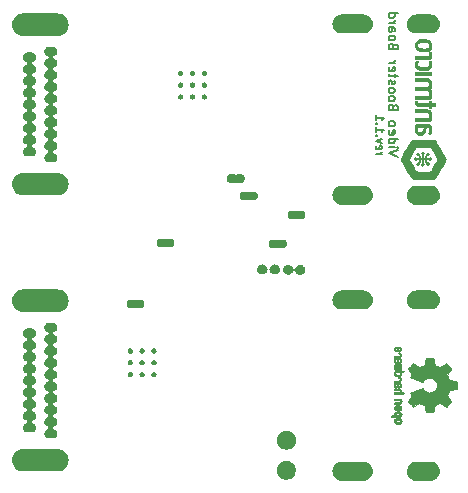
<source format=gbr>
G04 #@! TF.GenerationSoftware,KiCad,Pcbnew,5.1.5+dfsg1-2~bpo10+1*
G04 #@! TF.CreationDate,2020-01-07T23:07:11+01:00*
G04 #@! TF.ProjectId,video-booster-board,76696465-6f2d-4626-9f6f-737465722d62,rev?*
G04 #@! TF.SameCoordinates,Original*
G04 #@! TF.FileFunction,Soldermask,Bot*
G04 #@! TF.FilePolarity,Negative*
%FSLAX46Y46*%
G04 Gerber Fmt 4.6, Leading zero omitted, Abs format (unit mm)*
G04 Created by KiCad (PCBNEW 5.1.5+dfsg1-2~bpo10+1) date 2020-01-07 23:07:11*
%MOMM*%
%LPD*%
G04 APERTURE LIST*
%ADD10C,0.175000*%
%ADD11C,0.180000*%
%ADD12C,0.130000*%
%ADD13C,0.010000*%
%ADD14C,0.100000*%
G04 APERTURE END LIST*
D10*
X142439233Y-71394066D02*
X142905900Y-71394066D01*
X142772566Y-71394066D02*
X142839233Y-71360733D01*
X142872566Y-71327400D01*
X142905900Y-71260733D01*
X142905900Y-71194066D01*
X142472566Y-70694066D02*
X142439233Y-70760733D01*
X142439233Y-70894066D01*
X142472566Y-70960733D01*
X142539233Y-70994066D01*
X142805900Y-70994066D01*
X142872566Y-70960733D01*
X142905900Y-70894066D01*
X142905900Y-70760733D01*
X142872566Y-70694066D01*
X142805900Y-70660733D01*
X142739233Y-70660733D01*
X142672566Y-70994066D01*
X142905900Y-70427400D02*
X142439233Y-70260733D01*
X142905900Y-70094066D01*
X142505900Y-69827400D02*
X142472566Y-69794066D01*
X142439233Y-69827400D01*
X142472566Y-69860733D01*
X142505900Y-69827400D01*
X142439233Y-69827400D01*
X142439233Y-69127400D02*
X142439233Y-69527400D01*
X142439233Y-69327400D02*
X143139233Y-69327400D01*
X143039233Y-69394066D01*
X142972566Y-69460733D01*
X142939233Y-69527400D01*
X142505900Y-68827400D02*
X142472566Y-68794066D01*
X142439233Y-68827400D01*
X142472566Y-68860733D01*
X142505900Y-68827400D01*
X142439233Y-68827400D01*
X142439233Y-68127400D02*
X142439233Y-68527400D01*
X142439233Y-68327400D02*
X143139233Y-68327400D01*
X143039233Y-68394066D01*
X142972566Y-68460733D01*
X142939233Y-68527400D01*
D11*
X144293995Y-71610733D02*
X143493995Y-71344066D01*
X144293995Y-71077400D01*
X143493995Y-70810733D02*
X144027328Y-70810733D01*
X144293995Y-70810733D02*
X144255900Y-70848828D01*
X144217804Y-70810733D01*
X144255900Y-70772638D01*
X144293995Y-70810733D01*
X144217804Y-70810733D01*
X143493995Y-70086923D02*
X144293995Y-70086923D01*
X143532090Y-70086923D02*
X143493995Y-70163114D01*
X143493995Y-70315495D01*
X143532090Y-70391685D01*
X143570185Y-70429780D01*
X143646376Y-70467876D01*
X143874947Y-70467876D01*
X143951138Y-70429780D01*
X143989233Y-70391685D01*
X144027328Y-70315495D01*
X144027328Y-70163114D01*
X143989233Y-70086923D01*
X143532090Y-69401209D02*
X143493995Y-69477400D01*
X143493995Y-69629780D01*
X143532090Y-69705971D01*
X143608280Y-69744066D01*
X143913042Y-69744066D01*
X143989233Y-69705971D01*
X144027328Y-69629780D01*
X144027328Y-69477400D01*
X143989233Y-69401209D01*
X143913042Y-69363114D01*
X143836852Y-69363114D01*
X143760661Y-69744066D01*
X143493995Y-68905971D02*
X143532090Y-68982161D01*
X143570185Y-69020257D01*
X143646376Y-69058352D01*
X143874947Y-69058352D01*
X143951138Y-69020257D01*
X143989233Y-68982161D01*
X144027328Y-68905971D01*
X144027328Y-68791685D01*
X143989233Y-68715495D01*
X143951138Y-68677400D01*
X143874947Y-68639304D01*
X143646376Y-68639304D01*
X143570185Y-68677400D01*
X143532090Y-68715495D01*
X143493995Y-68791685D01*
X143493995Y-68905971D01*
X143913042Y-67420257D02*
X143874947Y-67305971D01*
X143836852Y-67267876D01*
X143760661Y-67229780D01*
X143646376Y-67229780D01*
X143570185Y-67267876D01*
X143532090Y-67305971D01*
X143493995Y-67382161D01*
X143493995Y-67686923D01*
X144293995Y-67686923D01*
X144293995Y-67420257D01*
X144255900Y-67344066D01*
X144217804Y-67305971D01*
X144141614Y-67267876D01*
X144065423Y-67267876D01*
X143989233Y-67305971D01*
X143951138Y-67344066D01*
X143913042Y-67420257D01*
X143913042Y-67686923D01*
X143493995Y-66772638D02*
X143532090Y-66848828D01*
X143570185Y-66886923D01*
X143646376Y-66925019D01*
X143874947Y-66925019D01*
X143951138Y-66886923D01*
X143989233Y-66848828D01*
X144027328Y-66772638D01*
X144027328Y-66658352D01*
X143989233Y-66582161D01*
X143951138Y-66544066D01*
X143874947Y-66505971D01*
X143646376Y-66505971D01*
X143570185Y-66544066D01*
X143532090Y-66582161D01*
X143493995Y-66658352D01*
X143493995Y-66772638D01*
X143493995Y-66048828D02*
X143532090Y-66125019D01*
X143570185Y-66163114D01*
X143646376Y-66201209D01*
X143874947Y-66201209D01*
X143951138Y-66163114D01*
X143989233Y-66125019D01*
X144027328Y-66048828D01*
X144027328Y-65934542D01*
X143989233Y-65858352D01*
X143951138Y-65820257D01*
X143874947Y-65782161D01*
X143646376Y-65782161D01*
X143570185Y-65820257D01*
X143532090Y-65858352D01*
X143493995Y-65934542D01*
X143493995Y-66048828D01*
X143532090Y-65477400D02*
X143493995Y-65401209D01*
X143493995Y-65248828D01*
X143532090Y-65172638D01*
X143608280Y-65134542D01*
X143646376Y-65134542D01*
X143722566Y-65172638D01*
X143760661Y-65248828D01*
X143760661Y-65363114D01*
X143798757Y-65439304D01*
X143874947Y-65477400D01*
X143913042Y-65477400D01*
X143989233Y-65439304D01*
X144027328Y-65363114D01*
X144027328Y-65248828D01*
X143989233Y-65172638D01*
X144027328Y-64905971D02*
X144027328Y-64601209D01*
X144293995Y-64791685D02*
X143608280Y-64791685D01*
X143532090Y-64753590D01*
X143493995Y-64677400D01*
X143493995Y-64601209D01*
X143532090Y-64029780D02*
X143493995Y-64105971D01*
X143493995Y-64258352D01*
X143532090Y-64334542D01*
X143608280Y-64372638D01*
X143913042Y-64372638D01*
X143989233Y-64334542D01*
X144027328Y-64258352D01*
X144027328Y-64105971D01*
X143989233Y-64029780D01*
X143913042Y-63991685D01*
X143836852Y-63991685D01*
X143760661Y-64372638D01*
X143493995Y-63648828D02*
X144027328Y-63648828D01*
X143874947Y-63648828D02*
X143951138Y-63610733D01*
X143989233Y-63572638D01*
X144027328Y-63496447D01*
X144027328Y-63420257D01*
X143913042Y-62277400D02*
X143874947Y-62163114D01*
X143836852Y-62125019D01*
X143760661Y-62086923D01*
X143646376Y-62086923D01*
X143570185Y-62125019D01*
X143532090Y-62163114D01*
X143493995Y-62239304D01*
X143493995Y-62544066D01*
X144293995Y-62544066D01*
X144293995Y-62277400D01*
X144255900Y-62201209D01*
X144217804Y-62163114D01*
X144141614Y-62125019D01*
X144065423Y-62125019D01*
X143989233Y-62163114D01*
X143951138Y-62201209D01*
X143913042Y-62277400D01*
X143913042Y-62544066D01*
X143493995Y-61629780D02*
X143532090Y-61705971D01*
X143570185Y-61744066D01*
X143646376Y-61782161D01*
X143874947Y-61782161D01*
X143951138Y-61744066D01*
X143989233Y-61705971D01*
X144027328Y-61629780D01*
X144027328Y-61515495D01*
X143989233Y-61439304D01*
X143951138Y-61401209D01*
X143874947Y-61363114D01*
X143646376Y-61363114D01*
X143570185Y-61401209D01*
X143532090Y-61439304D01*
X143493995Y-61515495D01*
X143493995Y-61629780D01*
X143493995Y-60677400D02*
X143913042Y-60677400D01*
X143989233Y-60715495D01*
X144027328Y-60791685D01*
X144027328Y-60944066D01*
X143989233Y-61020257D01*
X143532090Y-60677400D02*
X143493995Y-60753590D01*
X143493995Y-60944066D01*
X143532090Y-61020257D01*
X143608280Y-61058352D01*
X143684471Y-61058352D01*
X143760661Y-61020257D01*
X143798757Y-60944066D01*
X143798757Y-60753590D01*
X143836852Y-60677400D01*
X143493995Y-60296447D02*
X144027328Y-60296447D01*
X143874947Y-60296447D02*
X143951138Y-60258352D01*
X143989233Y-60220257D01*
X144027328Y-60144066D01*
X144027328Y-60067876D01*
X143493995Y-59458352D02*
X144293995Y-59458352D01*
X143532090Y-59458352D02*
X143493995Y-59534542D01*
X143493995Y-59686923D01*
X143532090Y-59763114D01*
X143570185Y-59801209D01*
X143646376Y-59839304D01*
X143874947Y-59839304D01*
X143951138Y-59801209D01*
X143989233Y-59763114D01*
X144027328Y-59686923D01*
X144027328Y-59534542D01*
X143989233Y-59458352D01*
D12*
X146412896Y-72231497D02*
X146412896Y-71875897D01*
X146501796Y-72320397D02*
G75*
G03X146501796Y-72320397I-88900J0D01*
G01*
X146410108Y-71444097D02*
X146410108Y-71799697D01*
X146079908Y-72256897D02*
G75*
G03X146079908Y-72256897I-88900J0D01*
G01*
X146943508Y-72256897D02*
G75*
G03X146943508Y-72256897I-88900J0D01*
G01*
X146194208Y-72066397D02*
X146067208Y-72193397D01*
X146651408Y-72066397D02*
X146778408Y-72193397D01*
X146651408Y-72066397D02*
X146651408Y-71837797D01*
X146651408Y-71609197D02*
X146778408Y-71482197D01*
X146194208Y-71609197D02*
X146067208Y-71482197D01*
X146194208Y-71609197D02*
X146194208Y-71837797D01*
X146194208Y-72066397D02*
X146194208Y-71837797D01*
X146651408Y-71609197D02*
X146651408Y-71837797D01*
X146943508Y-71418697D02*
G75*
G03X146943508Y-71418697I-88900J0D01*
G01*
X146499008Y-71355197D02*
G75*
G03X146499008Y-71355197I-88900J0D01*
G01*
X146079908Y-71418697D02*
G75*
G03X146079908Y-71418697I-88900J0D01*
G01*
X146902620Y-71837797D02*
X145914808Y-71837797D01*
X145920384Y-71837797D02*
G75*
G03X145920384Y-71837797I-117088J0D01*
G01*
X147136796Y-71837797D02*
G75*
G03X147136796Y-71837797I-117088J0D01*
G01*
D13*
G36*
X147109230Y-62771286D02*
G01*
X147091086Y-62728854D01*
X147081278Y-62725141D01*
X146980606Y-62741098D01*
X146928228Y-62786228D01*
X146920256Y-62834334D01*
X146922828Y-62923102D01*
X146921990Y-62985811D01*
X146919000Y-63063423D01*
X145761889Y-63063423D01*
X145761889Y-63317423D01*
X147029702Y-63317423D01*
X147073129Y-63171189D01*
X147097961Y-63063811D01*
X147112420Y-62952326D01*
X147116259Y-62850297D01*
X147109230Y-62771286D01*
G37*
X147109230Y-62771286D02*
X147091086Y-62728854D01*
X147081278Y-62725141D01*
X146980606Y-62741098D01*
X146928228Y-62786228D01*
X146920256Y-62834334D01*
X146922828Y-62923102D01*
X146921990Y-62985811D01*
X146919000Y-63063423D01*
X145761889Y-63063423D01*
X145761889Y-63317423D01*
X147029702Y-63317423D01*
X147073129Y-63171189D01*
X147097961Y-63063811D01*
X147112420Y-62952326D01*
X147116259Y-62850297D01*
X147109230Y-62771286D01*
G36*
X145761889Y-64474534D02*
G01*
X145761889Y-64728534D01*
X147088333Y-64728534D01*
X147088333Y-64474534D01*
X145761889Y-64474534D01*
G37*
X145761889Y-64474534D02*
X145761889Y-64728534D01*
X147088333Y-64728534D01*
X147088333Y-64474534D01*
X145761889Y-64474534D01*
G36*
X147082463Y-65253365D02*
G01*
X147008705Y-65125409D01*
X146921882Y-65046596D01*
X146885499Y-65024162D01*
X146847366Y-65007677D01*
X146798532Y-64996228D01*
X146730046Y-64988903D01*
X146632957Y-64984788D01*
X146498314Y-64982970D01*
X146317167Y-64982536D01*
X146293937Y-64982534D01*
X145761889Y-64982534D01*
X145761889Y-65236534D01*
X146271744Y-65236534D01*
X146438774Y-65237989D01*
X146588613Y-65242027D01*
X146711155Y-65248159D01*
X146796295Y-65255896D01*
X146832318Y-65263677D01*
X146897314Y-65327546D01*
X146931222Y-65421440D01*
X146932340Y-65527195D01*
X146898966Y-65626646D01*
X146870094Y-65666923D01*
X146848862Y-65684382D01*
X146815854Y-65697222D01*
X146763033Y-65706132D01*
X146682364Y-65711801D01*
X146565812Y-65714917D01*
X146405339Y-65716168D01*
X146293737Y-65716311D01*
X145761889Y-65716311D01*
X145761889Y-65970311D01*
X146277720Y-65970311D01*
X146480941Y-65971349D01*
X146635087Y-65975734D01*
X146747511Y-65985372D01*
X146825566Y-66002169D01*
X146876604Y-66028033D01*
X146907976Y-66064869D01*
X146927035Y-66114583D01*
X146933253Y-66140293D01*
X146940878Y-66226262D01*
X146934978Y-66324969D01*
X146933007Y-66337814D01*
X146914039Y-66450089D01*
X145761889Y-66450089D01*
X145761889Y-66704089D01*
X147030312Y-66704089D01*
X147076426Y-66545462D01*
X147105316Y-66400971D01*
X147114184Y-66248257D01*
X147103900Y-66104034D01*
X147075334Y-65985013D01*
X147044109Y-65924539D01*
X146987517Y-65848740D01*
X147052036Y-65721298D01*
X147106410Y-65563137D01*
X147115791Y-65403217D01*
X147082463Y-65253365D01*
G37*
X147082463Y-65253365D02*
X147008705Y-65125409D01*
X146921882Y-65046596D01*
X146885499Y-65024162D01*
X146847366Y-65007677D01*
X146798532Y-64996228D01*
X146730046Y-64988903D01*
X146632957Y-64984788D01*
X146498314Y-64982970D01*
X146317167Y-64982536D01*
X146293937Y-64982534D01*
X145761889Y-64982534D01*
X145761889Y-65236534D01*
X146271744Y-65236534D01*
X146438774Y-65237989D01*
X146588613Y-65242027D01*
X146711155Y-65248159D01*
X146796295Y-65255896D01*
X146832318Y-65263677D01*
X146897314Y-65327546D01*
X146931222Y-65421440D01*
X146932340Y-65527195D01*
X146898966Y-65626646D01*
X146870094Y-65666923D01*
X146848862Y-65684382D01*
X146815854Y-65697222D01*
X146763033Y-65706132D01*
X146682364Y-65711801D01*
X146565812Y-65714917D01*
X146405339Y-65716168D01*
X146293737Y-65716311D01*
X145761889Y-65716311D01*
X145761889Y-65970311D01*
X146277720Y-65970311D01*
X146480941Y-65971349D01*
X146635087Y-65975734D01*
X146747511Y-65985372D01*
X146825566Y-66002169D01*
X146876604Y-66028033D01*
X146907976Y-66064869D01*
X146927035Y-66114583D01*
X146933253Y-66140293D01*
X146940878Y-66226262D01*
X146934978Y-66324969D01*
X146933007Y-66337814D01*
X146914039Y-66450089D01*
X145761889Y-66450089D01*
X145761889Y-66704089D01*
X147030312Y-66704089D01*
X147076426Y-66545462D01*
X147105316Y-66400971D01*
X147114184Y-66248257D01*
X147103900Y-66104034D01*
X147075334Y-65985013D01*
X147044109Y-65924539D01*
X146987517Y-65848740D01*
X147052036Y-65721298D01*
X147106410Y-65563137D01*
X147115791Y-65403217D01*
X147082463Y-65253365D01*
G36*
X147100303Y-67947427D02*
G01*
X147062219Y-67814812D01*
X147061709Y-67813683D01*
X147028364Y-67748018D01*
X146990519Y-67697909D01*
X146940485Y-67661270D01*
X146870572Y-67636021D01*
X146773090Y-67620076D01*
X146640348Y-67611353D01*
X146464658Y-67607769D01*
X146299513Y-67607200D01*
X145761889Y-67607200D01*
X145761889Y-67861200D01*
X146277720Y-67861200D01*
X146480941Y-67862238D01*
X146635087Y-67866623D01*
X146747511Y-67876261D01*
X146825566Y-67893058D01*
X146876604Y-67918922D01*
X146907976Y-67955757D01*
X146927035Y-68005472D01*
X146933253Y-68031182D01*
X146940878Y-68117151D01*
X146934978Y-68215858D01*
X146933007Y-68228702D01*
X146914039Y-68340978D01*
X145761889Y-68340978D01*
X145761889Y-68594978D01*
X147029702Y-68594978D01*
X147073129Y-68448745D01*
X147106126Y-68284860D01*
X147115062Y-68110932D01*
X147100303Y-67947427D01*
G37*
X147100303Y-67947427D02*
X147062219Y-67814812D01*
X147061709Y-67813683D01*
X147028364Y-67748018D01*
X146990519Y-67697909D01*
X146940485Y-67661270D01*
X146870572Y-67636021D01*
X146773090Y-67620076D01*
X146640348Y-67611353D01*
X146464658Y-67607769D01*
X146299513Y-67607200D01*
X145761889Y-67607200D01*
X145761889Y-67861200D01*
X146277720Y-67861200D01*
X146480941Y-67862238D01*
X146635087Y-67866623D01*
X146747511Y-67876261D01*
X146825566Y-67893058D01*
X146876604Y-67918922D01*
X146907976Y-67955757D01*
X146927035Y-68005472D01*
X146933253Y-68031182D01*
X146940878Y-68117151D01*
X146934978Y-68215858D01*
X146933007Y-68228702D01*
X146914039Y-68340978D01*
X145761889Y-68340978D01*
X145761889Y-68594978D01*
X147029702Y-68594978D01*
X147073129Y-68448745D01*
X147106126Y-68284860D01*
X147115062Y-68110932D01*
X147100303Y-67947427D01*
G36*
X147090311Y-62016059D02*
G01*
X147015481Y-61875337D01*
X146897919Y-61766051D01*
X146849198Y-61737741D01*
X146775280Y-61703826D01*
X146704484Y-61682602D01*
X146619945Y-61671228D01*
X146504800Y-61666865D01*
X146425864Y-61666423D01*
X146285034Y-61668488D01*
X146183858Y-61676445D01*
X146105640Y-61692933D01*
X146033683Y-61720593D01*
X146009030Y-61732345D01*
X145881317Y-61812555D01*
X145798673Y-61910738D01*
X145753509Y-62038942D01*
X145739779Y-62159680D01*
X145738386Y-62273652D01*
X145750611Y-62353976D01*
X145780533Y-62422635D01*
X145792181Y-62442035D01*
X145872980Y-62549118D01*
X145966852Y-62624859D01*
X146084288Y-62673668D01*
X146235780Y-62699956D01*
X146391065Y-62706642D01*
X146391065Y-62466119D01*
X146242901Y-62449230D01*
X146110601Y-62416016D01*
X146007354Y-62367964D01*
X145947039Y-62307857D01*
X145911211Y-62225724D01*
X145910925Y-62157801D01*
X145944002Y-62078219D01*
X145996400Y-62010153D01*
X146076736Y-61963073D01*
X146192898Y-61934470D01*
X146352771Y-61921835D01*
X146439222Y-61920689D01*
X146614119Y-61927525D01*
X146742393Y-61949782D01*
X146832531Y-61990680D01*
X146893019Y-62053441D01*
X146918449Y-62102536D01*
X146935036Y-62209349D01*
X146901515Y-62309823D01*
X146823630Y-62389480D01*
X146798848Y-62403956D01*
X146682227Y-62444970D01*
X146541903Y-62465195D01*
X146391065Y-62466119D01*
X146391065Y-62706642D01*
X146425111Y-62708109D01*
X146565521Y-62706694D01*
X146665074Y-62699388D01*
X146739246Y-62683887D01*
X146803510Y-62657886D01*
X146820222Y-62649272D01*
X146965896Y-62549588D01*
X147060729Y-62430041D01*
X147108662Y-62284373D01*
X147116555Y-62178565D01*
X147090311Y-62016059D01*
G37*
X147090311Y-62016059D02*
X147015481Y-61875337D01*
X146897919Y-61766051D01*
X146849198Y-61737741D01*
X146775280Y-61703826D01*
X146704484Y-61682602D01*
X146619945Y-61671228D01*
X146504800Y-61666865D01*
X146425864Y-61666423D01*
X146285034Y-61668488D01*
X146183858Y-61676445D01*
X146105640Y-61692933D01*
X146033683Y-61720593D01*
X146009030Y-61732345D01*
X145881317Y-61812555D01*
X145798673Y-61910738D01*
X145753509Y-62038942D01*
X145739779Y-62159680D01*
X145738386Y-62273652D01*
X145750611Y-62353976D01*
X145780533Y-62422635D01*
X145792181Y-62442035D01*
X145872980Y-62549118D01*
X145966852Y-62624859D01*
X146084288Y-62673668D01*
X146235780Y-62699956D01*
X146391065Y-62706642D01*
X146391065Y-62466119D01*
X146242901Y-62449230D01*
X146110601Y-62416016D01*
X146007354Y-62367964D01*
X145947039Y-62307857D01*
X145911211Y-62225724D01*
X145910925Y-62157801D01*
X145944002Y-62078219D01*
X145996400Y-62010153D01*
X146076736Y-61963073D01*
X146192898Y-61934470D01*
X146352771Y-61921835D01*
X146439222Y-61920689D01*
X146614119Y-61927525D01*
X146742393Y-61949782D01*
X146832531Y-61990680D01*
X146893019Y-62053441D01*
X146918449Y-62102536D01*
X146935036Y-62209349D01*
X146901515Y-62309823D01*
X146823630Y-62389480D01*
X146798848Y-62403956D01*
X146682227Y-62444970D01*
X146541903Y-62465195D01*
X146391065Y-62466119D01*
X146391065Y-62706642D01*
X146425111Y-62708109D01*
X146565521Y-62706694D01*
X146665074Y-62699388D01*
X146739246Y-62683887D01*
X146803510Y-62657886D01*
X146820222Y-62649272D01*
X146965896Y-62549588D01*
X147060729Y-62430041D01*
X147108662Y-62284373D01*
X147116555Y-62178565D01*
X147090311Y-62016059D01*
G36*
X147092174Y-63611212D02*
G01*
X147057687Y-63527395D01*
X147004642Y-63494366D01*
X146936849Y-63508140D01*
X146894054Y-63532020D01*
X146881847Y-63562578D01*
X146895655Y-63619676D01*
X146904881Y-63646969D01*
X146926642Y-63735594D01*
X146918574Y-63807993D01*
X146908054Y-63837142D01*
X146856284Y-63926180D01*
X146779930Y-63987065D01*
X146669179Y-64024761D01*
X146514217Y-64044233D01*
X146496418Y-64045339D01*
X146304756Y-64042857D01*
X146146896Y-64012720D01*
X146029405Y-63956736D01*
X145973508Y-63901457D01*
X145940244Y-63815698D01*
X145933008Y-63709437D01*
X145953170Y-63612948D01*
X145959803Y-63598974D01*
X145971433Y-63550768D01*
X145934470Y-63516719D01*
X145933436Y-63516163D01*
X145854352Y-63488930D01*
X145800101Y-63510225D01*
X145764650Y-63575634D01*
X145745727Y-63663764D01*
X145736990Y-63774715D01*
X145739130Y-63883021D01*
X145752840Y-63963215D01*
X145754030Y-63966534D01*
X145829249Y-64090780D01*
X145949466Y-64194688D01*
X146027192Y-64237635D01*
X146112849Y-64272261D01*
X146199225Y-64292851D01*
X146305700Y-64302651D01*
X146428944Y-64304925D01*
X146559963Y-64303013D01*
X146653628Y-64294504D01*
X146728952Y-64275737D01*
X146804949Y-64243052D01*
X146838067Y-64226165D01*
X146975557Y-64134434D01*
X147062759Y-64024858D01*
X147104870Y-63888260D01*
X147109284Y-63747459D01*
X147092174Y-63611212D01*
G37*
X147092174Y-63611212D02*
X147057687Y-63527395D01*
X147004642Y-63494366D01*
X146936849Y-63508140D01*
X146894054Y-63532020D01*
X146881847Y-63562578D01*
X146895655Y-63619676D01*
X146904881Y-63646969D01*
X146926642Y-63735594D01*
X146918574Y-63807993D01*
X146908054Y-63837142D01*
X146856284Y-63926180D01*
X146779930Y-63987065D01*
X146669179Y-64024761D01*
X146514217Y-64044233D01*
X146496418Y-64045339D01*
X146304756Y-64042857D01*
X146146896Y-64012720D01*
X146029405Y-63956736D01*
X145973508Y-63901457D01*
X145940244Y-63815698D01*
X145933008Y-63709437D01*
X145953170Y-63612948D01*
X145959803Y-63598974D01*
X145971433Y-63550768D01*
X145934470Y-63516719D01*
X145933436Y-63516163D01*
X145854352Y-63488930D01*
X145800101Y-63510225D01*
X145764650Y-63575634D01*
X145745727Y-63663764D01*
X145736990Y-63774715D01*
X145739130Y-63883021D01*
X145752840Y-63963215D01*
X145754030Y-63966534D01*
X145829249Y-64090780D01*
X145949466Y-64194688D01*
X146027192Y-64237635D01*
X146112849Y-64272261D01*
X146199225Y-64292851D01*
X146305700Y-64302651D01*
X146428944Y-64304925D01*
X146559963Y-64303013D01*
X146653628Y-64294504D01*
X146728952Y-64275737D01*
X146804949Y-64243052D01*
X146838067Y-64226165D01*
X146975557Y-64134434D01*
X147062759Y-64024858D01*
X147104870Y-63888260D01*
X147109284Y-63747459D01*
X147092174Y-63611212D01*
G36*
X147088333Y-67099200D02*
G01*
X147088333Y-66986311D01*
X147084990Y-66913926D01*
X147066872Y-66881748D01*
X147021847Y-66873601D01*
X147003667Y-66873423D01*
X146949378Y-66877881D01*
X146925244Y-66902038D01*
X146919134Y-66962071D01*
X146919000Y-66986311D01*
X146919000Y-67099200D01*
X146487835Y-67099200D01*
X146294640Y-67097192D01*
X146150897Y-67089859D01*
X146049714Y-67075237D01*
X145984200Y-67051362D01*
X145947460Y-67016270D01*
X145932605Y-66967996D01*
X145931222Y-66940590D01*
X145924394Y-66892578D01*
X145892571Y-66876480D01*
X145839500Y-66878690D01*
X145777023Y-66890999D01*
X145749769Y-66923954D01*
X145741136Y-66986311D01*
X145747824Y-67082614D01*
X145772373Y-67170440D01*
X145801009Y-67222430D01*
X145839687Y-67261434D01*
X145896230Y-67289260D01*
X145978458Y-67307718D01*
X146094193Y-67318617D01*
X146251256Y-67323765D01*
X146440550Y-67324978D01*
X146919000Y-67324978D01*
X146919000Y-67409645D01*
X146925993Y-67469614D01*
X146958980Y-67491718D01*
X147003667Y-67494311D01*
X147063636Y-67487318D01*
X147085739Y-67454332D01*
X147088333Y-67409645D01*
X147090991Y-67361050D01*
X147108275Y-67335874D01*
X147154155Y-67326418D01*
X147241890Y-67324978D01*
X147336112Y-67323033D01*
X147389482Y-67310166D01*
X147417590Y-67275830D01*
X147436026Y-67209476D01*
X147440035Y-67190923D01*
X147459707Y-67099200D01*
X147088333Y-67099200D01*
G37*
X147088333Y-67099200D02*
X147088333Y-66986311D01*
X147084990Y-66913926D01*
X147066872Y-66881748D01*
X147021847Y-66873601D01*
X147003667Y-66873423D01*
X146949378Y-66877881D01*
X146925244Y-66902038D01*
X146919134Y-66962071D01*
X146919000Y-66986311D01*
X146919000Y-67099200D01*
X146487835Y-67099200D01*
X146294640Y-67097192D01*
X146150897Y-67089859D01*
X146049714Y-67075237D01*
X145984200Y-67051362D01*
X145947460Y-67016270D01*
X145932605Y-66967996D01*
X145931222Y-66940590D01*
X145924394Y-66892578D01*
X145892571Y-66876480D01*
X145839500Y-66878690D01*
X145777023Y-66890999D01*
X145749769Y-66923954D01*
X145741136Y-66986311D01*
X145747824Y-67082614D01*
X145772373Y-67170440D01*
X145801009Y-67222430D01*
X145839687Y-67261434D01*
X145896230Y-67289260D01*
X145978458Y-67307718D01*
X146094193Y-67318617D01*
X146251256Y-67323765D01*
X146440550Y-67324978D01*
X146919000Y-67324978D01*
X146919000Y-67409645D01*
X146925993Y-67469614D01*
X146958980Y-67491718D01*
X147003667Y-67494311D01*
X147063636Y-67487318D01*
X147085739Y-67454332D01*
X147088333Y-67409645D01*
X147090991Y-67361050D01*
X147108275Y-67335874D01*
X147154155Y-67326418D01*
X147241890Y-67324978D01*
X147336112Y-67323033D01*
X147389482Y-67310166D01*
X147417590Y-67275830D01*
X147436026Y-67209476D01*
X147440035Y-67190923D01*
X147459707Y-67099200D01*
X147088333Y-67099200D01*
G36*
X147099754Y-69184896D02*
G01*
X147089657Y-69100407D01*
X147069113Y-69040192D01*
X147043462Y-68999214D01*
X146998142Y-68944400D01*
X146948593Y-68903077D01*
X146886177Y-68873158D01*
X146802259Y-68852557D01*
X146688203Y-68839188D01*
X146535373Y-68830965D01*
X146335132Y-68825801D01*
X146324813Y-68825606D01*
X145829403Y-68816346D01*
X145791151Y-68896162D01*
X145772502Y-68960481D01*
X145755931Y-69062791D01*
X145744172Y-69184644D01*
X145741634Y-69229978D01*
X145738192Y-69364458D01*
X145743239Y-69458646D01*
X145758560Y-69528294D01*
X145781407Y-69580750D01*
X145866421Y-69698462D01*
X145975622Y-69767908D01*
X146117246Y-69793957D01*
X146124546Y-69794089D01*
X146124546Y-69554534D01*
X146018414Y-69532801D01*
X145947714Y-69467436D01*
X145912274Y-69358190D01*
X145908808Y-69245753D01*
X145917111Y-69088867D01*
X146490097Y-69072843D01*
X146463851Y-69189653D01*
X146411113Y-69354616D01*
X146337301Y-69468791D01*
X146240158Y-69534601D01*
X146124546Y-69554534D01*
X146124546Y-69794089D01*
X146142889Y-69794423D01*
X146289325Y-69771088D01*
X146409393Y-69700327D01*
X146504071Y-69581007D01*
X146574337Y-69411994D01*
X146611745Y-69251145D01*
X146630802Y-69154705D01*
X146649691Y-69101588D01*
X146675609Y-69079156D01*
X146712204Y-69074756D01*
X146817882Y-69097605D01*
X146890549Y-69162838D01*
X146927908Y-69265482D01*
X146927664Y-69400563D01*
X146907711Y-69498089D01*
X146885259Y-69587844D01*
X146879939Y-69639951D01*
X146892101Y-69670657D01*
X146911822Y-69688589D01*
X146965454Y-69718022D01*
X146991526Y-69723867D01*
X147031755Y-69697235D01*
X147065078Y-69623344D01*
X147089082Y-69511199D01*
X147101357Y-69369805D01*
X147102444Y-69309659D01*
X147099754Y-69184896D01*
G37*
X147099754Y-69184896D02*
X147089657Y-69100407D01*
X147069113Y-69040192D01*
X147043462Y-68999214D01*
X146998142Y-68944400D01*
X146948593Y-68903077D01*
X146886177Y-68873158D01*
X146802259Y-68852557D01*
X146688203Y-68839188D01*
X146535373Y-68830965D01*
X146335132Y-68825801D01*
X146324813Y-68825606D01*
X145829403Y-68816346D01*
X145791151Y-68896162D01*
X145772502Y-68960481D01*
X145755931Y-69062791D01*
X145744172Y-69184644D01*
X145741634Y-69229978D01*
X145738192Y-69364458D01*
X145743239Y-69458646D01*
X145758560Y-69528294D01*
X145781407Y-69580750D01*
X145866421Y-69698462D01*
X145975622Y-69767908D01*
X146117246Y-69793957D01*
X146124546Y-69794089D01*
X146124546Y-69554534D01*
X146018414Y-69532801D01*
X145947714Y-69467436D01*
X145912274Y-69358190D01*
X145908808Y-69245753D01*
X145917111Y-69088867D01*
X146490097Y-69072843D01*
X146463851Y-69189653D01*
X146411113Y-69354616D01*
X146337301Y-69468791D01*
X146240158Y-69534601D01*
X146124546Y-69554534D01*
X146124546Y-69794089D01*
X146142889Y-69794423D01*
X146289325Y-69771088D01*
X146409393Y-69700327D01*
X146504071Y-69581007D01*
X146574337Y-69411994D01*
X146611745Y-69251145D01*
X146630802Y-69154705D01*
X146649691Y-69101588D01*
X146675609Y-69079156D01*
X146712204Y-69074756D01*
X146817882Y-69097605D01*
X146890549Y-69162838D01*
X146927908Y-69265482D01*
X146927664Y-69400563D01*
X146907711Y-69498089D01*
X146885259Y-69587844D01*
X146879939Y-69639951D01*
X146892101Y-69670657D01*
X146911822Y-69688589D01*
X146965454Y-69718022D01*
X146991526Y-69723867D01*
X147031755Y-69697235D01*
X147065078Y-69623344D01*
X147089082Y-69511199D01*
X147101357Y-69369805D01*
X147102444Y-69309659D01*
X147099754Y-69184896D01*
G36*
X148316427Y-71785070D02*
G01*
X148279021Y-71699422D01*
X148223363Y-71588361D01*
X148154923Y-71463336D01*
X148143832Y-71443979D01*
X148061762Y-71301243D01*
X147962402Y-71127849D01*
X147856304Y-70942243D01*
X147754018Y-70762869D01*
X147716840Y-70697534D01*
X147634019Y-70554648D01*
X147556726Y-70426388D01*
X147490780Y-70322024D01*
X147442001Y-70250831D01*
X147420215Y-70224811D01*
X147400684Y-70211189D01*
X147372263Y-70200308D01*
X147328950Y-70191865D01*
X147264741Y-70185557D01*
X147173634Y-70181080D01*
X147049626Y-70178131D01*
X146886713Y-70176408D01*
X146678894Y-70175606D01*
X146442375Y-70175423D01*
X146181319Y-70175805D01*
X145971061Y-70177111D01*
X145805960Y-70179576D01*
X145680376Y-70183435D01*
X145588665Y-70188926D01*
X145525188Y-70196283D01*
X145484302Y-70205744D01*
X145461875Y-70216449D01*
X145430033Y-70253110D01*
X145376228Y-70330773D01*
X145305808Y-70441047D01*
X145224122Y-70575538D01*
X145136520Y-70725853D01*
X145130629Y-70736181D01*
X145032901Y-70907211D01*
X144932247Y-71082420D01*
X144836740Y-71247817D01*
X144754458Y-71389407D01*
X144703145Y-71476872D01*
X144623989Y-71617936D01*
X144575228Y-71723575D01*
X144552914Y-71803156D01*
X144550480Y-71839084D01*
X144558526Y-71882717D01*
X144582814Y-71947729D01*
X144625784Y-72038836D01*
X144689877Y-72160756D01*
X144777531Y-72318203D01*
X144891189Y-72515893D01*
X144974753Y-72658978D01*
X145084019Y-72844023D01*
X145186416Y-73015094D01*
X145277865Y-73165558D01*
X145354286Y-73288782D01*
X145411602Y-73378133D01*
X145445732Y-73426980D01*
X145450244Y-73432165D01*
X145467563Y-73446733D01*
X145491332Y-73458388D01*
X145527518Y-73467450D01*
X145582087Y-73474237D01*
X145661005Y-73479067D01*
X145770240Y-73482259D01*
X145915759Y-73484132D01*
X146103526Y-73485004D01*
X146339510Y-73485193D01*
X146441904Y-73485154D01*
X146441904Y-72884324D01*
X146265033Y-72883191D01*
X146106533Y-72880279D01*
X145975386Y-72875906D01*
X145880574Y-72870392D01*
X145831077Y-72864057D01*
X145826951Y-72862457D01*
X145801704Y-72831468D01*
X145754381Y-72760424D01*
X145690413Y-72658558D01*
X145615227Y-72535106D01*
X145534253Y-72399302D01*
X145452921Y-72260381D01*
X145376659Y-72127576D01*
X145310897Y-72010123D01*
X145261063Y-71917255D01*
X145232587Y-71858207D01*
X145228006Y-71843707D01*
X145240926Y-71808273D01*
X145278325Y-71732296D01*
X145335924Y-71623803D01*
X145409443Y-71490820D01*
X145494603Y-71341372D01*
X145510322Y-71314231D01*
X145599988Y-71162769D01*
X145683367Y-71027476D01*
X145755300Y-70916290D01*
X145810627Y-70837150D01*
X145844190Y-70797993D01*
X145847134Y-70796002D01*
X145889878Y-70787843D01*
X145978115Y-70780937D01*
X146100902Y-70775387D01*
X146247299Y-70771298D01*
X146406365Y-70768771D01*
X146567159Y-70767911D01*
X146718739Y-70768821D01*
X146850165Y-70771604D01*
X146950496Y-70776363D01*
X147008791Y-70783203D01*
X147014827Y-70784973D01*
X147043681Y-70814676D01*
X147093757Y-70885044D01*
X147159734Y-70986929D01*
X147236294Y-71111181D01*
X147318117Y-71248650D01*
X147399883Y-71390188D01*
X147476272Y-71526644D01*
X147541966Y-71648871D01*
X147591643Y-71747717D01*
X147619986Y-71814035D01*
X147624555Y-71833658D01*
X147610952Y-71873794D01*
X147573689Y-71952819D01*
X147518090Y-72061186D01*
X147449475Y-72189347D01*
X147373168Y-72327755D01*
X147294490Y-72466863D01*
X147218764Y-72597124D01*
X147151311Y-72708990D01*
X147097455Y-72792915D01*
X147066153Y-72835367D01*
X147046461Y-72852126D01*
X147015544Y-72864633D01*
X146965773Y-72873484D01*
X146889522Y-72879280D01*
X146779164Y-72882617D01*
X146627073Y-72884095D01*
X146441904Y-72884324D01*
X146441904Y-73485154D01*
X146442773Y-73485153D01*
X147381938Y-73484620D01*
X147435531Y-73417521D01*
X147475199Y-73360769D01*
X147535001Y-73266075D01*
X147610767Y-73140821D01*
X147698327Y-72992390D01*
X147793509Y-72828165D01*
X147892145Y-72655528D01*
X147990063Y-72481863D01*
X148083093Y-72314551D01*
X148167065Y-72160976D01*
X148237809Y-72028521D01*
X148291154Y-71924567D01*
X148322929Y-71856497D01*
X148330111Y-71833857D01*
X148316427Y-71785070D01*
G37*
X148316427Y-71785070D02*
X148279021Y-71699422D01*
X148223363Y-71588361D01*
X148154923Y-71463336D01*
X148143832Y-71443979D01*
X148061762Y-71301243D01*
X147962402Y-71127849D01*
X147856304Y-70942243D01*
X147754018Y-70762869D01*
X147716840Y-70697534D01*
X147634019Y-70554648D01*
X147556726Y-70426388D01*
X147490780Y-70322024D01*
X147442001Y-70250831D01*
X147420215Y-70224811D01*
X147400684Y-70211189D01*
X147372263Y-70200308D01*
X147328950Y-70191865D01*
X147264741Y-70185557D01*
X147173634Y-70181080D01*
X147049626Y-70178131D01*
X146886713Y-70176408D01*
X146678894Y-70175606D01*
X146442375Y-70175423D01*
X146181319Y-70175805D01*
X145971061Y-70177111D01*
X145805960Y-70179576D01*
X145680376Y-70183435D01*
X145588665Y-70188926D01*
X145525188Y-70196283D01*
X145484302Y-70205744D01*
X145461875Y-70216449D01*
X145430033Y-70253110D01*
X145376228Y-70330773D01*
X145305808Y-70441047D01*
X145224122Y-70575538D01*
X145136520Y-70725853D01*
X145130629Y-70736181D01*
X145032901Y-70907211D01*
X144932247Y-71082420D01*
X144836740Y-71247817D01*
X144754458Y-71389407D01*
X144703145Y-71476872D01*
X144623989Y-71617936D01*
X144575228Y-71723575D01*
X144552914Y-71803156D01*
X144550480Y-71839084D01*
X144558526Y-71882717D01*
X144582814Y-71947729D01*
X144625784Y-72038836D01*
X144689877Y-72160756D01*
X144777531Y-72318203D01*
X144891189Y-72515893D01*
X144974753Y-72658978D01*
X145084019Y-72844023D01*
X145186416Y-73015094D01*
X145277865Y-73165558D01*
X145354286Y-73288782D01*
X145411602Y-73378133D01*
X145445732Y-73426980D01*
X145450244Y-73432165D01*
X145467563Y-73446733D01*
X145491332Y-73458388D01*
X145527518Y-73467450D01*
X145582087Y-73474237D01*
X145661005Y-73479067D01*
X145770240Y-73482259D01*
X145915759Y-73484132D01*
X146103526Y-73485004D01*
X146339510Y-73485193D01*
X146441904Y-73485154D01*
X146441904Y-72884324D01*
X146265033Y-72883191D01*
X146106533Y-72880279D01*
X145975386Y-72875906D01*
X145880574Y-72870392D01*
X145831077Y-72864057D01*
X145826951Y-72862457D01*
X145801704Y-72831468D01*
X145754381Y-72760424D01*
X145690413Y-72658558D01*
X145615227Y-72535106D01*
X145534253Y-72399302D01*
X145452921Y-72260381D01*
X145376659Y-72127576D01*
X145310897Y-72010123D01*
X145261063Y-71917255D01*
X145232587Y-71858207D01*
X145228006Y-71843707D01*
X145240926Y-71808273D01*
X145278325Y-71732296D01*
X145335924Y-71623803D01*
X145409443Y-71490820D01*
X145494603Y-71341372D01*
X145510322Y-71314231D01*
X145599988Y-71162769D01*
X145683367Y-71027476D01*
X145755300Y-70916290D01*
X145810627Y-70837150D01*
X145844190Y-70797993D01*
X145847134Y-70796002D01*
X145889878Y-70787843D01*
X145978115Y-70780937D01*
X146100902Y-70775387D01*
X146247299Y-70771298D01*
X146406365Y-70768771D01*
X146567159Y-70767911D01*
X146718739Y-70768821D01*
X146850165Y-70771604D01*
X146950496Y-70776363D01*
X147008791Y-70783203D01*
X147014827Y-70784973D01*
X147043681Y-70814676D01*
X147093757Y-70885044D01*
X147159734Y-70986929D01*
X147236294Y-71111181D01*
X147318117Y-71248650D01*
X147399883Y-71390188D01*
X147476272Y-71526644D01*
X147541966Y-71648871D01*
X147591643Y-71747717D01*
X147619986Y-71814035D01*
X147624555Y-71833658D01*
X147610952Y-71873794D01*
X147573689Y-71952819D01*
X147518090Y-72061186D01*
X147449475Y-72189347D01*
X147373168Y-72327755D01*
X147294490Y-72466863D01*
X147218764Y-72597124D01*
X147151311Y-72708990D01*
X147097455Y-72792915D01*
X147066153Y-72835367D01*
X147046461Y-72852126D01*
X147015544Y-72864633D01*
X146965773Y-72873484D01*
X146889522Y-72879280D01*
X146779164Y-72882617D01*
X146627073Y-72884095D01*
X146441904Y-72884324D01*
X146441904Y-73485154D01*
X146442773Y-73485153D01*
X147381938Y-73484620D01*
X147435531Y-73417521D01*
X147475199Y-73360769D01*
X147535001Y-73266075D01*
X147610767Y-73140821D01*
X147698327Y-72992390D01*
X147793509Y-72828165D01*
X147892145Y-72655528D01*
X147990063Y-72481863D01*
X148083093Y-72314551D01*
X148167065Y-72160976D01*
X148237809Y-72028521D01*
X148291154Y-71924567D01*
X148322929Y-71856497D01*
X148330111Y-71833857D01*
X148316427Y-71785070D01*
G36*
X144440542Y-89767283D02*
G01*
X144332063Y-89767467D01*
X144248613Y-89768181D01*
X144186196Y-89769725D01*
X144140815Y-89772399D01*
X144108471Y-89776506D01*
X144085167Y-89782345D01*
X144066905Y-89790218D01*
X144056482Y-89796179D01*
X143999955Y-89845545D01*
X143964523Y-89908136D01*
X143951810Y-89977387D01*
X143963437Y-90046732D01*
X143984332Y-90088025D01*
X144020478Y-90131375D01*
X144064624Y-90160919D01*
X144122438Y-90178745D01*
X144199587Y-90186937D01*
X144256186Y-90188098D01*
X144260253Y-90187942D01*
X144260253Y-90086543D01*
X144195350Y-90085924D01*
X144152386Y-90083086D01*
X144124278Y-90076560D01*
X144103947Y-90064877D01*
X144088612Y-90050917D01*
X144059010Y-90004035D01*
X144056481Y-89953699D01*
X144081195Y-89906124D01*
X144084544Y-89902421D01*
X144101965Y-89886617D01*
X144122691Y-89876707D01*
X144153538Y-89871342D01*
X144201323Y-89869172D01*
X144254152Y-89868829D01*
X144320519Y-89869573D01*
X144364794Y-89872652D01*
X144393891Y-89879339D01*
X144414727Y-89890904D01*
X144425793Y-89900387D01*
X144453702Y-89944440D01*
X144457057Y-89995176D01*
X144435741Y-90043604D01*
X144427827Y-90052950D01*
X144410253Y-90068860D01*
X144389313Y-90078790D01*
X144358118Y-90084122D01*
X144309778Y-90086237D01*
X144260253Y-90086543D01*
X144260253Y-90187942D01*
X144347332Y-90184590D01*
X144415814Y-90172674D01*
X144467300Y-90150265D01*
X144507457Y-90115276D01*
X144528039Y-90088025D01*
X144550275Y-90038493D01*
X144560596Y-89981084D01*
X144557833Y-89927718D01*
X144546688Y-89897857D01*
X144543517Y-89886139D01*
X144555343Y-89878363D01*
X144587034Y-89872935D01*
X144635307Y-89868829D01*
X144689071Y-89864333D01*
X144721418Y-89858087D01*
X144739915Y-89846724D01*
X144752130Y-89826872D01*
X144757538Y-89814400D01*
X144777299Y-89767229D01*
X144440542Y-89767283D01*
G37*
X144440542Y-89767283D02*
X144332063Y-89767467D01*
X144248613Y-89768181D01*
X144186196Y-89769725D01*
X144140815Y-89772399D01*
X144108471Y-89776506D01*
X144085167Y-89782345D01*
X144066905Y-89790218D01*
X144056482Y-89796179D01*
X143999955Y-89845545D01*
X143964523Y-89908136D01*
X143951810Y-89977387D01*
X143963437Y-90046732D01*
X143984332Y-90088025D01*
X144020478Y-90131375D01*
X144064624Y-90160919D01*
X144122438Y-90178745D01*
X144199587Y-90186937D01*
X144256186Y-90188098D01*
X144260253Y-90187942D01*
X144260253Y-90086543D01*
X144195350Y-90085924D01*
X144152386Y-90083086D01*
X144124278Y-90076560D01*
X144103947Y-90064877D01*
X144088612Y-90050917D01*
X144059010Y-90004035D01*
X144056481Y-89953699D01*
X144081195Y-89906124D01*
X144084544Y-89902421D01*
X144101965Y-89886617D01*
X144122691Y-89876707D01*
X144153538Y-89871342D01*
X144201323Y-89869172D01*
X144254152Y-89868829D01*
X144320519Y-89869573D01*
X144364794Y-89872652D01*
X144393891Y-89879339D01*
X144414727Y-89890904D01*
X144425793Y-89900387D01*
X144453702Y-89944440D01*
X144457057Y-89995176D01*
X144435741Y-90043604D01*
X144427827Y-90052950D01*
X144410253Y-90068860D01*
X144389313Y-90078790D01*
X144358118Y-90084122D01*
X144309778Y-90086237D01*
X144260253Y-90086543D01*
X144260253Y-90187942D01*
X144347332Y-90184590D01*
X144415814Y-90172674D01*
X144467300Y-90150265D01*
X144507457Y-90115276D01*
X144528039Y-90088025D01*
X144550275Y-90038493D01*
X144560596Y-89981084D01*
X144557833Y-89927718D01*
X144546688Y-89897857D01*
X144543517Y-89886139D01*
X144555343Y-89878363D01*
X144587034Y-89872935D01*
X144635307Y-89868829D01*
X144689071Y-89864333D01*
X144721418Y-89858087D01*
X144739915Y-89846724D01*
X144752130Y-89826872D01*
X144757538Y-89814400D01*
X144777299Y-89767229D01*
X144440542Y-89767283D01*
G36*
X144578120Y-92241307D02*
G01*
X144551177Y-92194728D01*
X144524434Y-92162343D01*
X144496416Y-92138658D01*
X144462152Y-92122341D01*
X144416673Y-92112061D01*
X144355008Y-92106486D01*
X144272189Y-92104284D01*
X144212654Y-92104029D01*
X143993509Y-92104029D01*
X143965856Y-92165714D01*
X143938203Y-92227400D01*
X144178230Y-92234657D01*
X144267872Y-92237656D01*
X144332938Y-92240802D01*
X144377874Y-92244699D01*
X144407130Y-92249953D01*
X144425152Y-92257169D01*
X144436389Y-92266950D01*
X144438821Y-92270088D01*
X144457817Y-92317639D01*
X144450300Y-92365703D01*
X144430357Y-92394314D01*
X144416225Y-92405953D01*
X144397680Y-92414009D01*
X144369566Y-92419129D01*
X144326727Y-92421959D01*
X144264005Y-92423144D01*
X144198639Y-92423343D01*
X144116632Y-92423382D01*
X144058584Y-92424786D01*
X144019435Y-92429486D01*
X143994120Y-92439413D01*
X143977577Y-92456497D01*
X143964744Y-92482668D01*
X143951409Y-92517625D01*
X143936893Y-92555804D01*
X144194511Y-92551259D01*
X144287381Y-92549429D01*
X144356011Y-92547288D01*
X144405189Y-92544219D01*
X144439702Y-92539606D01*
X144464338Y-92532832D01*
X144483884Y-92523281D01*
X144501130Y-92511766D01*
X144556220Y-92456210D01*
X144588078Y-92388420D01*
X144595709Y-92314687D01*
X144578120Y-92241307D01*
G37*
X144578120Y-92241307D02*
X144551177Y-92194728D01*
X144524434Y-92162343D01*
X144496416Y-92138658D01*
X144462152Y-92122341D01*
X144416673Y-92112061D01*
X144355008Y-92106486D01*
X144272189Y-92104284D01*
X144212654Y-92104029D01*
X143993509Y-92104029D01*
X143965856Y-92165714D01*
X143938203Y-92227400D01*
X144178230Y-92234657D01*
X144267872Y-92237656D01*
X144332938Y-92240802D01*
X144377874Y-92244699D01*
X144407130Y-92249953D01*
X144425152Y-92257169D01*
X144436389Y-92266950D01*
X144438821Y-92270088D01*
X144457817Y-92317639D01*
X144450300Y-92365703D01*
X144430357Y-92394314D01*
X144416225Y-92405953D01*
X144397680Y-92414009D01*
X144369566Y-92419129D01*
X144326727Y-92421959D01*
X144264005Y-92423144D01*
X144198639Y-92423343D01*
X144116632Y-92423382D01*
X144058584Y-92424786D01*
X144019435Y-92429486D01*
X143994120Y-92439413D01*
X143977577Y-92456497D01*
X143964744Y-92482668D01*
X143951409Y-92517625D01*
X143936893Y-92555804D01*
X144194511Y-92551259D01*
X144287381Y-92549429D01*
X144356011Y-92547288D01*
X144405189Y-92544219D01*
X144439702Y-92539606D01*
X144464338Y-92532832D01*
X144483884Y-92523281D01*
X144501130Y-92511766D01*
X144556220Y-92456210D01*
X144588078Y-92388420D01*
X144595709Y-92314687D01*
X144578120Y-92241307D01*
G36*
X149263552Y-90853490D02*
G01*
X149263122Y-90774946D01*
X149261958Y-90718102D01*
X149259693Y-90679295D01*
X149255960Y-90654862D01*
X149250394Y-90641138D01*
X149242627Y-90634460D01*
X149232295Y-90631164D01*
X149230957Y-90630844D01*
X149206821Y-90625838D01*
X149159199Y-90616571D01*
X149093159Y-90604008D01*
X149013772Y-90589113D01*
X148926104Y-90572849D01*
X148923025Y-90572281D01*
X148837111Y-90555990D01*
X148761204Y-90540748D01*
X148699855Y-90527539D01*
X148657618Y-90517346D01*
X148639045Y-90511152D01*
X148638716Y-90510857D01*
X148629647Y-90492612D01*
X148614533Y-90454995D01*
X148596638Y-90406129D01*
X148596542Y-90405857D01*
X148573407Y-90344307D01*
X148543935Y-90271743D01*
X148514303Y-90203343D01*
X148512838Y-90200106D01*
X148462274Y-90088698D01*
X148630740Y-89842001D01*
X148682097Y-89766323D01*
X148728011Y-89697769D01*
X148765870Y-89640312D01*
X148793063Y-89597924D01*
X148806979Y-89574575D01*
X148808011Y-89572358D01*
X148803416Y-89555390D01*
X148781245Y-89523699D01*
X148740453Y-89476048D01*
X148679995Y-89411202D01*
X148615673Y-89345003D01*
X148552288Y-89281186D01*
X148494449Y-89224071D01*
X148445725Y-89177095D01*
X148409690Y-89143697D01*
X148389916Y-89127315D01*
X148388898Y-89126706D01*
X148375328Y-89124895D01*
X148353167Y-89131717D01*
X148319422Y-89148860D01*
X148271100Y-89178007D01*
X148205208Y-89220845D01*
X148120383Y-89277952D01*
X148045723Y-89328634D01*
X147978760Y-89373939D01*
X147923384Y-89411250D01*
X147883480Y-89437948D01*
X147862938Y-89451415D01*
X147861544Y-89452263D01*
X147841862Y-89450619D01*
X147803607Y-89438155D01*
X147754011Y-89417352D01*
X147738172Y-89409938D01*
X147667610Y-89377586D01*
X147587547Y-89343072D01*
X147518271Y-89315035D01*
X147466855Y-89294832D01*
X147427781Y-89278785D01*
X147407359Y-89269512D01*
X147405786Y-89268359D01*
X147403179Y-89251304D01*
X147396037Y-89211102D01*
X147385377Y-89153098D01*
X147372215Y-89082637D01*
X147357567Y-89005065D01*
X147342451Y-88925728D01*
X147327882Y-88849969D01*
X147314878Y-88783136D01*
X147304455Y-88730572D01*
X147297630Y-88697624D01*
X147295701Y-88689543D01*
X147290938Y-88681195D01*
X147280182Y-88674894D01*
X147259802Y-88670355D01*
X147226166Y-88667296D01*
X147175645Y-88665433D01*
X147104608Y-88664482D01*
X147009424Y-88664160D01*
X146970408Y-88664143D01*
X146653101Y-88664143D01*
X146638061Y-88740343D01*
X146629905Y-88782737D01*
X146618001Y-88846000D01*
X146603784Y-88922438D01*
X146588690Y-89004357D01*
X146584545Y-89027000D01*
X146569847Y-89102594D01*
X146555395Y-89168447D01*
X146542525Y-89219034D01*
X146532578Y-89248826D01*
X146529613Y-89253788D01*
X146508617Y-89265974D01*
X146467933Y-89283447D01*
X146415578Y-89302823D01*
X146404300Y-89306666D01*
X146334377Y-89332061D01*
X146255482Y-89363583D01*
X146184634Y-89394431D01*
X146184305Y-89394583D01*
X146073167Y-89445953D01*
X145824647Y-89277001D01*
X145576128Y-89108048D01*
X145358842Y-89324971D01*
X145294174Y-89390581D01*
X145237167Y-89450421D01*
X145190867Y-89501133D01*
X145158316Y-89539354D01*
X145142557Y-89561725D01*
X145141557Y-89564934D01*
X145149431Y-89583774D01*
X145171322Y-89622220D01*
X145204633Y-89676070D01*
X145246769Y-89741124D01*
X145293957Y-89811460D01*
X145342090Y-89882845D01*
X145383972Y-89946492D01*
X145417029Y-89998359D01*
X145438682Y-90034405D01*
X145446357Y-90050533D01*
X145439863Y-90070211D01*
X145422750Y-90107525D01*
X145398574Y-90154779D01*
X145395887Y-90159788D01*
X145363973Y-90223423D01*
X145348321Y-90267059D01*
X145348155Y-90294198D01*
X145362696Y-90308343D01*
X145362900Y-90308425D01*
X145380121Y-90315495D01*
X145421001Y-90332358D01*
X145482375Y-90357705D01*
X145561081Y-90390229D01*
X145653953Y-90428622D01*
X145757828Y-90471578D01*
X145858398Y-90513178D01*
X145969384Y-90558896D01*
X146072197Y-90600874D01*
X146163685Y-90637852D01*
X146240699Y-90668573D01*
X146300085Y-90691778D01*
X146338691Y-90706210D01*
X146353100Y-90710657D01*
X146369628Y-90699504D01*
X146395970Y-90670331D01*
X146425013Y-90631429D01*
X146516861Y-90520643D01*
X146622141Y-90434049D01*
X146738634Y-90372684D01*
X146864124Y-90337585D01*
X146996393Y-90329792D01*
X147057443Y-90335457D01*
X147184105Y-90366322D01*
X147295959Y-90419480D01*
X147391899Y-90491633D01*
X147470824Y-90579483D01*
X147531630Y-90679735D01*
X147573213Y-90789090D01*
X147594472Y-90904253D01*
X147594301Y-91021925D01*
X147571599Y-91138810D01*
X147525262Y-91251611D01*
X147454187Y-91357031D01*
X147413989Y-91401032D01*
X147310771Y-91485421D01*
X147197975Y-91544178D01*
X147078890Y-91577696D01*
X146956805Y-91586365D01*
X146835007Y-91570577D01*
X146716784Y-91530722D01*
X146605425Y-91467193D01*
X146504216Y-91380379D01*
X146425013Y-91283371D01*
X146394738Y-91242963D01*
X146368681Y-91214418D01*
X146353075Y-91204143D01*
X146336057Y-91209523D01*
X146295400Y-91224825D01*
X146234258Y-91248788D01*
X146155781Y-91280156D01*
X146063120Y-91317668D01*
X145959428Y-91360067D01*
X145858374Y-91401737D01*
X145747293Y-91447710D01*
X145644359Y-91490293D01*
X145552735Y-91528179D01*
X145475584Y-91560060D01*
X145416069Y-91584629D01*
X145377356Y-91600580D01*
X145362900Y-91606490D01*
X145348215Y-91620452D01*
X145348258Y-91647460D01*
X145363801Y-91690987D01*
X145395616Y-91754510D01*
X145395887Y-91755012D01*
X145420577Y-91802840D01*
X145438562Y-91841503D01*
X145446286Y-91863305D01*
X145446357Y-91864267D01*
X145438522Y-91880679D01*
X145416735Y-91916913D01*
X145383572Y-91968926D01*
X145341609Y-92032675D01*
X145293957Y-92103340D01*
X145245709Y-92175284D01*
X145203749Y-92240126D01*
X145170673Y-92293665D01*
X145149079Y-92331703D01*
X145141557Y-92349867D01*
X145151443Y-92366592D01*
X145179074Y-92400220D01*
X145221405Y-92447390D01*
X145275395Y-92504742D01*
X145338001Y-92568916D01*
X145358917Y-92589903D01*
X145576277Y-92806901D01*
X145818680Y-92641732D01*
X145893119Y-92591536D01*
X145959928Y-92547481D01*
X146015235Y-92512038D01*
X146055171Y-92487681D01*
X146075864Y-92476878D01*
X146077337Y-92476562D01*
X146096842Y-92482257D01*
X146136078Y-92497574D01*
X146188470Y-92519863D01*
X146223545Y-92535507D01*
X146290699Y-92564759D01*
X146358542Y-92592306D01*
X146415866Y-92613663D01*
X146433328Y-92619465D01*
X146479962Y-92635948D01*
X146515995Y-92652060D01*
X146529613Y-92660910D01*
X146537948Y-92680440D01*
X146549763Y-92723066D01*
X146563719Y-92783255D01*
X146578478Y-92855478D01*
X146584545Y-92887800D01*
X146599627Y-92969878D01*
X146614231Y-93048605D01*
X146626920Y-93116291D01*
X146636258Y-93165240D01*
X146638061Y-93174457D01*
X146653101Y-93250657D01*
X146970408Y-93250657D01*
X147074746Y-93250486D01*
X147153687Y-93249784D01*
X147210862Y-93248266D01*
X147249901Y-93245651D01*
X147274435Y-93241654D01*
X147288095Y-93235991D01*
X147294511Y-93228380D01*
X147295701Y-93225257D01*
X147299920Y-93206422D01*
X147308338Y-93164812D01*
X147319939Y-93105770D01*
X147333705Y-93034643D01*
X147348620Y-92956775D01*
X147363668Y-92877513D01*
X147377831Y-92802202D01*
X147390094Y-92736187D01*
X147399439Y-92684813D01*
X147404850Y-92653425D01*
X147405786Y-92646441D01*
X147418304Y-92640115D01*
X147451654Y-92626110D01*
X147499523Y-92607045D01*
X147518271Y-92599766D01*
X147590705Y-92570404D01*
X147670730Y-92535829D01*
X147738172Y-92504863D01*
X147789741Y-92482077D01*
X147832115Y-92466918D01*
X147858066Y-92461858D01*
X147861544Y-92462664D01*
X147877964Y-92473359D01*
X147914483Y-92497780D01*
X147967213Y-92533305D01*
X148032265Y-92577313D01*
X148105749Y-92627183D01*
X148120255Y-92637044D01*
X148206196Y-92694908D01*
X148271639Y-92737444D01*
X148319596Y-92766346D01*
X148353080Y-92783310D01*
X148375105Y-92790033D01*
X148388683Y-92788210D01*
X148388769Y-92788164D01*
X148406603Y-92773814D01*
X148441083Y-92742077D01*
X148488632Y-92696390D01*
X148545678Y-92640196D01*
X148608645Y-92576932D01*
X148615673Y-92569798D01*
X148692880Y-92490070D01*
X148749570Y-92428543D01*
X148786790Y-92383979D01*
X148805585Y-92355143D01*
X148808011Y-92342442D01*
X148797429Y-92323906D01*
X148772984Y-92285439D01*
X148737288Y-92231014D01*
X148692953Y-92164602D01*
X148642589Y-92090175D01*
X148630740Y-92072799D01*
X148462274Y-91826103D01*
X148512838Y-91714694D01*
X148542305Y-91646943D01*
X148571941Y-91574217D01*
X148595570Y-91511697D01*
X148596542Y-91508943D01*
X148614443Y-91460040D01*
X148629580Y-91422343D01*
X148638690Y-91403975D01*
X148638716Y-91403944D01*
X148655183Y-91398115D01*
X148695681Y-91388208D01*
X148755658Y-91375205D01*
X148830560Y-91360091D01*
X148915836Y-91343848D01*
X148923025Y-91342519D01*
X149010886Y-91326225D01*
X149090640Y-91311267D01*
X149157219Y-91298609D01*
X149205553Y-91289214D01*
X149230575Y-91284046D01*
X149230957Y-91283956D01*
X149241601Y-91280811D01*
X149249638Y-91274696D01*
X149255433Y-91261947D01*
X149259353Y-91238900D01*
X149261765Y-91201891D01*
X149263035Y-91147256D01*
X149263529Y-91071333D01*
X149263614Y-90970456D01*
X149263614Y-90957400D01*
X149263552Y-90853490D01*
G37*
X149263552Y-90853490D02*
X149263122Y-90774946D01*
X149261958Y-90718102D01*
X149259693Y-90679295D01*
X149255960Y-90654862D01*
X149250394Y-90641138D01*
X149242627Y-90634460D01*
X149232295Y-90631164D01*
X149230957Y-90630844D01*
X149206821Y-90625838D01*
X149159199Y-90616571D01*
X149093159Y-90604008D01*
X149013772Y-90589113D01*
X148926104Y-90572849D01*
X148923025Y-90572281D01*
X148837111Y-90555990D01*
X148761204Y-90540748D01*
X148699855Y-90527539D01*
X148657618Y-90517346D01*
X148639045Y-90511152D01*
X148638716Y-90510857D01*
X148629647Y-90492612D01*
X148614533Y-90454995D01*
X148596638Y-90406129D01*
X148596542Y-90405857D01*
X148573407Y-90344307D01*
X148543935Y-90271743D01*
X148514303Y-90203343D01*
X148512838Y-90200106D01*
X148462274Y-90088698D01*
X148630740Y-89842001D01*
X148682097Y-89766323D01*
X148728011Y-89697769D01*
X148765870Y-89640312D01*
X148793063Y-89597924D01*
X148806979Y-89574575D01*
X148808011Y-89572358D01*
X148803416Y-89555390D01*
X148781245Y-89523699D01*
X148740453Y-89476048D01*
X148679995Y-89411202D01*
X148615673Y-89345003D01*
X148552288Y-89281186D01*
X148494449Y-89224071D01*
X148445725Y-89177095D01*
X148409690Y-89143697D01*
X148389916Y-89127315D01*
X148388898Y-89126706D01*
X148375328Y-89124895D01*
X148353167Y-89131717D01*
X148319422Y-89148860D01*
X148271100Y-89178007D01*
X148205208Y-89220845D01*
X148120383Y-89277952D01*
X148045723Y-89328634D01*
X147978760Y-89373939D01*
X147923384Y-89411250D01*
X147883480Y-89437948D01*
X147862938Y-89451415D01*
X147861544Y-89452263D01*
X147841862Y-89450619D01*
X147803607Y-89438155D01*
X147754011Y-89417352D01*
X147738172Y-89409938D01*
X147667610Y-89377586D01*
X147587547Y-89343072D01*
X147518271Y-89315035D01*
X147466855Y-89294832D01*
X147427781Y-89278785D01*
X147407359Y-89269512D01*
X147405786Y-89268359D01*
X147403179Y-89251304D01*
X147396037Y-89211102D01*
X147385377Y-89153098D01*
X147372215Y-89082637D01*
X147357567Y-89005065D01*
X147342451Y-88925728D01*
X147327882Y-88849969D01*
X147314878Y-88783136D01*
X147304455Y-88730572D01*
X147297630Y-88697624D01*
X147295701Y-88689543D01*
X147290938Y-88681195D01*
X147280182Y-88674894D01*
X147259802Y-88670355D01*
X147226166Y-88667296D01*
X147175645Y-88665433D01*
X147104608Y-88664482D01*
X147009424Y-88664160D01*
X146970408Y-88664143D01*
X146653101Y-88664143D01*
X146638061Y-88740343D01*
X146629905Y-88782737D01*
X146618001Y-88846000D01*
X146603784Y-88922438D01*
X146588690Y-89004357D01*
X146584545Y-89027000D01*
X146569847Y-89102594D01*
X146555395Y-89168447D01*
X146542525Y-89219034D01*
X146532578Y-89248826D01*
X146529613Y-89253788D01*
X146508617Y-89265974D01*
X146467933Y-89283447D01*
X146415578Y-89302823D01*
X146404300Y-89306666D01*
X146334377Y-89332061D01*
X146255482Y-89363583D01*
X146184634Y-89394431D01*
X146184305Y-89394583D01*
X146073167Y-89445953D01*
X145824647Y-89277001D01*
X145576128Y-89108048D01*
X145358842Y-89324971D01*
X145294174Y-89390581D01*
X145237167Y-89450421D01*
X145190867Y-89501133D01*
X145158316Y-89539354D01*
X145142557Y-89561725D01*
X145141557Y-89564934D01*
X145149431Y-89583774D01*
X145171322Y-89622220D01*
X145204633Y-89676070D01*
X145246769Y-89741124D01*
X145293957Y-89811460D01*
X145342090Y-89882845D01*
X145383972Y-89946492D01*
X145417029Y-89998359D01*
X145438682Y-90034405D01*
X145446357Y-90050533D01*
X145439863Y-90070211D01*
X145422750Y-90107525D01*
X145398574Y-90154779D01*
X145395887Y-90159788D01*
X145363973Y-90223423D01*
X145348321Y-90267059D01*
X145348155Y-90294198D01*
X145362696Y-90308343D01*
X145362900Y-90308425D01*
X145380121Y-90315495D01*
X145421001Y-90332358D01*
X145482375Y-90357705D01*
X145561081Y-90390229D01*
X145653953Y-90428622D01*
X145757828Y-90471578D01*
X145858398Y-90513178D01*
X145969384Y-90558896D01*
X146072197Y-90600874D01*
X146163685Y-90637852D01*
X146240699Y-90668573D01*
X146300085Y-90691778D01*
X146338691Y-90706210D01*
X146353100Y-90710657D01*
X146369628Y-90699504D01*
X146395970Y-90670331D01*
X146425013Y-90631429D01*
X146516861Y-90520643D01*
X146622141Y-90434049D01*
X146738634Y-90372684D01*
X146864124Y-90337585D01*
X146996393Y-90329792D01*
X147057443Y-90335457D01*
X147184105Y-90366322D01*
X147295959Y-90419480D01*
X147391899Y-90491633D01*
X147470824Y-90579483D01*
X147531630Y-90679735D01*
X147573213Y-90789090D01*
X147594472Y-90904253D01*
X147594301Y-91021925D01*
X147571599Y-91138810D01*
X147525262Y-91251611D01*
X147454187Y-91357031D01*
X147413989Y-91401032D01*
X147310771Y-91485421D01*
X147197975Y-91544178D01*
X147078890Y-91577696D01*
X146956805Y-91586365D01*
X146835007Y-91570577D01*
X146716784Y-91530722D01*
X146605425Y-91467193D01*
X146504216Y-91380379D01*
X146425013Y-91283371D01*
X146394738Y-91242963D01*
X146368681Y-91214418D01*
X146353075Y-91204143D01*
X146336057Y-91209523D01*
X146295400Y-91224825D01*
X146234258Y-91248788D01*
X146155781Y-91280156D01*
X146063120Y-91317668D01*
X145959428Y-91360067D01*
X145858374Y-91401737D01*
X145747293Y-91447710D01*
X145644359Y-91490293D01*
X145552735Y-91528179D01*
X145475584Y-91560060D01*
X145416069Y-91584629D01*
X145377356Y-91600580D01*
X145362900Y-91606490D01*
X145348215Y-91620452D01*
X145348258Y-91647460D01*
X145363801Y-91690987D01*
X145395616Y-91754510D01*
X145395887Y-91755012D01*
X145420577Y-91802840D01*
X145438562Y-91841503D01*
X145446286Y-91863305D01*
X145446357Y-91864267D01*
X145438522Y-91880679D01*
X145416735Y-91916913D01*
X145383572Y-91968926D01*
X145341609Y-92032675D01*
X145293957Y-92103340D01*
X145245709Y-92175284D01*
X145203749Y-92240126D01*
X145170673Y-92293665D01*
X145149079Y-92331703D01*
X145141557Y-92349867D01*
X145151443Y-92366592D01*
X145179074Y-92400220D01*
X145221405Y-92447390D01*
X145275395Y-92504742D01*
X145338001Y-92568916D01*
X145358917Y-92589903D01*
X145576277Y-92806901D01*
X145818680Y-92641732D01*
X145893119Y-92591536D01*
X145959928Y-92547481D01*
X146015235Y-92512038D01*
X146055171Y-92487681D01*
X146075864Y-92476878D01*
X146077337Y-92476562D01*
X146096842Y-92482257D01*
X146136078Y-92497574D01*
X146188470Y-92519863D01*
X146223545Y-92535507D01*
X146290699Y-92564759D01*
X146358542Y-92592306D01*
X146415866Y-92613663D01*
X146433328Y-92619465D01*
X146479962Y-92635948D01*
X146515995Y-92652060D01*
X146529613Y-92660910D01*
X146537948Y-92680440D01*
X146549763Y-92723066D01*
X146563719Y-92783255D01*
X146578478Y-92855478D01*
X146584545Y-92887800D01*
X146599627Y-92969878D01*
X146614231Y-93048605D01*
X146626920Y-93116291D01*
X146636258Y-93165240D01*
X146638061Y-93174457D01*
X146653101Y-93250657D01*
X146970408Y-93250657D01*
X147074746Y-93250486D01*
X147153687Y-93249784D01*
X147210862Y-93248266D01*
X147249901Y-93245651D01*
X147274435Y-93241654D01*
X147288095Y-93235991D01*
X147294511Y-93228380D01*
X147295701Y-93225257D01*
X147299920Y-93206422D01*
X147308338Y-93164812D01*
X147319939Y-93105770D01*
X147333705Y-93034643D01*
X147348620Y-92956775D01*
X147363668Y-92877513D01*
X147377831Y-92802202D01*
X147390094Y-92736187D01*
X147399439Y-92684813D01*
X147404850Y-92653425D01*
X147405786Y-92646441D01*
X147418304Y-92640115D01*
X147451654Y-92626110D01*
X147499523Y-92607045D01*
X147518271Y-92599766D01*
X147590705Y-92570404D01*
X147670730Y-92535829D01*
X147738172Y-92504863D01*
X147789741Y-92482077D01*
X147832115Y-92466918D01*
X147858066Y-92461858D01*
X147861544Y-92462664D01*
X147877964Y-92473359D01*
X147914483Y-92497780D01*
X147967213Y-92533305D01*
X148032265Y-92577313D01*
X148105749Y-92627183D01*
X148120255Y-92637044D01*
X148206196Y-92694908D01*
X148271639Y-92737444D01*
X148319596Y-92766346D01*
X148353080Y-92783310D01*
X148375105Y-92790033D01*
X148388683Y-92788210D01*
X148388769Y-92788164D01*
X148406603Y-92773814D01*
X148441083Y-92742077D01*
X148488632Y-92696390D01*
X148545678Y-92640196D01*
X148608645Y-92576932D01*
X148615673Y-92569798D01*
X148692880Y-92490070D01*
X148749570Y-92428543D01*
X148786790Y-92383979D01*
X148805585Y-92355143D01*
X148808011Y-92342442D01*
X148797429Y-92323906D01*
X148772984Y-92285439D01*
X148737288Y-92231014D01*
X148692953Y-92164602D01*
X148642589Y-92090175D01*
X148630740Y-92072799D01*
X148462274Y-91826103D01*
X148512838Y-91714694D01*
X148542305Y-91646943D01*
X148571941Y-91574217D01*
X148595570Y-91511697D01*
X148596542Y-91508943D01*
X148614443Y-91460040D01*
X148629580Y-91422343D01*
X148638690Y-91403975D01*
X148638716Y-91403944D01*
X148655183Y-91398115D01*
X148695681Y-91388208D01*
X148755658Y-91375205D01*
X148830560Y-91360091D01*
X148915836Y-91343848D01*
X148923025Y-91342519D01*
X149010886Y-91326225D01*
X149090640Y-91311267D01*
X149157219Y-91298609D01*
X149205553Y-91289214D01*
X149230575Y-91284046D01*
X149230957Y-91283956D01*
X149241601Y-91280811D01*
X149249638Y-91274696D01*
X149255433Y-91261947D01*
X149259353Y-91238900D01*
X149261765Y-91201891D01*
X149263035Y-91147256D01*
X149263529Y-91071333D01*
X149263614Y-90970456D01*
X149263614Y-90957400D01*
X149263552Y-90853490D01*
G36*
X144585982Y-93357656D02*
G01*
X144558332Y-93302199D01*
X144507420Y-93253252D01*
X144488562Y-93239771D01*
X144463885Y-93225086D01*
X144437084Y-93215558D01*
X144401313Y-93210107D01*
X144349731Y-93207653D01*
X144281633Y-93207114D01*
X144188312Y-93209548D01*
X144118243Y-93218006D01*
X144065969Y-93234226D01*
X144026031Y-93259946D01*
X143992971Y-93296903D01*
X143991014Y-93299618D01*
X143970992Y-93336040D01*
X143961085Y-93379898D01*
X143958643Y-93435676D01*
X143958643Y-93526352D01*
X143870617Y-93526390D01*
X143821592Y-93527234D01*
X143792835Y-93532376D01*
X143775589Y-93545813D01*
X143761092Y-93571542D01*
X143758131Y-93577721D01*
X143744252Y-93606636D01*
X143735486Y-93629024D01*
X143734729Y-93645671D01*
X143744877Y-93657364D01*
X143768827Y-93664890D01*
X143809474Y-93669034D01*
X143869714Y-93670585D01*
X143952445Y-93670329D01*
X144060561Y-93669051D01*
X144092900Y-93668652D01*
X144204376Y-93667215D01*
X144277297Y-93665928D01*
X144277297Y-93526429D01*
X144215401Y-93525645D01*
X144174903Y-93522160D01*
X144148192Y-93514276D01*
X144127656Y-93500295D01*
X144117640Y-93490803D01*
X144088333Y-93451996D01*
X144085948Y-93417637D01*
X144110150Y-93382184D01*
X144111043Y-93381286D01*
X144129747Y-93366861D01*
X144155168Y-93358087D01*
X144194316Y-93353661D01*
X144254203Y-93352282D01*
X144267470Y-93352257D01*
X144349999Y-93355588D01*
X144407209Y-93366431D01*
X144442134Y-93386060D01*
X144457806Y-93415750D01*
X144459386Y-93432909D01*
X144451974Y-93473634D01*
X144427570Y-93501568D01*
X144382920Y-93518383D01*
X144314770Y-93525750D01*
X144277297Y-93526429D01*
X144277297Y-93665928D01*
X144290655Y-93665692D01*
X144355567Y-93663723D01*
X144402942Y-93660950D01*
X144436610Y-93657012D01*
X144460402Y-93651551D01*
X144478147Y-93644208D01*
X144493676Y-93634623D01*
X144499519Y-93630513D01*
X144554715Y-93575995D01*
X144586010Y-93507064D01*
X144594735Y-93427328D01*
X144585982Y-93357656D01*
G37*
X144585982Y-93357656D02*
X144558332Y-93302199D01*
X144507420Y-93253252D01*
X144488562Y-93239771D01*
X144463885Y-93225086D01*
X144437084Y-93215558D01*
X144401313Y-93210107D01*
X144349731Y-93207653D01*
X144281633Y-93207114D01*
X144188312Y-93209548D01*
X144118243Y-93218006D01*
X144065969Y-93234226D01*
X144026031Y-93259946D01*
X143992971Y-93296903D01*
X143991014Y-93299618D01*
X143970992Y-93336040D01*
X143961085Y-93379898D01*
X143958643Y-93435676D01*
X143958643Y-93526352D01*
X143870617Y-93526390D01*
X143821592Y-93527234D01*
X143792835Y-93532376D01*
X143775589Y-93545813D01*
X143761092Y-93571542D01*
X143758131Y-93577721D01*
X143744252Y-93606636D01*
X143735486Y-93629024D01*
X143734729Y-93645671D01*
X143744877Y-93657364D01*
X143768827Y-93664890D01*
X143809474Y-93669034D01*
X143869714Y-93670585D01*
X143952445Y-93670329D01*
X144060561Y-93669051D01*
X144092900Y-93668652D01*
X144204376Y-93667215D01*
X144277297Y-93665928D01*
X144277297Y-93526429D01*
X144215401Y-93525645D01*
X144174903Y-93522160D01*
X144148192Y-93514276D01*
X144127656Y-93500295D01*
X144117640Y-93490803D01*
X144088333Y-93451996D01*
X144085948Y-93417637D01*
X144110150Y-93382184D01*
X144111043Y-93381286D01*
X144129747Y-93366861D01*
X144155168Y-93358087D01*
X144194316Y-93353661D01*
X144254203Y-93352282D01*
X144267470Y-93352257D01*
X144349999Y-93355588D01*
X144407209Y-93366431D01*
X144442134Y-93386060D01*
X144457806Y-93415750D01*
X144459386Y-93432909D01*
X144451974Y-93473634D01*
X144427570Y-93501568D01*
X144382920Y-93518383D01*
X144314770Y-93525750D01*
X144277297Y-93526429D01*
X144277297Y-93665928D01*
X144290655Y-93665692D01*
X144355567Y-93663723D01*
X144402942Y-93660950D01*
X144436610Y-93657012D01*
X144460402Y-93651551D01*
X144478147Y-93644208D01*
X144493676Y-93634623D01*
X144499519Y-93630513D01*
X144554715Y-93575995D01*
X144586010Y-93507064D01*
X144594735Y-93427328D01*
X144585982Y-93357656D01*
G36*
X144538934Y-87803805D02*
G01*
X144501403Y-87746379D01*
X144467804Y-87718681D01*
X144406836Y-87696738D01*
X144358592Y-87694995D01*
X144294084Y-87698943D01*
X144228966Y-87847714D01*
X144195698Y-87920051D01*
X144168936Y-87967316D01*
X144145756Y-87991893D01*
X144123233Y-87996163D01*
X144098445Y-87982511D01*
X144082014Y-87967457D01*
X144055665Y-87923654D01*
X144053819Y-87876011D01*
X144074354Y-87832255D01*
X144115148Y-87800111D01*
X144129553Y-87794362D01*
X144174544Y-87766824D01*
X144193718Y-87735142D01*
X144210121Y-87691686D01*
X144147934Y-87691686D01*
X144105617Y-87695528D01*
X144069931Y-87710577D01*
X144028957Y-87742120D01*
X144023633Y-87746808D01*
X143987180Y-87781894D01*
X143967617Y-87812053D01*
X143958617Y-87849785D01*
X143955670Y-87881065D01*
X143954935Y-87937015D01*
X143964240Y-87976845D01*
X143978054Y-88001692D01*
X144008433Y-88040744D01*
X144041287Y-88067775D01*
X144082606Y-88084883D01*
X144138379Y-88094162D01*
X144214595Y-88097707D01*
X144253278Y-88097990D01*
X144299653Y-88097028D01*
X144299653Y-88009393D01*
X144274774Y-88008377D01*
X144270700Y-88005844D01*
X144276235Y-87989126D01*
X144290883Y-87953151D01*
X144311710Y-87905069D01*
X144316186Y-87895014D01*
X144347086Y-87834248D01*
X144374243Y-87800768D01*
X144399680Y-87793410D01*
X144425419Y-87811009D01*
X144436791Y-87825544D01*
X144459536Y-87877990D01*
X144455778Y-87927078D01*
X144428016Y-87968173D01*
X144378748Y-87996642D01*
X144339643Y-88005769D01*
X144299653Y-88009393D01*
X144299653Y-88097028D01*
X144343651Y-88096115D01*
X144410516Y-88089204D01*
X144459205Y-88075516D01*
X144495051Y-88053304D01*
X144523387Y-88020826D01*
X144532545Y-88006667D01*
X144556393Y-87942347D01*
X144557894Y-87871927D01*
X144538934Y-87803805D01*
G37*
X144538934Y-87803805D02*
X144501403Y-87746379D01*
X144467804Y-87718681D01*
X144406836Y-87696738D01*
X144358592Y-87694995D01*
X144294084Y-87698943D01*
X144228966Y-87847714D01*
X144195698Y-87920051D01*
X144168936Y-87967316D01*
X144145756Y-87991893D01*
X144123233Y-87996163D01*
X144098445Y-87982511D01*
X144082014Y-87967457D01*
X144055665Y-87923654D01*
X144053819Y-87876011D01*
X144074354Y-87832255D01*
X144115148Y-87800111D01*
X144129553Y-87794362D01*
X144174544Y-87766824D01*
X144193718Y-87735142D01*
X144210121Y-87691686D01*
X144147934Y-87691686D01*
X144105617Y-87695528D01*
X144069931Y-87710577D01*
X144028957Y-87742120D01*
X144023633Y-87746808D01*
X143987180Y-87781894D01*
X143967617Y-87812053D01*
X143958617Y-87849785D01*
X143955670Y-87881065D01*
X143954935Y-87937015D01*
X143964240Y-87976845D01*
X143978054Y-88001692D01*
X144008433Y-88040744D01*
X144041287Y-88067775D01*
X144082606Y-88084883D01*
X144138379Y-88094162D01*
X144214595Y-88097707D01*
X144253278Y-88097990D01*
X144299653Y-88097028D01*
X144299653Y-88009393D01*
X144274774Y-88008377D01*
X144270700Y-88005844D01*
X144276235Y-87989126D01*
X144290883Y-87953151D01*
X144311710Y-87905069D01*
X144316186Y-87895014D01*
X144347086Y-87834248D01*
X144374243Y-87800768D01*
X144399680Y-87793410D01*
X144425419Y-87811009D01*
X144436791Y-87825544D01*
X144459536Y-87877990D01*
X144455778Y-87927078D01*
X144428016Y-87968173D01*
X144378748Y-87996642D01*
X144339643Y-88005769D01*
X144299653Y-88009393D01*
X144299653Y-88097028D01*
X144343651Y-88096115D01*
X144410516Y-88089204D01*
X144459205Y-88075516D01*
X144495051Y-88053304D01*
X144523387Y-88020826D01*
X144532545Y-88006667D01*
X144556393Y-87942347D01*
X144557894Y-87871927D01*
X144538934Y-87803805D01*
G36*
X144574661Y-92789097D02*
G01*
X144536165Y-92731873D01*
X144480565Y-92687651D01*
X144409814Y-92661233D01*
X144357738Y-92655890D01*
X144336007Y-92656497D01*
X144319369Y-92661578D01*
X144304463Y-92675545D01*
X144287927Y-92702811D01*
X144266402Y-92747788D01*
X144236526Y-92814889D01*
X144236376Y-92815229D01*
X144208087Y-92876993D01*
X144182967Y-92927641D01*
X144163721Y-92961996D01*
X144153052Y-92974882D01*
X144152966Y-92974886D01*
X144129734Y-92963528D01*
X144104126Y-92936969D01*
X144085679Y-92906477D01*
X144082014Y-92891030D01*
X144094688Y-92848885D01*
X144126429Y-92812592D01*
X144161328Y-92794883D01*
X144187055Y-92777848D01*
X144216354Y-92744478D01*
X144241665Y-92705251D01*
X144255429Y-92670644D01*
X144256186Y-92663407D01*
X144243740Y-92655261D01*
X144211928Y-92654770D01*
X144169034Y-92660757D01*
X144123342Y-92672043D01*
X144083139Y-92687450D01*
X144081578Y-92688229D01*
X144016838Y-92734596D01*
X143972803Y-92794689D01*
X143951189Y-92862935D01*
X143953715Y-92933762D01*
X143982096Y-93001596D01*
X143984092Y-93004612D01*
X144032452Y-93057973D01*
X144095548Y-93093060D01*
X144178513Y-93112478D01*
X144201822Y-93115084D01*
X144311845Y-93119699D01*
X144363152Y-93114167D01*
X144363152Y-92974886D01*
X144331147Y-92973076D01*
X144321807Y-92963178D01*
X144328795Y-92938502D01*
X144345313Y-92899605D01*
X144366019Y-92856125D01*
X144366567Y-92855044D01*
X144385951Y-92818191D01*
X144398887Y-92803400D01*
X144412449Y-92807047D01*
X144430268Y-92822405D01*
X144456055Y-92861477D01*
X144457950Y-92903554D01*
X144439183Y-92941297D01*
X144402985Y-92967366D01*
X144363152Y-92974886D01*
X144363152Y-93114167D01*
X144399873Y-93110206D01*
X144469688Y-93085850D01*
X144518598Y-93051944D01*
X144568022Y-92990747D01*
X144592541Y-92923337D01*
X144594103Y-92854520D01*
X144574661Y-92789097D01*
G37*
X144574661Y-92789097D02*
X144536165Y-92731873D01*
X144480565Y-92687651D01*
X144409814Y-92661233D01*
X144357738Y-92655890D01*
X144336007Y-92656497D01*
X144319369Y-92661578D01*
X144304463Y-92675545D01*
X144287927Y-92702811D01*
X144266402Y-92747788D01*
X144236526Y-92814889D01*
X144236376Y-92815229D01*
X144208087Y-92876993D01*
X144182967Y-92927641D01*
X144163721Y-92961996D01*
X144153052Y-92974882D01*
X144152966Y-92974886D01*
X144129734Y-92963528D01*
X144104126Y-92936969D01*
X144085679Y-92906477D01*
X144082014Y-92891030D01*
X144094688Y-92848885D01*
X144126429Y-92812592D01*
X144161328Y-92794883D01*
X144187055Y-92777848D01*
X144216354Y-92744478D01*
X144241665Y-92705251D01*
X144255429Y-92670644D01*
X144256186Y-92663407D01*
X144243740Y-92655261D01*
X144211928Y-92654770D01*
X144169034Y-92660757D01*
X144123342Y-92672043D01*
X144083139Y-92687450D01*
X144081578Y-92688229D01*
X144016838Y-92734596D01*
X143972803Y-92794689D01*
X143951189Y-92862935D01*
X143953715Y-92933762D01*
X143982096Y-93001596D01*
X143984092Y-93004612D01*
X144032452Y-93057973D01*
X144095548Y-93093060D01*
X144178513Y-93112478D01*
X144201822Y-93115084D01*
X144311845Y-93119699D01*
X144363152Y-93114167D01*
X144363152Y-92974886D01*
X144331147Y-92973076D01*
X144321807Y-92963178D01*
X144328795Y-92938502D01*
X144345313Y-92899605D01*
X144366019Y-92856125D01*
X144366567Y-92855044D01*
X144385951Y-92818191D01*
X144398887Y-92803400D01*
X144412449Y-92807047D01*
X144430268Y-92822405D01*
X144456055Y-92861477D01*
X144457950Y-92903554D01*
X144439183Y-92941297D01*
X144402985Y-92967366D01*
X144363152Y-92974886D01*
X144363152Y-93114167D01*
X144399873Y-93110206D01*
X144469688Y-93085850D01*
X144518598Y-93051944D01*
X144568022Y-92990747D01*
X144592541Y-92923337D01*
X144594103Y-92854520D01*
X144574661Y-92789097D01*
G36*
X144547148Y-88304800D02*
G01*
X144539566Y-88287452D01*
X144506772Y-88246044D01*
X144459353Y-88210635D01*
X144408749Y-88188736D01*
X144383802Y-88185171D01*
X144348973Y-88197121D01*
X144330543Y-88223333D01*
X144319384Y-88251436D01*
X144317328Y-88264305D01*
X144332251Y-88270571D01*
X144364725Y-88282944D01*
X144379398Y-88288372D01*
X144430156Y-88318810D01*
X144455473Y-88362880D01*
X144454694Y-88419390D01*
X144453697Y-88423575D01*
X144439393Y-88453745D01*
X144411507Y-88475924D01*
X144366613Y-88491073D01*
X144301285Y-88500150D01*
X144212096Y-88504114D01*
X144164639Y-88504486D01*
X144089829Y-88504670D01*
X144038831Y-88505878D01*
X144006429Y-88509091D01*
X143987405Y-88515291D01*
X143976544Y-88525460D01*
X143968628Y-88540581D01*
X143968230Y-88541454D01*
X143955919Y-88570572D01*
X143951386Y-88584997D01*
X143965091Y-88587214D01*
X144002975Y-88589111D01*
X144060185Y-88590553D01*
X144131873Y-88591402D01*
X144184335Y-88591571D01*
X144285853Y-88590708D01*
X144362868Y-88587330D01*
X144419877Y-88580258D01*
X144461374Y-88568312D01*
X144491857Y-88550310D01*
X144515820Y-88525073D01*
X144532545Y-88500153D01*
X144554803Y-88440229D01*
X144559824Y-88370489D01*
X144547148Y-88304800D01*
G37*
X144547148Y-88304800D02*
X144539566Y-88287452D01*
X144506772Y-88246044D01*
X144459353Y-88210635D01*
X144408749Y-88188736D01*
X144383802Y-88185171D01*
X144348973Y-88197121D01*
X144330543Y-88223333D01*
X144319384Y-88251436D01*
X144317328Y-88264305D01*
X144332251Y-88270571D01*
X144364725Y-88282944D01*
X144379398Y-88288372D01*
X144430156Y-88318810D01*
X144455473Y-88362880D01*
X144454694Y-88419390D01*
X144453697Y-88423575D01*
X144439393Y-88453745D01*
X144411507Y-88475924D01*
X144366613Y-88491073D01*
X144301285Y-88500150D01*
X144212096Y-88504114D01*
X144164639Y-88504486D01*
X144089829Y-88504670D01*
X144038831Y-88505878D01*
X144006429Y-88509091D01*
X143987405Y-88515291D01*
X143976544Y-88525460D01*
X143968628Y-88540581D01*
X143968230Y-88541454D01*
X143955919Y-88570572D01*
X143951386Y-88584997D01*
X143965091Y-88587214D01*
X144002975Y-88589111D01*
X144060185Y-88590553D01*
X144131873Y-88591402D01*
X144184335Y-88591571D01*
X144285853Y-88590708D01*
X144362868Y-88587330D01*
X144419877Y-88580258D01*
X144461374Y-88568312D01*
X144491857Y-88550310D01*
X144515820Y-88525073D01*
X144532545Y-88500153D01*
X144554803Y-88440229D01*
X144559824Y-88370489D01*
X144547148Y-88304800D01*
G36*
X144549565Y-88812524D02*
G01*
X144530556Y-88770733D01*
X144507522Y-88737931D01*
X144481767Y-88713897D01*
X144448542Y-88697303D01*
X144403100Y-88686823D01*
X144340693Y-88681129D01*
X144256573Y-88678893D01*
X144201179Y-88678657D01*
X143985074Y-88678657D01*
X143968230Y-88715626D01*
X143955919Y-88744744D01*
X143951386Y-88759169D01*
X143964875Y-88761928D01*
X144001247Y-88764118D01*
X144054358Y-88765458D01*
X144096528Y-88765743D01*
X144157453Y-88766966D01*
X144205785Y-88770264D01*
X144235382Y-88775079D01*
X144241671Y-88778904D01*
X144235248Y-88804617D01*
X144218775Y-88844982D01*
X144196442Y-88891721D01*
X144172443Y-88936555D01*
X144150970Y-88971207D01*
X144136215Y-88987398D01*
X144136055Y-88987462D01*
X144108748Y-88986070D01*
X144082681Y-88973582D01*
X144061508Y-88951657D01*
X144054426Y-88919657D01*
X144055251Y-88892308D01*
X144055858Y-88853574D01*
X144046784Y-88833242D01*
X144022808Y-88821031D01*
X144018287Y-88819491D01*
X143984094Y-88814197D01*
X143963332Y-88828353D01*
X143953438Y-88865252D01*
X143951608Y-88905111D01*
X143965173Y-88976838D01*
X143984545Y-89013968D01*
X144030055Y-89059824D01*
X144085917Y-89084144D01*
X144144943Y-89086327D01*
X144199947Y-89065771D01*
X144234414Y-89034851D01*
X144253711Y-89003980D01*
X144278141Y-88955458D01*
X144302915Y-88898915D01*
X144306701Y-88889490D01*
X144334109Y-88827381D01*
X144358266Y-88791578D01*
X144382281Y-88780063D01*
X144409265Y-88790820D01*
X144430357Y-88809286D01*
X144456328Y-88852931D01*
X144458276Y-88900954D01*
X144438263Y-88944994D01*
X144398349Y-88976691D01*
X144388052Y-88980851D01*
X144350176Y-89005073D01*
X144322058Y-89040435D01*
X144298983Y-89085057D01*
X144364415Y-89085057D01*
X144404394Y-89082431D01*
X144435903Y-89071170D01*
X144469522Y-89046201D01*
X144495416Y-89022231D01*
X144532083Y-88984959D01*
X144551779Y-88955999D01*
X144559680Y-88924895D01*
X144560986Y-88889687D01*
X144549565Y-88812524D01*
G37*
X144549565Y-88812524D02*
X144530556Y-88770733D01*
X144507522Y-88737931D01*
X144481767Y-88713897D01*
X144448542Y-88697303D01*
X144403100Y-88686823D01*
X144340693Y-88681129D01*
X144256573Y-88678893D01*
X144201179Y-88678657D01*
X143985074Y-88678657D01*
X143968230Y-88715626D01*
X143955919Y-88744744D01*
X143951386Y-88759169D01*
X143964875Y-88761928D01*
X144001247Y-88764118D01*
X144054358Y-88765458D01*
X144096528Y-88765743D01*
X144157453Y-88766966D01*
X144205785Y-88770264D01*
X144235382Y-88775079D01*
X144241671Y-88778904D01*
X144235248Y-88804617D01*
X144218775Y-88844982D01*
X144196442Y-88891721D01*
X144172443Y-88936555D01*
X144150970Y-88971207D01*
X144136215Y-88987398D01*
X144136055Y-88987462D01*
X144108748Y-88986070D01*
X144082681Y-88973582D01*
X144061508Y-88951657D01*
X144054426Y-88919657D01*
X144055251Y-88892308D01*
X144055858Y-88853574D01*
X144046784Y-88833242D01*
X144022808Y-88821031D01*
X144018287Y-88819491D01*
X143984094Y-88814197D01*
X143963332Y-88828353D01*
X143953438Y-88865252D01*
X143951608Y-88905111D01*
X143965173Y-88976838D01*
X143984545Y-89013968D01*
X144030055Y-89059824D01*
X144085917Y-89084144D01*
X144144943Y-89086327D01*
X144199947Y-89065771D01*
X144234414Y-89034851D01*
X144253711Y-89003980D01*
X144278141Y-88955458D01*
X144302915Y-88898915D01*
X144306701Y-88889490D01*
X144334109Y-88827381D01*
X144358266Y-88791578D01*
X144382281Y-88780063D01*
X144409265Y-88790820D01*
X144430357Y-88809286D01*
X144456328Y-88852931D01*
X144458276Y-88900954D01*
X144438263Y-88944994D01*
X144398349Y-88976691D01*
X144388052Y-88980851D01*
X144350176Y-89005073D01*
X144322058Y-89040435D01*
X144298983Y-89085057D01*
X144364415Y-89085057D01*
X144404394Y-89082431D01*
X144435903Y-89071170D01*
X144469522Y-89046201D01*
X144495416Y-89022231D01*
X144532083Y-88984959D01*
X144551779Y-88955999D01*
X144559680Y-88924895D01*
X144560986Y-88889687D01*
X144549565Y-88812524D01*
G36*
X144547237Y-89177567D02*
G01*
X144509050Y-89175352D01*
X144451014Y-89173616D01*
X144377720Y-89172501D01*
X144300845Y-89172143D01*
X144040704Y-89172143D01*
X143994773Y-89218074D01*
X143966471Y-89249725D01*
X143955007Y-89277510D01*
X143955732Y-89315485D01*
X143957579Y-89330560D01*
X143962952Y-89377674D01*
X143966031Y-89416644D01*
X143966315Y-89426143D01*
X143964455Y-89458167D01*
X143959786Y-89503968D01*
X143957579Y-89521726D01*
X143954165Y-89565343D01*
X143961580Y-89594655D01*
X143984473Y-89623720D01*
X143994773Y-89634212D01*
X144040704Y-89680143D01*
X144527298Y-89680143D01*
X144544142Y-89643174D01*
X144556618Y-89611341D01*
X144560986Y-89592717D01*
X144547182Y-89587942D01*
X144508614Y-89583479D01*
X144449544Y-89579625D01*
X144374237Y-89576678D01*
X144310614Y-89575257D01*
X144060243Y-89571286D01*
X144055344Y-89536641D01*
X144058769Y-89505132D01*
X144069859Y-89489692D01*
X144090592Y-89485377D01*
X144134755Y-89481692D01*
X144196754Y-89478931D01*
X144270991Y-89477388D01*
X144309194Y-89477165D01*
X144529117Y-89476943D01*
X144545051Y-89431234D01*
X144555885Y-89398882D01*
X144560938Y-89381285D01*
X144560986Y-89380777D01*
X144547252Y-89379012D01*
X144509170Y-89377071D01*
X144451418Y-89375118D01*
X144378673Y-89373316D01*
X144310614Y-89372057D01*
X144060243Y-89368086D01*
X144060243Y-89281000D01*
X144288660Y-89277004D01*
X144517078Y-89273008D01*
X144539032Y-89230553D01*
X144554107Y-89199208D01*
X144560949Y-89180656D01*
X144560986Y-89180121D01*
X144547237Y-89177567D01*
G37*
X144547237Y-89177567D02*
X144509050Y-89175352D01*
X144451014Y-89173616D01*
X144377720Y-89172501D01*
X144300845Y-89172143D01*
X144040704Y-89172143D01*
X143994773Y-89218074D01*
X143966471Y-89249725D01*
X143955007Y-89277510D01*
X143955732Y-89315485D01*
X143957579Y-89330560D01*
X143962952Y-89377674D01*
X143966031Y-89416644D01*
X143966315Y-89426143D01*
X143964455Y-89458167D01*
X143959786Y-89503968D01*
X143957579Y-89521726D01*
X143954165Y-89565343D01*
X143961580Y-89594655D01*
X143984473Y-89623720D01*
X143994773Y-89634212D01*
X144040704Y-89680143D01*
X144527298Y-89680143D01*
X144544142Y-89643174D01*
X144556618Y-89611341D01*
X144560986Y-89592717D01*
X144547182Y-89587942D01*
X144508614Y-89583479D01*
X144449544Y-89579625D01*
X144374237Y-89576678D01*
X144310614Y-89575257D01*
X144060243Y-89571286D01*
X144055344Y-89536641D01*
X144058769Y-89505132D01*
X144069859Y-89489692D01*
X144090592Y-89485377D01*
X144134755Y-89481692D01*
X144196754Y-89478931D01*
X144270991Y-89477388D01*
X144309194Y-89477165D01*
X144529117Y-89476943D01*
X144545051Y-89431234D01*
X144555885Y-89398882D01*
X144560938Y-89381285D01*
X144560986Y-89380777D01*
X144547252Y-89379012D01*
X144509170Y-89377071D01*
X144451418Y-89375118D01*
X144378673Y-89373316D01*
X144310614Y-89372057D01*
X144060243Y-89368086D01*
X144060243Y-89281000D01*
X144288660Y-89277004D01*
X144517078Y-89273008D01*
X144539032Y-89230553D01*
X144554107Y-89199208D01*
X144560949Y-89180656D01*
X144560986Y-89180121D01*
X144547237Y-89177567D01*
G36*
X144556145Y-90427474D02*
G01*
X144531816Y-90361542D01*
X144488783Y-90308127D01*
X144458491Y-90287236D01*
X144402906Y-90264461D01*
X144362714Y-90264934D01*
X144335683Y-90288838D01*
X144331087Y-90297683D01*
X144316756Y-90335870D01*
X144320428Y-90355372D01*
X144344493Y-90361978D01*
X144357786Y-90362314D01*
X144406690Y-90374408D01*
X144440901Y-90405929D01*
X144457424Y-90449741D01*
X144453266Y-90498705D01*
X144431673Y-90538506D01*
X144419356Y-90551950D01*
X144404413Y-90561479D01*
X144381825Y-90567915D01*
X144346572Y-90572083D01*
X144293634Y-90574803D01*
X144217993Y-90576898D01*
X144194043Y-90577440D01*
X144112110Y-90579419D01*
X144054445Y-90581669D01*
X144016292Y-90585043D01*
X143992896Y-90590394D01*
X143979502Y-90598576D01*
X143971355Y-90610441D01*
X143967756Y-90618038D01*
X143955448Y-90650298D01*
X143951386Y-90669289D01*
X143964952Y-90675564D01*
X144005966Y-90679394D01*
X144074901Y-90680800D01*
X144172231Y-90679802D01*
X144187243Y-90679492D01*
X144276041Y-90677299D01*
X144340881Y-90674707D01*
X144386833Y-90671018D01*
X144418965Y-90665536D01*
X144442347Y-90657565D01*
X144462048Y-90646407D01*
X144470490Y-90640570D01*
X144507843Y-90607104D01*
X144536897Y-90569673D01*
X144539433Y-90565091D01*
X144559457Y-90497974D01*
X144556145Y-90427474D01*
G37*
X144556145Y-90427474D02*
X144531816Y-90361542D01*
X144488783Y-90308127D01*
X144458491Y-90287236D01*
X144402906Y-90264461D01*
X144362714Y-90264934D01*
X144335683Y-90288838D01*
X144331087Y-90297683D01*
X144316756Y-90335870D01*
X144320428Y-90355372D01*
X144344493Y-90361978D01*
X144357786Y-90362314D01*
X144406690Y-90374408D01*
X144440901Y-90405929D01*
X144457424Y-90449741D01*
X144453266Y-90498705D01*
X144431673Y-90538506D01*
X144419356Y-90551950D01*
X144404413Y-90561479D01*
X144381825Y-90567915D01*
X144346572Y-90572083D01*
X144293634Y-90574803D01*
X144217993Y-90576898D01*
X144194043Y-90577440D01*
X144112110Y-90579419D01*
X144054445Y-90581669D01*
X144016292Y-90585043D01*
X143992896Y-90590394D01*
X143979502Y-90598576D01*
X143971355Y-90610441D01*
X143967756Y-90618038D01*
X143955448Y-90650298D01*
X143951386Y-90669289D01*
X143964952Y-90675564D01*
X144005966Y-90679394D01*
X144074901Y-90680800D01*
X144172231Y-90679802D01*
X144187243Y-90679492D01*
X144276041Y-90677299D01*
X144340881Y-90674707D01*
X144386833Y-90671018D01*
X144418965Y-90665536D01*
X144442347Y-90657565D01*
X144462048Y-90646407D01*
X144470490Y-90640570D01*
X144507843Y-90607104D01*
X144536897Y-90569673D01*
X144539433Y-90565091D01*
X144559457Y-90497974D01*
X144556145Y-90427474D01*
G36*
X144554932Y-90917656D02*
G01*
X144533813Y-90860784D01*
X144533407Y-90860133D01*
X144507520Y-90824960D01*
X144477267Y-90798993D01*
X144437842Y-90780730D01*
X144384438Y-90768668D01*
X144312249Y-90761304D01*
X144216468Y-90757136D01*
X144202822Y-90756771D01*
X143997058Y-90751524D01*
X143974222Y-90795684D01*
X143958790Y-90827637D01*
X143951477Y-90846930D01*
X143951386Y-90847822D01*
X143964878Y-90851161D01*
X144001274Y-90853813D01*
X144054448Y-90855444D01*
X144097507Y-90855800D01*
X144167259Y-90855808D01*
X144211063Y-90858997D01*
X144231956Y-90870112D01*
X144232975Y-90893899D01*
X144217159Y-90935104D01*
X144188085Y-90997314D01*
X144163937Y-91043059D01*
X144142987Y-91066587D01*
X144120153Y-91073504D01*
X144119023Y-91073514D01*
X144079688Y-91062101D01*
X144058438Y-91028308D01*
X144055361Y-90976591D01*
X144055894Y-90939339D01*
X144045165Y-90919697D01*
X144019395Y-90907448D01*
X143986563Y-90900398D01*
X143967934Y-90910558D01*
X143965268Y-90914383D01*
X143954560Y-90950399D01*
X143953044Y-91000834D01*
X143960141Y-91052774D01*
X143973112Y-91089578D01*
X144016315Y-91140462D01*
X144076454Y-91169386D01*
X144123438Y-91175114D01*
X144165818Y-91170743D01*
X144200412Y-91154925D01*
X144231137Y-91123603D01*
X144261910Y-91072722D01*
X144296648Y-90998224D01*
X144298612Y-90993686D01*
X144329613Y-90926579D01*
X144355038Y-90885168D01*
X144377886Y-90867419D01*
X144401155Y-90871293D01*
X144427844Y-90894757D01*
X144433986Y-90901773D01*
X144457800Y-90948770D01*
X144456797Y-90997467D01*
X144433449Y-91039878D01*
X144390225Y-91068016D01*
X144381740Y-91070631D01*
X144340592Y-91096092D01*
X144320772Y-91128399D01*
X144301130Y-91175114D01*
X144351950Y-91175114D01*
X144425818Y-91160904D01*
X144493573Y-91118725D01*
X144516239Y-91096776D01*
X144545331Y-91046883D01*
X144558500Y-90983433D01*
X144554932Y-90917656D01*
G37*
X144554932Y-90917656D02*
X144533813Y-90860784D01*
X144533407Y-90860133D01*
X144507520Y-90824960D01*
X144477267Y-90798993D01*
X144437842Y-90780730D01*
X144384438Y-90768668D01*
X144312249Y-90761304D01*
X144216468Y-90757136D01*
X144202822Y-90756771D01*
X143997058Y-90751524D01*
X143974222Y-90795684D01*
X143958790Y-90827637D01*
X143951477Y-90846930D01*
X143951386Y-90847822D01*
X143964878Y-90851161D01*
X144001274Y-90853813D01*
X144054448Y-90855444D01*
X144097507Y-90855800D01*
X144167259Y-90855808D01*
X144211063Y-90858997D01*
X144231956Y-90870112D01*
X144232975Y-90893899D01*
X144217159Y-90935104D01*
X144188085Y-90997314D01*
X144163937Y-91043059D01*
X144142987Y-91066587D01*
X144120153Y-91073504D01*
X144119023Y-91073514D01*
X144079688Y-91062101D01*
X144058438Y-91028308D01*
X144055361Y-90976591D01*
X144055894Y-90939339D01*
X144045165Y-90919697D01*
X144019395Y-90907448D01*
X143986563Y-90900398D01*
X143967934Y-90910558D01*
X143965268Y-90914383D01*
X143954560Y-90950399D01*
X143953044Y-91000834D01*
X143960141Y-91052774D01*
X143973112Y-91089578D01*
X144016315Y-91140462D01*
X144076454Y-91169386D01*
X144123438Y-91175114D01*
X144165818Y-91170743D01*
X144200412Y-91154925D01*
X144231137Y-91123603D01*
X144261910Y-91072722D01*
X144296648Y-90998224D01*
X144298612Y-90993686D01*
X144329613Y-90926579D01*
X144355038Y-90885168D01*
X144377886Y-90867419D01*
X144401155Y-90871293D01*
X144427844Y-90894757D01*
X144433986Y-90901773D01*
X144457800Y-90948770D01*
X144456797Y-90997467D01*
X144433449Y-91039878D01*
X144390225Y-91068016D01*
X144381740Y-91070631D01*
X144340592Y-91096092D01*
X144320772Y-91128399D01*
X144301130Y-91175114D01*
X144351950Y-91175114D01*
X144425818Y-91160904D01*
X144493573Y-91118725D01*
X144516239Y-91096776D01*
X144545331Y-91046883D01*
X144558500Y-90983433D01*
X144554932Y-90917656D01*
G36*
X144654611Y-91581514D02*
G01*
X144595287Y-91577261D01*
X144560328Y-91572375D01*
X144545080Y-91565605D01*
X144544885Y-91555698D01*
X144546705Y-91552486D01*
X144559885Y-91509756D01*
X144559115Y-91454173D01*
X144545567Y-91397663D01*
X144528039Y-91362318D01*
X144500039Y-91326079D01*
X144468351Y-91299587D01*
X144428087Y-91281401D01*
X144374357Y-91270078D01*
X144302274Y-91264178D01*
X144206949Y-91262257D01*
X144188663Y-91262223D01*
X143983254Y-91262200D01*
X143967320Y-91307909D01*
X143956480Y-91340373D01*
X143951432Y-91358185D01*
X143951386Y-91358709D01*
X143965072Y-91360463D01*
X144002824Y-91361956D01*
X144059676Y-91363074D01*
X144130666Y-91363703D01*
X144173827Y-91363800D01*
X144258927Y-91364002D01*
X144319919Y-91365042D01*
X144361723Y-91367569D01*
X144389258Y-91372236D01*
X144407444Y-91379693D01*
X144421202Y-91390589D01*
X144427827Y-91397393D01*
X144454525Y-91444128D01*
X144456525Y-91495128D01*
X144433945Y-91541399D01*
X144425793Y-91549956D01*
X144410464Y-91562507D01*
X144392282Y-91571212D01*
X144365991Y-91576769D01*
X144326338Y-91579874D01*
X144268068Y-91581224D01*
X144187727Y-91581514D01*
X143983254Y-91581514D01*
X143967320Y-91627223D01*
X143956480Y-91659687D01*
X143951432Y-91677499D01*
X143951386Y-91678023D01*
X143965277Y-91679363D01*
X144004461Y-91680572D01*
X144065200Y-91681599D01*
X144143759Y-91682398D01*
X144236402Y-91682919D01*
X144339391Y-91683114D01*
X144736558Y-91683114D01*
X144756456Y-91635943D01*
X144776353Y-91588771D01*
X144654611Y-91581514D01*
G37*
X144654611Y-91581514D02*
X144595287Y-91577261D01*
X144560328Y-91572375D01*
X144545080Y-91565605D01*
X144544885Y-91555698D01*
X144546705Y-91552486D01*
X144559885Y-91509756D01*
X144559115Y-91454173D01*
X144545567Y-91397663D01*
X144528039Y-91362318D01*
X144500039Y-91326079D01*
X144468351Y-91299587D01*
X144428087Y-91281401D01*
X144374357Y-91270078D01*
X144302274Y-91264178D01*
X144206949Y-91262257D01*
X144188663Y-91262223D01*
X143983254Y-91262200D01*
X143967320Y-91307909D01*
X143956480Y-91340373D01*
X143951432Y-91358185D01*
X143951386Y-91358709D01*
X143965072Y-91360463D01*
X144002824Y-91361956D01*
X144059676Y-91363074D01*
X144130666Y-91363703D01*
X144173827Y-91363800D01*
X144258927Y-91364002D01*
X144319919Y-91365042D01*
X144361723Y-91367569D01*
X144389258Y-91372236D01*
X144407444Y-91379693D01*
X144421202Y-91390589D01*
X144427827Y-91397393D01*
X144454525Y-91444128D01*
X144456525Y-91495128D01*
X144433945Y-91541399D01*
X144425793Y-91549956D01*
X144410464Y-91562507D01*
X144392282Y-91571212D01*
X144365991Y-91576769D01*
X144326338Y-91579874D01*
X144268068Y-91581224D01*
X144187727Y-91581514D01*
X143983254Y-91581514D01*
X143967320Y-91627223D01*
X143956480Y-91659687D01*
X143951432Y-91677499D01*
X143951386Y-91678023D01*
X143965277Y-91679363D01*
X144004461Y-91680572D01*
X144065200Y-91681599D01*
X144143759Y-91682398D01*
X144236402Y-91682919D01*
X144339391Y-91683114D01*
X144736558Y-91683114D01*
X144756456Y-91635943D01*
X144776353Y-91588771D01*
X144654611Y-91581514D01*
G36*
X144583938Y-93916285D02*
G01*
X144548167Y-93848255D01*
X144490599Y-93798049D01*
X144453588Y-93780215D01*
X144398018Y-93766337D01*
X144327804Y-93759233D01*
X144251173Y-93758560D01*
X144176348Y-93763973D01*
X144111558Y-93775130D01*
X144065027Y-93791686D01*
X144057013Y-93796774D01*
X143997193Y-93857045D01*
X143961365Y-93928631D01*
X143950880Y-94006308D01*
X143967090Y-94084852D01*
X143976808Y-94106711D01*
X144006757Y-94149278D01*
X144046467Y-94186637D01*
X144051503Y-94190168D01*
X144075776Y-94204519D01*
X144101722Y-94214006D01*
X144135878Y-94219610D01*
X144184781Y-94222314D01*
X144254965Y-94223101D01*
X144270700Y-94223114D01*
X144275708Y-94223078D01*
X144275708Y-94077971D01*
X144209470Y-94077127D01*
X144165514Y-94073804D01*
X144137121Y-94066817D01*
X144117575Y-94054984D01*
X144111043Y-94048943D01*
X144086220Y-94014214D01*
X144087352Y-93980497D01*
X144108884Y-93946405D01*
X144131871Y-93926071D01*
X144165422Y-93914029D01*
X144218331Y-93907266D01*
X144224501Y-93906802D01*
X144320387Y-93905648D01*
X144391601Y-93917712D01*
X144437706Y-93942830D01*
X144458265Y-93980840D01*
X144459386Y-93994408D01*
X144453748Y-94030036D01*
X144434214Y-94054406D01*
X144396858Y-94069307D01*
X144337750Y-94076525D01*
X144275708Y-94077971D01*
X144275708Y-94223078D01*
X144345487Y-94222574D01*
X144397741Y-94220304D01*
X144433951Y-94215332D01*
X144460601Y-94206687D01*
X144484178Y-94193395D01*
X144488562Y-94190457D01*
X144547651Y-94141087D01*
X144581953Y-94087291D01*
X144595569Y-94021798D01*
X144596235Y-93999558D01*
X144583938Y-93916285D01*
G37*
X144583938Y-93916285D02*
X144548167Y-93848255D01*
X144490599Y-93798049D01*
X144453588Y-93780215D01*
X144398018Y-93766337D01*
X144327804Y-93759233D01*
X144251173Y-93758560D01*
X144176348Y-93763973D01*
X144111558Y-93775130D01*
X144065027Y-93791686D01*
X144057013Y-93796774D01*
X143997193Y-93857045D01*
X143961365Y-93928631D01*
X143950880Y-94006308D01*
X143967090Y-94084852D01*
X143976808Y-94106711D01*
X144006757Y-94149278D01*
X144046467Y-94186637D01*
X144051503Y-94190168D01*
X144075776Y-94204519D01*
X144101722Y-94214006D01*
X144135878Y-94219610D01*
X144184781Y-94222314D01*
X144254965Y-94223101D01*
X144270700Y-94223114D01*
X144275708Y-94223078D01*
X144275708Y-94077971D01*
X144209470Y-94077127D01*
X144165514Y-94073804D01*
X144137121Y-94066817D01*
X144117575Y-94054984D01*
X144111043Y-94048943D01*
X144086220Y-94014214D01*
X144087352Y-93980497D01*
X144108884Y-93946405D01*
X144131871Y-93926071D01*
X144165422Y-93914029D01*
X144218331Y-93907266D01*
X144224501Y-93906802D01*
X144320387Y-93905648D01*
X144391601Y-93917712D01*
X144437706Y-93942830D01*
X144458265Y-93980840D01*
X144459386Y-93994408D01*
X144453748Y-94030036D01*
X144434214Y-94054406D01*
X144396858Y-94069307D01*
X144337750Y-94076525D01*
X144275708Y-94077971D01*
X144275708Y-94223078D01*
X144345487Y-94222574D01*
X144397741Y-94220304D01*
X144433951Y-94215332D01*
X144460601Y-94206687D01*
X144484178Y-94193395D01*
X144488562Y-94190457D01*
X144547651Y-94141087D01*
X144581953Y-94087291D01*
X144595569Y-94021798D01*
X144596235Y-93999558D01*
X144583938Y-93916285D01*
D14*
G36*
X147128571Y-97452863D02*
G01*
X147207023Y-97460590D01*
X147307682Y-97491125D01*
X147358013Y-97506392D01*
X147497165Y-97580771D01*
X147619133Y-97680867D01*
X147719229Y-97802835D01*
X147793608Y-97941987D01*
X147793608Y-97941988D01*
X147839410Y-98092977D01*
X147854875Y-98250000D01*
X147839410Y-98407023D01*
X147808875Y-98507682D01*
X147793608Y-98558013D01*
X147719229Y-98697165D01*
X147619133Y-98819133D01*
X147497165Y-98919229D01*
X147358013Y-98993608D01*
X147307682Y-99008875D01*
X147207023Y-99039410D01*
X147128571Y-99047137D01*
X147089346Y-99051000D01*
X145810654Y-99051000D01*
X145771429Y-99047137D01*
X145692977Y-99039410D01*
X145592318Y-99008875D01*
X145541987Y-98993608D01*
X145402835Y-98919229D01*
X145280867Y-98819133D01*
X145180771Y-98697165D01*
X145106392Y-98558013D01*
X145091125Y-98507682D01*
X145060590Y-98407023D01*
X145045125Y-98250000D01*
X145060590Y-98092977D01*
X145106392Y-97941988D01*
X145106392Y-97941987D01*
X145180771Y-97802835D01*
X145280867Y-97680867D01*
X145402835Y-97580771D01*
X145541987Y-97506392D01*
X145592318Y-97491125D01*
X145692977Y-97460590D01*
X145771429Y-97452863D01*
X145810654Y-97449000D01*
X147089346Y-97449000D01*
X147128571Y-97452863D01*
G37*
G36*
X141428571Y-97452863D02*
G01*
X141507023Y-97460590D01*
X141607682Y-97491125D01*
X141658013Y-97506392D01*
X141797165Y-97580771D01*
X141919133Y-97680867D01*
X142019229Y-97802835D01*
X142093608Y-97941987D01*
X142093608Y-97941988D01*
X142139410Y-98092977D01*
X142154875Y-98250000D01*
X142139410Y-98407023D01*
X142108875Y-98507682D01*
X142093608Y-98558013D01*
X142019229Y-98697165D01*
X141919133Y-98819133D01*
X141797165Y-98919229D01*
X141658013Y-98993608D01*
X141607682Y-99008875D01*
X141507023Y-99039410D01*
X141428571Y-99047137D01*
X141389346Y-99051000D01*
X139510654Y-99051000D01*
X139471429Y-99047137D01*
X139392977Y-99039410D01*
X139292318Y-99008875D01*
X139241987Y-98993608D01*
X139102835Y-98919229D01*
X138980867Y-98819133D01*
X138880771Y-98697165D01*
X138806392Y-98558013D01*
X138791125Y-98507682D01*
X138760590Y-98407023D01*
X138745125Y-98250000D01*
X138760590Y-98092977D01*
X138806392Y-97941988D01*
X138806392Y-97941987D01*
X138880771Y-97802835D01*
X138980867Y-97680867D01*
X139102835Y-97580771D01*
X139241987Y-97506392D01*
X139292318Y-97491125D01*
X139392977Y-97460590D01*
X139471429Y-97452863D01*
X139510654Y-97449000D01*
X141389346Y-97449000D01*
X141428571Y-97452863D01*
G37*
G36*
X135073042Y-97385642D02*
G01*
X135221001Y-97446929D01*
X135354155Y-97535899D01*
X135467401Y-97649145D01*
X135556371Y-97782299D01*
X135617658Y-97930258D01*
X135648900Y-98087325D01*
X135648900Y-98247475D01*
X135617658Y-98404542D01*
X135556371Y-98552501D01*
X135467401Y-98685655D01*
X135354155Y-98798901D01*
X135221001Y-98887871D01*
X135073042Y-98949158D01*
X134915975Y-98980400D01*
X134755825Y-98980400D01*
X134598758Y-98949158D01*
X134450799Y-98887871D01*
X134317645Y-98798901D01*
X134204399Y-98685655D01*
X134115429Y-98552501D01*
X134054142Y-98404542D01*
X134022900Y-98247475D01*
X134022900Y-98087325D01*
X134054142Y-97930258D01*
X134115429Y-97782299D01*
X134204399Y-97649145D01*
X134317645Y-97535899D01*
X134450799Y-97446929D01*
X134598758Y-97385642D01*
X134755825Y-97354400D01*
X134915975Y-97354400D01*
X135073042Y-97385642D01*
G37*
G36*
X115636425Y-96376460D02*
G01*
X115636428Y-96376461D01*
X115636429Y-96376461D01*
X115815693Y-96430840D01*
X115815696Y-96430842D01*
X115815697Y-96430842D01*
X115980903Y-96519146D01*
X116125712Y-96637988D01*
X116244554Y-96782797D01*
X116332858Y-96948003D01*
X116332860Y-96948007D01*
X116387239Y-97127271D01*
X116387240Y-97127275D01*
X116405601Y-97313700D01*
X116387240Y-97500125D01*
X116387239Y-97500128D01*
X116387239Y-97500129D01*
X116332860Y-97679393D01*
X116332858Y-97679396D01*
X116332858Y-97679397D01*
X116244554Y-97844603D01*
X116125712Y-97989412D01*
X115980903Y-98108254D01*
X115815697Y-98196558D01*
X115815693Y-98196560D01*
X115636429Y-98250939D01*
X115636428Y-98250939D01*
X115636425Y-98250940D01*
X115496718Y-98264700D01*
X112503282Y-98264700D01*
X112363575Y-98250940D01*
X112363572Y-98250939D01*
X112363571Y-98250939D01*
X112184307Y-98196560D01*
X112184303Y-98196558D01*
X112019097Y-98108254D01*
X111874288Y-97989412D01*
X111755446Y-97844603D01*
X111667142Y-97679397D01*
X111667142Y-97679396D01*
X111667140Y-97679393D01*
X111612761Y-97500129D01*
X111612761Y-97500128D01*
X111612760Y-97500125D01*
X111594399Y-97313700D01*
X111612760Y-97127275D01*
X111612761Y-97127271D01*
X111667140Y-96948007D01*
X111667142Y-96948003D01*
X111755446Y-96782797D01*
X111874288Y-96637988D01*
X112019097Y-96519146D01*
X112184303Y-96430842D01*
X112184304Y-96430842D01*
X112184307Y-96430840D01*
X112363571Y-96376461D01*
X112363572Y-96376461D01*
X112363575Y-96376460D01*
X112503282Y-96362700D01*
X115496718Y-96362700D01*
X115636425Y-96376460D01*
G37*
G36*
X135093042Y-94845642D02*
G01*
X135241001Y-94906929D01*
X135374155Y-94995899D01*
X135487401Y-95109145D01*
X135576371Y-95242299D01*
X135637658Y-95390258D01*
X135668900Y-95547325D01*
X135668900Y-95707475D01*
X135637658Y-95864542D01*
X135576371Y-96012501D01*
X135487401Y-96145655D01*
X135374155Y-96258901D01*
X135241001Y-96347871D01*
X135093042Y-96409158D01*
X134935975Y-96440400D01*
X134775825Y-96440400D01*
X134618758Y-96409158D01*
X134470799Y-96347871D01*
X134337645Y-96258901D01*
X134224399Y-96145655D01*
X134135429Y-96012501D01*
X134074142Y-95864542D01*
X134042900Y-95707475D01*
X134042900Y-95547325D01*
X134074142Y-95390258D01*
X134135429Y-95242299D01*
X134224399Y-95109145D01*
X134337645Y-94995899D01*
X134470799Y-94906929D01*
X134618758Y-94845642D01*
X134775825Y-94814400D01*
X134935975Y-94814400D01*
X135093042Y-94845642D01*
G37*
G36*
X115089335Y-85664634D02*
G01*
X115128610Y-85668502D01*
X115179002Y-85683789D01*
X115204199Y-85691432D01*
X115273862Y-85728668D01*
X115334922Y-85778778D01*
X115385032Y-85839838D01*
X115422268Y-85909501D01*
X115422268Y-85909502D01*
X115445198Y-85985090D01*
X115452940Y-86063700D01*
X115445198Y-86142310D01*
X115430297Y-86191432D01*
X115422268Y-86217899D01*
X115385032Y-86287562D01*
X115334922Y-86348622D01*
X115273862Y-86398732D01*
X115204199Y-86435968D01*
X115191849Y-86439714D01*
X115177443Y-86444084D01*
X115154807Y-86453460D01*
X115134433Y-86467074D01*
X115117106Y-86484401D01*
X115103492Y-86504775D01*
X115094115Y-86527414D01*
X115089334Y-86551447D01*
X115089334Y-86575952D01*
X115094114Y-86599985D01*
X115103491Y-86622624D01*
X115117105Y-86642998D01*
X115134432Y-86660325D01*
X115154806Y-86673939D01*
X115177443Y-86683316D01*
X115191849Y-86687686D01*
X115204199Y-86691432D01*
X115273862Y-86728668D01*
X115334922Y-86778778D01*
X115385032Y-86839838D01*
X115422268Y-86909501D01*
X115422268Y-86909502D01*
X115445198Y-86985090D01*
X115452940Y-87063700D01*
X115445198Y-87142310D01*
X115435603Y-87173939D01*
X115422268Y-87217899D01*
X115385032Y-87287562D01*
X115334922Y-87348622D01*
X115273862Y-87398732D01*
X115204199Y-87435968D01*
X115191849Y-87439714D01*
X115177443Y-87444084D01*
X115154807Y-87453460D01*
X115134433Y-87467074D01*
X115117106Y-87484401D01*
X115103492Y-87504775D01*
X115094115Y-87527414D01*
X115089334Y-87551447D01*
X115089334Y-87575952D01*
X115094114Y-87599985D01*
X115103491Y-87622624D01*
X115117105Y-87642998D01*
X115134432Y-87660325D01*
X115154806Y-87673939D01*
X115177443Y-87683316D01*
X115191849Y-87687686D01*
X115204199Y-87691432D01*
X115273862Y-87728668D01*
X115334922Y-87778778D01*
X115385032Y-87839838D01*
X115422268Y-87909501D01*
X115422268Y-87909502D01*
X115445198Y-87985090D01*
X115452940Y-88063700D01*
X115445198Y-88142310D01*
X115435603Y-88173939D01*
X115422268Y-88217899D01*
X115385032Y-88287562D01*
X115334922Y-88348622D01*
X115273862Y-88398732D01*
X115204199Y-88435968D01*
X115191849Y-88439714D01*
X115177443Y-88444084D01*
X115154807Y-88453460D01*
X115134433Y-88467074D01*
X115117106Y-88484401D01*
X115103492Y-88504775D01*
X115094115Y-88527414D01*
X115089334Y-88551447D01*
X115089334Y-88575952D01*
X115094114Y-88599985D01*
X115103491Y-88622624D01*
X115117105Y-88642998D01*
X115134432Y-88660325D01*
X115154806Y-88673939D01*
X115177443Y-88683316D01*
X115191849Y-88687686D01*
X115204199Y-88691432D01*
X115273862Y-88728668D01*
X115334922Y-88778778D01*
X115385032Y-88839838D01*
X115422268Y-88909501D01*
X115422268Y-88909502D01*
X115445198Y-88985090D01*
X115452940Y-89063700D01*
X115445198Y-89142310D01*
X115435603Y-89173939D01*
X115422268Y-89217899D01*
X115385032Y-89287562D01*
X115334922Y-89348622D01*
X115273862Y-89398732D01*
X115204199Y-89435968D01*
X115191849Y-89439714D01*
X115177443Y-89444084D01*
X115154807Y-89453460D01*
X115134433Y-89467074D01*
X115117106Y-89484401D01*
X115103492Y-89504775D01*
X115094115Y-89527414D01*
X115089334Y-89551447D01*
X115089334Y-89575952D01*
X115094114Y-89599985D01*
X115103491Y-89622624D01*
X115117105Y-89642998D01*
X115134432Y-89660325D01*
X115154806Y-89673939D01*
X115177443Y-89683316D01*
X115191849Y-89687686D01*
X115204199Y-89691432D01*
X115273862Y-89728668D01*
X115334922Y-89778778D01*
X115385032Y-89839838D01*
X115422268Y-89909501D01*
X115422268Y-89909502D01*
X115445198Y-89985090D01*
X115452940Y-90063700D01*
X115445198Y-90142310D01*
X115435603Y-90173939D01*
X115422268Y-90217899D01*
X115385032Y-90287562D01*
X115334922Y-90348622D01*
X115273862Y-90398732D01*
X115204199Y-90435968D01*
X115191849Y-90439714D01*
X115177443Y-90444084D01*
X115154807Y-90453460D01*
X115134433Y-90467074D01*
X115117106Y-90484401D01*
X115103492Y-90504775D01*
X115094115Y-90527414D01*
X115089334Y-90551447D01*
X115089334Y-90575952D01*
X115094114Y-90599985D01*
X115103491Y-90622624D01*
X115117105Y-90642998D01*
X115134432Y-90660325D01*
X115154806Y-90673939D01*
X115177443Y-90683316D01*
X115191849Y-90687686D01*
X115204199Y-90691432D01*
X115273862Y-90728668D01*
X115334922Y-90778778D01*
X115385032Y-90839838D01*
X115422268Y-90909501D01*
X115422268Y-90909502D01*
X115445198Y-90985090D01*
X115452940Y-91063700D01*
X115445198Y-91142310D01*
X115435603Y-91173939D01*
X115422268Y-91217899D01*
X115385032Y-91287562D01*
X115334922Y-91348622D01*
X115273862Y-91398732D01*
X115204199Y-91435968D01*
X115191849Y-91439714D01*
X115177443Y-91444084D01*
X115154807Y-91453460D01*
X115134433Y-91467074D01*
X115117106Y-91484401D01*
X115103492Y-91504775D01*
X115094115Y-91527414D01*
X115089334Y-91551447D01*
X115089334Y-91575952D01*
X115094114Y-91599985D01*
X115103491Y-91622624D01*
X115117105Y-91642998D01*
X115134432Y-91660325D01*
X115154806Y-91673939D01*
X115177443Y-91683316D01*
X115191849Y-91687686D01*
X115204199Y-91691432D01*
X115273862Y-91728668D01*
X115334922Y-91778778D01*
X115385032Y-91839838D01*
X115422268Y-91909501D01*
X115422268Y-91909502D01*
X115445198Y-91985090D01*
X115452940Y-92063700D01*
X115445198Y-92142310D01*
X115435603Y-92173939D01*
X115422268Y-92217899D01*
X115385032Y-92287562D01*
X115334922Y-92348622D01*
X115273862Y-92398732D01*
X115204199Y-92435968D01*
X115191849Y-92439714D01*
X115177443Y-92444084D01*
X115154807Y-92453460D01*
X115134433Y-92467074D01*
X115117106Y-92484401D01*
X115103492Y-92504775D01*
X115094115Y-92527414D01*
X115089334Y-92551447D01*
X115089334Y-92575952D01*
X115094114Y-92599985D01*
X115103491Y-92622624D01*
X115117105Y-92642998D01*
X115134432Y-92660325D01*
X115154806Y-92673939D01*
X115177443Y-92683316D01*
X115191849Y-92687686D01*
X115204199Y-92691432D01*
X115273862Y-92728668D01*
X115334922Y-92778778D01*
X115385032Y-92839838D01*
X115422268Y-92909501D01*
X115422268Y-92909502D01*
X115445198Y-92985090D01*
X115452940Y-93063700D01*
X115445198Y-93142310D01*
X115435603Y-93173939D01*
X115422268Y-93217899D01*
X115385032Y-93287562D01*
X115334922Y-93348622D01*
X115273862Y-93398732D01*
X115204199Y-93435968D01*
X115191849Y-93439714D01*
X115177443Y-93444084D01*
X115154807Y-93453460D01*
X115134433Y-93467074D01*
X115117106Y-93484401D01*
X115103492Y-93504775D01*
X115094115Y-93527414D01*
X115089334Y-93551447D01*
X115089334Y-93575952D01*
X115094114Y-93599985D01*
X115103491Y-93622624D01*
X115117105Y-93642998D01*
X115134432Y-93660325D01*
X115154806Y-93673939D01*
X115177443Y-93683316D01*
X115191849Y-93687686D01*
X115204199Y-93691432D01*
X115273862Y-93728668D01*
X115334922Y-93778778D01*
X115385032Y-93839838D01*
X115422268Y-93909501D01*
X115422268Y-93909502D01*
X115445198Y-93985090D01*
X115452940Y-94063700D01*
X115445198Y-94142310D01*
X115435603Y-94173939D01*
X115422268Y-94217899D01*
X115385032Y-94287562D01*
X115334922Y-94348622D01*
X115273862Y-94398732D01*
X115204199Y-94435968D01*
X115191849Y-94439714D01*
X115177443Y-94444084D01*
X115154807Y-94453460D01*
X115134433Y-94467074D01*
X115117106Y-94484401D01*
X115103492Y-94504775D01*
X115094115Y-94527414D01*
X115089334Y-94551447D01*
X115089334Y-94575952D01*
X115094114Y-94599985D01*
X115103491Y-94622624D01*
X115117105Y-94642998D01*
X115134432Y-94660325D01*
X115154806Y-94673939D01*
X115177443Y-94683316D01*
X115191849Y-94687686D01*
X115204199Y-94691432D01*
X115273862Y-94728668D01*
X115334922Y-94778778D01*
X115385032Y-94839838D01*
X115422268Y-94909501D01*
X115422268Y-94909502D01*
X115445198Y-94985090D01*
X115452940Y-95063700D01*
X115445198Y-95142310D01*
X115429911Y-95192702D01*
X115422268Y-95217899D01*
X115385032Y-95287562D01*
X115334922Y-95348622D01*
X115273862Y-95398732D01*
X115204199Y-95435968D01*
X115179002Y-95443611D01*
X115128610Y-95458898D01*
X115089335Y-95462766D01*
X115069699Y-95464700D01*
X114730301Y-95464700D01*
X114710665Y-95462766D01*
X114671390Y-95458898D01*
X114620998Y-95443611D01*
X114595801Y-95435968D01*
X114526138Y-95398732D01*
X114465078Y-95348622D01*
X114414968Y-95287562D01*
X114377732Y-95217899D01*
X114370089Y-95192702D01*
X114354802Y-95142310D01*
X114347060Y-95063700D01*
X114354802Y-94985090D01*
X114377732Y-94909502D01*
X114377732Y-94909501D01*
X114414968Y-94839838D01*
X114465078Y-94778778D01*
X114526138Y-94728668D01*
X114595801Y-94691432D01*
X114608151Y-94687686D01*
X114622557Y-94683316D01*
X114645193Y-94673940D01*
X114665567Y-94660326D01*
X114682894Y-94642999D01*
X114696508Y-94622625D01*
X114705885Y-94599986D01*
X114710666Y-94575953D01*
X114710666Y-94551448D01*
X114705886Y-94527415D01*
X114696509Y-94504776D01*
X114682895Y-94484402D01*
X114665568Y-94467075D01*
X114645194Y-94453461D01*
X114622557Y-94444084D01*
X114608151Y-94439714D01*
X114595801Y-94435968D01*
X114526138Y-94398732D01*
X114465078Y-94348622D01*
X114414968Y-94287562D01*
X114377732Y-94217899D01*
X114364397Y-94173939D01*
X114354802Y-94142310D01*
X114347060Y-94063700D01*
X114354802Y-93985090D01*
X114377732Y-93909502D01*
X114377732Y-93909501D01*
X114414968Y-93839838D01*
X114465078Y-93778778D01*
X114526138Y-93728668D01*
X114595801Y-93691432D01*
X114608151Y-93687686D01*
X114622557Y-93683316D01*
X114645193Y-93673940D01*
X114665567Y-93660326D01*
X114682894Y-93642999D01*
X114696508Y-93622625D01*
X114705885Y-93599986D01*
X114710666Y-93575953D01*
X114710666Y-93551448D01*
X114705886Y-93527415D01*
X114696509Y-93504776D01*
X114682895Y-93484402D01*
X114665568Y-93467075D01*
X114645194Y-93453461D01*
X114622557Y-93444084D01*
X114608151Y-93439714D01*
X114595801Y-93435968D01*
X114526138Y-93398732D01*
X114465078Y-93348622D01*
X114414968Y-93287562D01*
X114377732Y-93217899D01*
X114364397Y-93173939D01*
X114354802Y-93142310D01*
X114347060Y-93063700D01*
X114354802Y-92985090D01*
X114377732Y-92909502D01*
X114377732Y-92909501D01*
X114414968Y-92839838D01*
X114465078Y-92778778D01*
X114526138Y-92728668D01*
X114595801Y-92691432D01*
X114608151Y-92687686D01*
X114622557Y-92683316D01*
X114645193Y-92673940D01*
X114665567Y-92660326D01*
X114682894Y-92642999D01*
X114696508Y-92622625D01*
X114705885Y-92599986D01*
X114710666Y-92575953D01*
X114710666Y-92551448D01*
X114705886Y-92527415D01*
X114696509Y-92504776D01*
X114682895Y-92484402D01*
X114665568Y-92467075D01*
X114645194Y-92453461D01*
X114622557Y-92444084D01*
X114608151Y-92439714D01*
X114595801Y-92435968D01*
X114526138Y-92398732D01*
X114465078Y-92348622D01*
X114414968Y-92287562D01*
X114377732Y-92217899D01*
X114364397Y-92173939D01*
X114354802Y-92142310D01*
X114347060Y-92063700D01*
X114354802Y-91985090D01*
X114377732Y-91909502D01*
X114377732Y-91909501D01*
X114414968Y-91839838D01*
X114465078Y-91778778D01*
X114526138Y-91728668D01*
X114595801Y-91691432D01*
X114608151Y-91687686D01*
X114622557Y-91683316D01*
X114645193Y-91673940D01*
X114665567Y-91660326D01*
X114682894Y-91642999D01*
X114696508Y-91622625D01*
X114705885Y-91599986D01*
X114710666Y-91575953D01*
X114710666Y-91551448D01*
X114705886Y-91527415D01*
X114696509Y-91504776D01*
X114682895Y-91484402D01*
X114665568Y-91467075D01*
X114645194Y-91453461D01*
X114622557Y-91444084D01*
X114608151Y-91439714D01*
X114595801Y-91435968D01*
X114526138Y-91398732D01*
X114465078Y-91348622D01*
X114414968Y-91287562D01*
X114377732Y-91217899D01*
X114364397Y-91173939D01*
X114354802Y-91142310D01*
X114347060Y-91063700D01*
X114354802Y-90985090D01*
X114377732Y-90909502D01*
X114377732Y-90909501D01*
X114414968Y-90839838D01*
X114465078Y-90778778D01*
X114526138Y-90728668D01*
X114595801Y-90691432D01*
X114608151Y-90687686D01*
X114622557Y-90683316D01*
X114645193Y-90673940D01*
X114665567Y-90660326D01*
X114682894Y-90642999D01*
X114696508Y-90622625D01*
X114705885Y-90599986D01*
X114710666Y-90575953D01*
X114710666Y-90551448D01*
X114705886Y-90527415D01*
X114696509Y-90504776D01*
X114682895Y-90484402D01*
X114665568Y-90467075D01*
X114645194Y-90453461D01*
X114622557Y-90444084D01*
X114608151Y-90439714D01*
X114595801Y-90435968D01*
X114526138Y-90398732D01*
X114465078Y-90348622D01*
X114414968Y-90287562D01*
X114377732Y-90217899D01*
X114364397Y-90173939D01*
X114354802Y-90142310D01*
X114347060Y-90063700D01*
X114354802Y-89985090D01*
X114377732Y-89909502D01*
X114377732Y-89909501D01*
X114414968Y-89839838D01*
X114465078Y-89778778D01*
X114526138Y-89728668D01*
X114595801Y-89691432D01*
X114608151Y-89687686D01*
X114622557Y-89683316D01*
X114645193Y-89673940D01*
X114665567Y-89660326D01*
X114682894Y-89642999D01*
X114696508Y-89622625D01*
X114705885Y-89599986D01*
X114710666Y-89575953D01*
X114710666Y-89551448D01*
X114705886Y-89527415D01*
X114696509Y-89504776D01*
X114682895Y-89484402D01*
X114665568Y-89467075D01*
X114645194Y-89453461D01*
X114622557Y-89444084D01*
X114608151Y-89439714D01*
X114595801Y-89435968D01*
X114526138Y-89398732D01*
X114465078Y-89348622D01*
X114414968Y-89287562D01*
X114377732Y-89217899D01*
X114364397Y-89173939D01*
X114354802Y-89142310D01*
X114347060Y-89063700D01*
X114354802Y-88985090D01*
X114377732Y-88909502D01*
X114377732Y-88909501D01*
X114414968Y-88839838D01*
X114465078Y-88778778D01*
X114526138Y-88728668D01*
X114595801Y-88691432D01*
X114608151Y-88687686D01*
X114622557Y-88683316D01*
X114645193Y-88673940D01*
X114665567Y-88660326D01*
X114682894Y-88642999D01*
X114696508Y-88622625D01*
X114705885Y-88599986D01*
X114710666Y-88575953D01*
X114710666Y-88551448D01*
X114705886Y-88527415D01*
X114696509Y-88504776D01*
X114682895Y-88484402D01*
X114665568Y-88467075D01*
X114645194Y-88453461D01*
X114622557Y-88444084D01*
X114608151Y-88439714D01*
X114595801Y-88435968D01*
X114526138Y-88398732D01*
X114465078Y-88348622D01*
X114414968Y-88287562D01*
X114377732Y-88217899D01*
X114364397Y-88173939D01*
X114354802Y-88142310D01*
X114347060Y-88063700D01*
X114354802Y-87985090D01*
X114377732Y-87909502D01*
X114377732Y-87909501D01*
X114414968Y-87839838D01*
X114465078Y-87778778D01*
X114526138Y-87728668D01*
X114595801Y-87691432D01*
X114608151Y-87687686D01*
X114622557Y-87683316D01*
X114645193Y-87673940D01*
X114665567Y-87660326D01*
X114682894Y-87642999D01*
X114696508Y-87622625D01*
X114705885Y-87599986D01*
X114710666Y-87575953D01*
X114710666Y-87551448D01*
X114705886Y-87527415D01*
X114696509Y-87504776D01*
X114682895Y-87484402D01*
X114665568Y-87467075D01*
X114645194Y-87453461D01*
X114622557Y-87444084D01*
X114608151Y-87439714D01*
X114595801Y-87435968D01*
X114526138Y-87398732D01*
X114465078Y-87348622D01*
X114414968Y-87287562D01*
X114377732Y-87217899D01*
X114364397Y-87173939D01*
X114354802Y-87142310D01*
X114347060Y-87063700D01*
X114354802Y-86985090D01*
X114377732Y-86909502D01*
X114377732Y-86909501D01*
X114414968Y-86839838D01*
X114465078Y-86778778D01*
X114526138Y-86728668D01*
X114595801Y-86691432D01*
X114608151Y-86687686D01*
X114622557Y-86683316D01*
X114645193Y-86673940D01*
X114665567Y-86660326D01*
X114682894Y-86642999D01*
X114696508Y-86622625D01*
X114705885Y-86599986D01*
X114710666Y-86575953D01*
X114710666Y-86551448D01*
X114705886Y-86527415D01*
X114696509Y-86504776D01*
X114682895Y-86484402D01*
X114665568Y-86467075D01*
X114645194Y-86453461D01*
X114622557Y-86444084D01*
X114608151Y-86439714D01*
X114595801Y-86435968D01*
X114526138Y-86398732D01*
X114465078Y-86348622D01*
X114414968Y-86287562D01*
X114377732Y-86217899D01*
X114369703Y-86191432D01*
X114354802Y-86142310D01*
X114347060Y-86063700D01*
X114354802Y-85985090D01*
X114377732Y-85909502D01*
X114377732Y-85909501D01*
X114414968Y-85839838D01*
X114465078Y-85778778D01*
X114526138Y-85728668D01*
X114595801Y-85691432D01*
X114620998Y-85683789D01*
X114671390Y-85668502D01*
X114710665Y-85664634D01*
X114730301Y-85662700D01*
X115069699Y-85662700D01*
X115089335Y-85664634D01*
G37*
G36*
X113289335Y-86164634D02*
G01*
X113328610Y-86168502D01*
X113379002Y-86183789D01*
X113404199Y-86191432D01*
X113473862Y-86228668D01*
X113534922Y-86278778D01*
X113585032Y-86339838D01*
X113622268Y-86409501D01*
X113622268Y-86409502D01*
X113645198Y-86485090D01*
X113652940Y-86563700D01*
X113645198Y-86642310D01*
X113635603Y-86673939D01*
X113622268Y-86717899D01*
X113585032Y-86787562D01*
X113534922Y-86848622D01*
X113473862Y-86898732D01*
X113404199Y-86935968D01*
X113391849Y-86939714D01*
X113377443Y-86944084D01*
X113354807Y-86953460D01*
X113334433Y-86967074D01*
X113317106Y-86984401D01*
X113303492Y-87004775D01*
X113294115Y-87027414D01*
X113289334Y-87051447D01*
X113289334Y-87075952D01*
X113294114Y-87099985D01*
X113303491Y-87122624D01*
X113317105Y-87142998D01*
X113334432Y-87160325D01*
X113354806Y-87173939D01*
X113377443Y-87183316D01*
X113391849Y-87187686D01*
X113404199Y-87191432D01*
X113473862Y-87228668D01*
X113534922Y-87278778D01*
X113585032Y-87339838D01*
X113622268Y-87409501D01*
X113622268Y-87409502D01*
X113645198Y-87485090D01*
X113652940Y-87563700D01*
X113645198Y-87642310D01*
X113635603Y-87673939D01*
X113622268Y-87717899D01*
X113585032Y-87787562D01*
X113534922Y-87848622D01*
X113473862Y-87898732D01*
X113404199Y-87935968D01*
X113391849Y-87939714D01*
X113377443Y-87944084D01*
X113354807Y-87953460D01*
X113334433Y-87967074D01*
X113317106Y-87984401D01*
X113303492Y-88004775D01*
X113294115Y-88027414D01*
X113289334Y-88051447D01*
X113289334Y-88075952D01*
X113294114Y-88099985D01*
X113303491Y-88122624D01*
X113317105Y-88142998D01*
X113334432Y-88160325D01*
X113354806Y-88173939D01*
X113377443Y-88183316D01*
X113391849Y-88187686D01*
X113404199Y-88191432D01*
X113473862Y-88228668D01*
X113534922Y-88278778D01*
X113585032Y-88339838D01*
X113622268Y-88409501D01*
X113622268Y-88409502D01*
X113645198Y-88485090D01*
X113652940Y-88563700D01*
X113645198Y-88642310D01*
X113635603Y-88673939D01*
X113622268Y-88717899D01*
X113585032Y-88787562D01*
X113534922Y-88848622D01*
X113473862Y-88898732D01*
X113404199Y-88935968D01*
X113391849Y-88939714D01*
X113377443Y-88944084D01*
X113354807Y-88953460D01*
X113334433Y-88967074D01*
X113317106Y-88984401D01*
X113303492Y-89004775D01*
X113294115Y-89027414D01*
X113289334Y-89051447D01*
X113289334Y-89075952D01*
X113294114Y-89099985D01*
X113303491Y-89122624D01*
X113317105Y-89142998D01*
X113334432Y-89160325D01*
X113354806Y-89173939D01*
X113377443Y-89183316D01*
X113391849Y-89187686D01*
X113404199Y-89191432D01*
X113473862Y-89228668D01*
X113534922Y-89278778D01*
X113585032Y-89339838D01*
X113622268Y-89409501D01*
X113622268Y-89409502D01*
X113645198Y-89485090D01*
X113652940Y-89563700D01*
X113645198Y-89642310D01*
X113635603Y-89673939D01*
X113622268Y-89717899D01*
X113585032Y-89787562D01*
X113534922Y-89848622D01*
X113473862Y-89898732D01*
X113404199Y-89935968D01*
X113391849Y-89939714D01*
X113377443Y-89944084D01*
X113354807Y-89953460D01*
X113334433Y-89967074D01*
X113317106Y-89984401D01*
X113303492Y-90004775D01*
X113294115Y-90027414D01*
X113289334Y-90051447D01*
X113289334Y-90075952D01*
X113294114Y-90099985D01*
X113303491Y-90122624D01*
X113317105Y-90142998D01*
X113334432Y-90160325D01*
X113354806Y-90173939D01*
X113377443Y-90183316D01*
X113391849Y-90187686D01*
X113404199Y-90191432D01*
X113473862Y-90228668D01*
X113534922Y-90278778D01*
X113585032Y-90339838D01*
X113622268Y-90409501D01*
X113622268Y-90409502D01*
X113645198Y-90485090D01*
X113652940Y-90563700D01*
X113645198Y-90642310D01*
X113635603Y-90673939D01*
X113622268Y-90717899D01*
X113585032Y-90787562D01*
X113534922Y-90848622D01*
X113473862Y-90898732D01*
X113404199Y-90935968D01*
X113391849Y-90939714D01*
X113377443Y-90944084D01*
X113354807Y-90953460D01*
X113334433Y-90967074D01*
X113317106Y-90984401D01*
X113303492Y-91004775D01*
X113294115Y-91027414D01*
X113289334Y-91051447D01*
X113289334Y-91075952D01*
X113294114Y-91099985D01*
X113303491Y-91122624D01*
X113317105Y-91142998D01*
X113334432Y-91160325D01*
X113354806Y-91173939D01*
X113377443Y-91183316D01*
X113391849Y-91187686D01*
X113404199Y-91191432D01*
X113473862Y-91228668D01*
X113534922Y-91278778D01*
X113585032Y-91339838D01*
X113622268Y-91409501D01*
X113622268Y-91409502D01*
X113645198Y-91485090D01*
X113652940Y-91563700D01*
X113645198Y-91642310D01*
X113635603Y-91673939D01*
X113622268Y-91717899D01*
X113585032Y-91787562D01*
X113534922Y-91848622D01*
X113473862Y-91898732D01*
X113404199Y-91935968D01*
X113391849Y-91939714D01*
X113377443Y-91944084D01*
X113354807Y-91953460D01*
X113334433Y-91967074D01*
X113317106Y-91984401D01*
X113303492Y-92004775D01*
X113294115Y-92027414D01*
X113289334Y-92051447D01*
X113289334Y-92075952D01*
X113294114Y-92099985D01*
X113303491Y-92122624D01*
X113317105Y-92142998D01*
X113334432Y-92160325D01*
X113354806Y-92173939D01*
X113377443Y-92183316D01*
X113391849Y-92187686D01*
X113404199Y-92191432D01*
X113473862Y-92228668D01*
X113534922Y-92278778D01*
X113585032Y-92339838D01*
X113622268Y-92409501D01*
X113622268Y-92409502D01*
X113645198Y-92485090D01*
X113652940Y-92563700D01*
X113645198Y-92642310D01*
X113635603Y-92673939D01*
X113622268Y-92717899D01*
X113585032Y-92787562D01*
X113534922Y-92848622D01*
X113473862Y-92898732D01*
X113404199Y-92935968D01*
X113391849Y-92939714D01*
X113377443Y-92944084D01*
X113354807Y-92953460D01*
X113334433Y-92967074D01*
X113317106Y-92984401D01*
X113303492Y-93004775D01*
X113294115Y-93027414D01*
X113289334Y-93051447D01*
X113289334Y-93075952D01*
X113294114Y-93099985D01*
X113303491Y-93122624D01*
X113317105Y-93142998D01*
X113334432Y-93160325D01*
X113354806Y-93173939D01*
X113377443Y-93183316D01*
X113391849Y-93187686D01*
X113404199Y-93191432D01*
X113473862Y-93228668D01*
X113534922Y-93278778D01*
X113585032Y-93339838D01*
X113622268Y-93409501D01*
X113622268Y-93409502D01*
X113645198Y-93485090D01*
X113652940Y-93563700D01*
X113645198Y-93642310D01*
X113635603Y-93673939D01*
X113622268Y-93717899D01*
X113585032Y-93787562D01*
X113534922Y-93848622D01*
X113473862Y-93898732D01*
X113404199Y-93935968D01*
X113391849Y-93939714D01*
X113377443Y-93944084D01*
X113354807Y-93953460D01*
X113334433Y-93967074D01*
X113317106Y-93984401D01*
X113303492Y-94004775D01*
X113294115Y-94027414D01*
X113289334Y-94051447D01*
X113289334Y-94075952D01*
X113294114Y-94099985D01*
X113303491Y-94122624D01*
X113317105Y-94142998D01*
X113334432Y-94160325D01*
X113354806Y-94173939D01*
X113377443Y-94183316D01*
X113391849Y-94187686D01*
X113404199Y-94191432D01*
X113473862Y-94228668D01*
X113534922Y-94278778D01*
X113585032Y-94339838D01*
X113622268Y-94409501D01*
X113622268Y-94409502D01*
X113645198Y-94485090D01*
X113652940Y-94563700D01*
X113645198Y-94642310D01*
X113635603Y-94673939D01*
X113622268Y-94717899D01*
X113585032Y-94787562D01*
X113534922Y-94848622D01*
X113473862Y-94898732D01*
X113404199Y-94935968D01*
X113379002Y-94943611D01*
X113328610Y-94958898D01*
X113289335Y-94962766D01*
X113269699Y-94964700D01*
X112930301Y-94964700D01*
X112910665Y-94962766D01*
X112871390Y-94958898D01*
X112820998Y-94943611D01*
X112795801Y-94935968D01*
X112726138Y-94898732D01*
X112665078Y-94848622D01*
X112614968Y-94787562D01*
X112577732Y-94717899D01*
X112564397Y-94673939D01*
X112554802Y-94642310D01*
X112547060Y-94563700D01*
X112554802Y-94485090D01*
X112577732Y-94409502D01*
X112577732Y-94409501D01*
X112614968Y-94339838D01*
X112665078Y-94278778D01*
X112726138Y-94228668D01*
X112795801Y-94191432D01*
X112808151Y-94187686D01*
X112822557Y-94183316D01*
X112845193Y-94173940D01*
X112865567Y-94160326D01*
X112882894Y-94142999D01*
X112896508Y-94122625D01*
X112905885Y-94099986D01*
X112910666Y-94075953D01*
X112910666Y-94051448D01*
X112905886Y-94027415D01*
X112896509Y-94004776D01*
X112882895Y-93984402D01*
X112865568Y-93967075D01*
X112845194Y-93953461D01*
X112822557Y-93944084D01*
X112808151Y-93939714D01*
X112795801Y-93935968D01*
X112726138Y-93898732D01*
X112665078Y-93848622D01*
X112614968Y-93787562D01*
X112577732Y-93717899D01*
X112564397Y-93673939D01*
X112554802Y-93642310D01*
X112547060Y-93563700D01*
X112554802Y-93485090D01*
X112577732Y-93409502D01*
X112577732Y-93409501D01*
X112614968Y-93339838D01*
X112665078Y-93278778D01*
X112726138Y-93228668D01*
X112795801Y-93191432D01*
X112808151Y-93187686D01*
X112822557Y-93183316D01*
X112845193Y-93173940D01*
X112865567Y-93160326D01*
X112882894Y-93142999D01*
X112896508Y-93122625D01*
X112905885Y-93099986D01*
X112910666Y-93075953D01*
X112910666Y-93051448D01*
X112905886Y-93027415D01*
X112896509Y-93004776D01*
X112882895Y-92984402D01*
X112865568Y-92967075D01*
X112845194Y-92953461D01*
X112822557Y-92944084D01*
X112808151Y-92939714D01*
X112795801Y-92935968D01*
X112726138Y-92898732D01*
X112665078Y-92848622D01*
X112614968Y-92787562D01*
X112577732Y-92717899D01*
X112564397Y-92673939D01*
X112554802Y-92642310D01*
X112547060Y-92563700D01*
X112554802Y-92485090D01*
X112577732Y-92409502D01*
X112577732Y-92409501D01*
X112614968Y-92339838D01*
X112665078Y-92278778D01*
X112726138Y-92228668D01*
X112795801Y-92191432D01*
X112808151Y-92187686D01*
X112822557Y-92183316D01*
X112845193Y-92173940D01*
X112865567Y-92160326D01*
X112882894Y-92142999D01*
X112896508Y-92122625D01*
X112905885Y-92099986D01*
X112910666Y-92075953D01*
X112910666Y-92051448D01*
X112905886Y-92027415D01*
X112896509Y-92004776D01*
X112882895Y-91984402D01*
X112865568Y-91967075D01*
X112845194Y-91953461D01*
X112822557Y-91944084D01*
X112808151Y-91939714D01*
X112795801Y-91935968D01*
X112726138Y-91898732D01*
X112665078Y-91848622D01*
X112614968Y-91787562D01*
X112577732Y-91717899D01*
X112564397Y-91673939D01*
X112554802Y-91642310D01*
X112547060Y-91563700D01*
X112554802Y-91485090D01*
X112577732Y-91409502D01*
X112577732Y-91409501D01*
X112614968Y-91339838D01*
X112665078Y-91278778D01*
X112726138Y-91228668D01*
X112795801Y-91191432D01*
X112808151Y-91187686D01*
X112822557Y-91183316D01*
X112845193Y-91173940D01*
X112865567Y-91160326D01*
X112882894Y-91142999D01*
X112896508Y-91122625D01*
X112905885Y-91099986D01*
X112910666Y-91075953D01*
X112910666Y-91051448D01*
X112905886Y-91027415D01*
X112896509Y-91004776D01*
X112882895Y-90984402D01*
X112865568Y-90967075D01*
X112845194Y-90953461D01*
X112822557Y-90944084D01*
X112808151Y-90939714D01*
X112795801Y-90935968D01*
X112726138Y-90898732D01*
X112665078Y-90848622D01*
X112614968Y-90787562D01*
X112577732Y-90717899D01*
X112564397Y-90673939D01*
X112554802Y-90642310D01*
X112547060Y-90563700D01*
X112554802Y-90485090D01*
X112577732Y-90409502D01*
X112577732Y-90409501D01*
X112614968Y-90339838D01*
X112665078Y-90278778D01*
X112726138Y-90228668D01*
X112795801Y-90191432D01*
X112808151Y-90187686D01*
X112822557Y-90183316D01*
X112845193Y-90173940D01*
X112865567Y-90160326D01*
X112882894Y-90142999D01*
X112896508Y-90122625D01*
X112905885Y-90099986D01*
X112910666Y-90075953D01*
X112910666Y-90051448D01*
X112905886Y-90027415D01*
X112896509Y-90004776D01*
X112882895Y-89984402D01*
X112865568Y-89967075D01*
X112845194Y-89953461D01*
X112822557Y-89944084D01*
X112808151Y-89939714D01*
X112795801Y-89935968D01*
X112726138Y-89898732D01*
X112665078Y-89848622D01*
X112614968Y-89787562D01*
X112577732Y-89717899D01*
X112564397Y-89673939D01*
X112554802Y-89642310D01*
X112547060Y-89563700D01*
X112554802Y-89485090D01*
X112577732Y-89409502D01*
X112577732Y-89409501D01*
X112614968Y-89339838D01*
X112665078Y-89278778D01*
X112726138Y-89228668D01*
X112795801Y-89191432D01*
X112808151Y-89187686D01*
X112822557Y-89183316D01*
X112845193Y-89173940D01*
X112865567Y-89160326D01*
X112882894Y-89142999D01*
X112896508Y-89122625D01*
X112905885Y-89099986D01*
X112910666Y-89075953D01*
X112910666Y-89051448D01*
X112905886Y-89027415D01*
X112896509Y-89004776D01*
X112882895Y-88984402D01*
X112865568Y-88967075D01*
X112845194Y-88953461D01*
X112822557Y-88944084D01*
X112808151Y-88939714D01*
X112795801Y-88935968D01*
X112726138Y-88898732D01*
X112665078Y-88848622D01*
X112614968Y-88787562D01*
X112577732Y-88717899D01*
X112564397Y-88673939D01*
X112554802Y-88642310D01*
X112547060Y-88563700D01*
X112554802Y-88485090D01*
X112577732Y-88409502D01*
X112577732Y-88409501D01*
X112614968Y-88339838D01*
X112665078Y-88278778D01*
X112726138Y-88228668D01*
X112795801Y-88191432D01*
X112808151Y-88187686D01*
X112822557Y-88183316D01*
X112845193Y-88173940D01*
X112865567Y-88160326D01*
X112882894Y-88142999D01*
X112896508Y-88122625D01*
X112905885Y-88099986D01*
X112910666Y-88075953D01*
X112910666Y-88051448D01*
X112905886Y-88027415D01*
X112896509Y-88004776D01*
X112882895Y-87984402D01*
X112865568Y-87967075D01*
X112845194Y-87953461D01*
X112822557Y-87944084D01*
X112808151Y-87939714D01*
X112795801Y-87935968D01*
X112726138Y-87898732D01*
X112665078Y-87848622D01*
X112614968Y-87787562D01*
X112577732Y-87717899D01*
X112564397Y-87673939D01*
X112554802Y-87642310D01*
X112547060Y-87563700D01*
X112554802Y-87485090D01*
X112577732Y-87409502D01*
X112577732Y-87409501D01*
X112614968Y-87339838D01*
X112665078Y-87278778D01*
X112726138Y-87228668D01*
X112795801Y-87191432D01*
X112808151Y-87187686D01*
X112822557Y-87183316D01*
X112845193Y-87173940D01*
X112865567Y-87160326D01*
X112882894Y-87142999D01*
X112896508Y-87122625D01*
X112905885Y-87099986D01*
X112910666Y-87075953D01*
X112910666Y-87051448D01*
X112905886Y-87027415D01*
X112896509Y-87004776D01*
X112882895Y-86984402D01*
X112865568Y-86967075D01*
X112845194Y-86953461D01*
X112822557Y-86944084D01*
X112808151Y-86939714D01*
X112795801Y-86935968D01*
X112726138Y-86898732D01*
X112665078Y-86848622D01*
X112614968Y-86787562D01*
X112577732Y-86717899D01*
X112564397Y-86673939D01*
X112554802Y-86642310D01*
X112547060Y-86563700D01*
X112554802Y-86485090D01*
X112577732Y-86409502D01*
X112577732Y-86409501D01*
X112614968Y-86339838D01*
X112665078Y-86278778D01*
X112726138Y-86228668D01*
X112795801Y-86191432D01*
X112820998Y-86183789D01*
X112871390Y-86168502D01*
X112910665Y-86164634D01*
X112930301Y-86162700D01*
X113269699Y-86162700D01*
X113289335Y-86164634D01*
G37*
G36*
X123695630Y-89851646D02*
G01*
X123736578Y-89868607D01*
X123773429Y-89893231D01*
X123804769Y-89924571D01*
X123829393Y-89961422D01*
X123846354Y-90002370D01*
X123855000Y-90045839D01*
X123855000Y-90090161D01*
X123846354Y-90133630D01*
X123829393Y-90174578D01*
X123804769Y-90211429D01*
X123773429Y-90242769D01*
X123736578Y-90267393D01*
X123695630Y-90284354D01*
X123652161Y-90293000D01*
X123607839Y-90293000D01*
X123564370Y-90284354D01*
X123523422Y-90267393D01*
X123486571Y-90242769D01*
X123455231Y-90211429D01*
X123430607Y-90174578D01*
X123413646Y-90133630D01*
X123405000Y-90090161D01*
X123405000Y-90045839D01*
X123413646Y-90002370D01*
X123430607Y-89961422D01*
X123455231Y-89924571D01*
X123486571Y-89893231D01*
X123523422Y-89868607D01*
X123564370Y-89851646D01*
X123607839Y-89843000D01*
X123652161Y-89843000D01*
X123695630Y-89851646D01*
G37*
G36*
X122695630Y-89851646D02*
G01*
X122736578Y-89868607D01*
X122773429Y-89893231D01*
X122804769Y-89924571D01*
X122829393Y-89961422D01*
X122846354Y-90002370D01*
X122855000Y-90045839D01*
X122855000Y-90090161D01*
X122846354Y-90133630D01*
X122829393Y-90174578D01*
X122804769Y-90211429D01*
X122773429Y-90242769D01*
X122736578Y-90267393D01*
X122695630Y-90284354D01*
X122652161Y-90293000D01*
X122607839Y-90293000D01*
X122564370Y-90284354D01*
X122523422Y-90267393D01*
X122486571Y-90242769D01*
X122455231Y-90211429D01*
X122430607Y-90174578D01*
X122413646Y-90133630D01*
X122405000Y-90090161D01*
X122405000Y-90045839D01*
X122413646Y-90002370D01*
X122430607Y-89961422D01*
X122455231Y-89924571D01*
X122486571Y-89893231D01*
X122523422Y-89868607D01*
X122564370Y-89851646D01*
X122607839Y-89843000D01*
X122652161Y-89843000D01*
X122695630Y-89851646D01*
G37*
G36*
X121695630Y-89851646D02*
G01*
X121736578Y-89868607D01*
X121773429Y-89893231D01*
X121804769Y-89924571D01*
X121829393Y-89961422D01*
X121846354Y-90002370D01*
X121855000Y-90045839D01*
X121855000Y-90090161D01*
X121846354Y-90133630D01*
X121829393Y-90174578D01*
X121804769Y-90211429D01*
X121773429Y-90242769D01*
X121736578Y-90267393D01*
X121695630Y-90284354D01*
X121652161Y-90293000D01*
X121607839Y-90293000D01*
X121564370Y-90284354D01*
X121523422Y-90267393D01*
X121486571Y-90242769D01*
X121455231Y-90211429D01*
X121430607Y-90174578D01*
X121413646Y-90133630D01*
X121405000Y-90090161D01*
X121405000Y-90045839D01*
X121413646Y-90002370D01*
X121430607Y-89961422D01*
X121455231Y-89924571D01*
X121486571Y-89893231D01*
X121523422Y-89868607D01*
X121564370Y-89851646D01*
X121607839Y-89843000D01*
X121652161Y-89843000D01*
X121695630Y-89851646D01*
G37*
G36*
X121695630Y-88851646D02*
G01*
X121736578Y-88868607D01*
X121773429Y-88893231D01*
X121804769Y-88924571D01*
X121829393Y-88961422D01*
X121846354Y-89002370D01*
X121855000Y-89045839D01*
X121855000Y-89090161D01*
X121846354Y-89133630D01*
X121829393Y-89174578D01*
X121804769Y-89211429D01*
X121773429Y-89242769D01*
X121736578Y-89267393D01*
X121695630Y-89284354D01*
X121652161Y-89293000D01*
X121607839Y-89293000D01*
X121564370Y-89284354D01*
X121523422Y-89267393D01*
X121486571Y-89242769D01*
X121455231Y-89211429D01*
X121430607Y-89174578D01*
X121413646Y-89133630D01*
X121405000Y-89090161D01*
X121405000Y-89045839D01*
X121413646Y-89002370D01*
X121430607Y-88961422D01*
X121455231Y-88924571D01*
X121486571Y-88893231D01*
X121523422Y-88868607D01*
X121564370Y-88851646D01*
X121607839Y-88843000D01*
X121652161Y-88843000D01*
X121695630Y-88851646D01*
G37*
G36*
X122695630Y-88851646D02*
G01*
X122736578Y-88868607D01*
X122773429Y-88893231D01*
X122804769Y-88924571D01*
X122829393Y-88961422D01*
X122846354Y-89002370D01*
X122855000Y-89045839D01*
X122855000Y-89090161D01*
X122846354Y-89133630D01*
X122829393Y-89174578D01*
X122804769Y-89211429D01*
X122773429Y-89242769D01*
X122736578Y-89267393D01*
X122695630Y-89284354D01*
X122652161Y-89293000D01*
X122607839Y-89293000D01*
X122564370Y-89284354D01*
X122523422Y-89267393D01*
X122486571Y-89242769D01*
X122455231Y-89211429D01*
X122430607Y-89174578D01*
X122413646Y-89133630D01*
X122405000Y-89090161D01*
X122405000Y-89045839D01*
X122413646Y-89002370D01*
X122430607Y-88961422D01*
X122455231Y-88924571D01*
X122486571Y-88893231D01*
X122523422Y-88868607D01*
X122564370Y-88851646D01*
X122607839Y-88843000D01*
X122652161Y-88843000D01*
X122695630Y-88851646D01*
G37*
G36*
X123695630Y-88851646D02*
G01*
X123736578Y-88868607D01*
X123773429Y-88893231D01*
X123804769Y-88924571D01*
X123829393Y-88961422D01*
X123846354Y-89002370D01*
X123855000Y-89045839D01*
X123855000Y-89090161D01*
X123846354Y-89133630D01*
X123829393Y-89174578D01*
X123804769Y-89211429D01*
X123773429Y-89242769D01*
X123736578Y-89267393D01*
X123695630Y-89284354D01*
X123652161Y-89293000D01*
X123607839Y-89293000D01*
X123564370Y-89284354D01*
X123523422Y-89267393D01*
X123486571Y-89242769D01*
X123455231Y-89211429D01*
X123430607Y-89174578D01*
X123413646Y-89133630D01*
X123405000Y-89090161D01*
X123405000Y-89045839D01*
X123413646Y-89002370D01*
X123430607Y-88961422D01*
X123455231Y-88924571D01*
X123486571Y-88893231D01*
X123523422Y-88868607D01*
X123564370Y-88851646D01*
X123607839Y-88843000D01*
X123652161Y-88843000D01*
X123695630Y-88851646D01*
G37*
G36*
X121695630Y-87851646D02*
G01*
X121736578Y-87868607D01*
X121773429Y-87893231D01*
X121804769Y-87924571D01*
X121829393Y-87961422D01*
X121846354Y-88002370D01*
X121855000Y-88045839D01*
X121855000Y-88090161D01*
X121846354Y-88133630D01*
X121829393Y-88174578D01*
X121804769Y-88211429D01*
X121773429Y-88242769D01*
X121736578Y-88267393D01*
X121695630Y-88284354D01*
X121652161Y-88293000D01*
X121607839Y-88293000D01*
X121564370Y-88284354D01*
X121523422Y-88267393D01*
X121486571Y-88242769D01*
X121455231Y-88211429D01*
X121430607Y-88174578D01*
X121413646Y-88133630D01*
X121405000Y-88090161D01*
X121405000Y-88045839D01*
X121413646Y-88002370D01*
X121430607Y-87961422D01*
X121455231Y-87924571D01*
X121486571Y-87893231D01*
X121523422Y-87868607D01*
X121564370Y-87851646D01*
X121607839Y-87843000D01*
X121652161Y-87843000D01*
X121695630Y-87851646D01*
G37*
G36*
X123695630Y-87851646D02*
G01*
X123736578Y-87868607D01*
X123773429Y-87893231D01*
X123804769Y-87924571D01*
X123829393Y-87961422D01*
X123846354Y-88002370D01*
X123855000Y-88045839D01*
X123855000Y-88090161D01*
X123846354Y-88133630D01*
X123829393Y-88174578D01*
X123804769Y-88211429D01*
X123773429Y-88242769D01*
X123736578Y-88267393D01*
X123695630Y-88284354D01*
X123652161Y-88293000D01*
X123607839Y-88293000D01*
X123564370Y-88284354D01*
X123523422Y-88267393D01*
X123486571Y-88242769D01*
X123455231Y-88211429D01*
X123430607Y-88174578D01*
X123413646Y-88133630D01*
X123405000Y-88090161D01*
X123405000Y-88045839D01*
X123413646Y-88002370D01*
X123430607Y-87961422D01*
X123455231Y-87924571D01*
X123486571Y-87893231D01*
X123523422Y-87868607D01*
X123564370Y-87851646D01*
X123607839Y-87843000D01*
X123652161Y-87843000D01*
X123695630Y-87851646D01*
G37*
G36*
X122695630Y-87851646D02*
G01*
X122736578Y-87868607D01*
X122773429Y-87893231D01*
X122804769Y-87924571D01*
X122829393Y-87961422D01*
X122846354Y-88002370D01*
X122855000Y-88045839D01*
X122855000Y-88090161D01*
X122846354Y-88133630D01*
X122829393Y-88174578D01*
X122804769Y-88211429D01*
X122773429Y-88242769D01*
X122736578Y-88267393D01*
X122695630Y-88284354D01*
X122652161Y-88293000D01*
X122607839Y-88293000D01*
X122564370Y-88284354D01*
X122523422Y-88267393D01*
X122486571Y-88242769D01*
X122455231Y-88211429D01*
X122430607Y-88174578D01*
X122413646Y-88133630D01*
X122405000Y-88090161D01*
X122405000Y-88045839D01*
X122413646Y-88002370D01*
X122430607Y-87961422D01*
X122455231Y-87924571D01*
X122486571Y-87893231D01*
X122523422Y-87868607D01*
X122564370Y-87851646D01*
X122607839Y-87843000D01*
X122652161Y-87843000D01*
X122695630Y-87851646D01*
G37*
G36*
X115636425Y-82876460D02*
G01*
X115636428Y-82876461D01*
X115636429Y-82876461D01*
X115815693Y-82930840D01*
X115815696Y-82930842D01*
X115815697Y-82930842D01*
X115980903Y-83019146D01*
X116125712Y-83137988D01*
X116244554Y-83282797D01*
X116255264Y-83302835D01*
X116332860Y-83448007D01*
X116387239Y-83627271D01*
X116387240Y-83627275D01*
X116405601Y-83813700D01*
X116387240Y-84000125D01*
X116387239Y-84000128D01*
X116387239Y-84000129D01*
X116332860Y-84179393D01*
X116332858Y-84179396D01*
X116332858Y-84179397D01*
X116244554Y-84344603D01*
X116125712Y-84489412D01*
X115980903Y-84608254D01*
X115815697Y-84696558D01*
X115815693Y-84696560D01*
X115636429Y-84750939D01*
X115636428Y-84750939D01*
X115636425Y-84750940D01*
X115496718Y-84764700D01*
X112503282Y-84764700D01*
X112363575Y-84750940D01*
X112363572Y-84750939D01*
X112363571Y-84750939D01*
X112184307Y-84696560D01*
X112184303Y-84696558D01*
X112019097Y-84608254D01*
X111874288Y-84489412D01*
X111755446Y-84344603D01*
X111667142Y-84179397D01*
X111667142Y-84179396D01*
X111667140Y-84179393D01*
X111612761Y-84000129D01*
X111612761Y-84000128D01*
X111612760Y-84000125D01*
X111594399Y-83813700D01*
X111612760Y-83627275D01*
X111612761Y-83627271D01*
X111667140Y-83448007D01*
X111744736Y-83302835D01*
X111755446Y-83282797D01*
X111874288Y-83137988D01*
X112019097Y-83019146D01*
X112184303Y-82930842D01*
X112184304Y-82930842D01*
X112184307Y-82930840D01*
X112363571Y-82876461D01*
X112363572Y-82876461D01*
X112363575Y-82876460D01*
X112503282Y-82862700D01*
X115496718Y-82862700D01*
X115636425Y-82876460D01*
G37*
G36*
X141428571Y-82952863D02*
G01*
X141507023Y-82960590D01*
X141607682Y-82991125D01*
X141658013Y-83006392D01*
X141797165Y-83080771D01*
X141919133Y-83180867D01*
X142019229Y-83302835D01*
X142093608Y-83441987D01*
X142093608Y-83441988D01*
X142139410Y-83592977D01*
X142154875Y-83750000D01*
X142139410Y-83907023D01*
X142111168Y-84000125D01*
X142093608Y-84058013D01*
X142019229Y-84197165D01*
X141919133Y-84319133D01*
X141797165Y-84419229D01*
X141658013Y-84493608D01*
X141607682Y-84508875D01*
X141507023Y-84539410D01*
X141428571Y-84547137D01*
X141389346Y-84551000D01*
X139510654Y-84551000D01*
X139471429Y-84547137D01*
X139392977Y-84539410D01*
X139292318Y-84508875D01*
X139241987Y-84493608D01*
X139102835Y-84419229D01*
X138980867Y-84319133D01*
X138880771Y-84197165D01*
X138806392Y-84058013D01*
X138788832Y-84000125D01*
X138760590Y-83907023D01*
X138745125Y-83750000D01*
X138760590Y-83592977D01*
X138806392Y-83441988D01*
X138806392Y-83441987D01*
X138880771Y-83302835D01*
X138980867Y-83180867D01*
X139102835Y-83080771D01*
X139241987Y-83006392D01*
X139292318Y-82991125D01*
X139392977Y-82960590D01*
X139471429Y-82952863D01*
X139510654Y-82949000D01*
X141389346Y-82949000D01*
X141428571Y-82952863D01*
G37*
G36*
X147128571Y-82952863D02*
G01*
X147207023Y-82960590D01*
X147307682Y-82991125D01*
X147358013Y-83006392D01*
X147497165Y-83080771D01*
X147619133Y-83180867D01*
X147719229Y-83302835D01*
X147793608Y-83441987D01*
X147793608Y-83441988D01*
X147839410Y-83592977D01*
X147854875Y-83750000D01*
X147839410Y-83907023D01*
X147811168Y-84000125D01*
X147793608Y-84058013D01*
X147719229Y-84197165D01*
X147619133Y-84319133D01*
X147497165Y-84419229D01*
X147358013Y-84493608D01*
X147307682Y-84508875D01*
X147207023Y-84539410D01*
X147128571Y-84547137D01*
X147089346Y-84551000D01*
X145810654Y-84551000D01*
X145771429Y-84547137D01*
X145692977Y-84539410D01*
X145592318Y-84508875D01*
X145541987Y-84493608D01*
X145402835Y-84419229D01*
X145280867Y-84319133D01*
X145180771Y-84197165D01*
X145106392Y-84058013D01*
X145088832Y-84000125D01*
X145060590Y-83907023D01*
X145045125Y-83750000D01*
X145060590Y-83592977D01*
X145106392Y-83441988D01*
X145106392Y-83441987D01*
X145180771Y-83302835D01*
X145280867Y-83180867D01*
X145402835Y-83080771D01*
X145541987Y-83006392D01*
X145592318Y-82991125D01*
X145692977Y-82960590D01*
X145771429Y-82952863D01*
X145810654Y-82949000D01*
X147089346Y-82949000D01*
X147128571Y-82952863D01*
G37*
G36*
X121987899Y-83721137D02*
G01*
X121997508Y-83724052D01*
X122015229Y-83733524D01*
X122018966Y-83736022D01*
X122041603Y-83745401D01*
X122065636Y-83750184D01*
X122090140Y-83750186D01*
X122114174Y-83745408D01*
X122136814Y-83736033D01*
X122140557Y-83733532D01*
X122158292Y-83724052D01*
X122167901Y-83721137D01*
X122184040Y-83719548D01*
X122571762Y-83719548D01*
X122575427Y-83719909D01*
X122587678Y-83720511D01*
X122591363Y-83720511D01*
X122613643Y-83722705D01*
X122640044Y-83727957D01*
X122645954Y-83729750D01*
X122645955Y-83729750D01*
X122655569Y-83732666D01*
X122655574Y-83732668D01*
X122661471Y-83734457D01*
X122686353Y-83744764D01*
X122691788Y-83747669D01*
X122691791Y-83747670D01*
X122696498Y-83750186D01*
X122706093Y-83755314D01*
X122728478Y-83770271D01*
X122745785Y-83784474D01*
X122764826Y-83803515D01*
X122779029Y-83820822D01*
X122793986Y-83843207D01*
X122804536Y-83862947D01*
X122814843Y-83887829D01*
X122816632Y-83893726D01*
X122816634Y-83893731D01*
X122819550Y-83903345D01*
X122821343Y-83909256D01*
X122826595Y-83935657D01*
X122828789Y-83957937D01*
X122828789Y-83961622D01*
X122829391Y-83973873D01*
X122829752Y-83977538D01*
X122829752Y-84165262D01*
X122829391Y-84168927D01*
X122828789Y-84181178D01*
X122828789Y-84184863D01*
X122826595Y-84207143D01*
X122821343Y-84233544D01*
X122819550Y-84239454D01*
X122819550Y-84239455D01*
X122816634Y-84249069D01*
X122816632Y-84249074D01*
X122814843Y-84254971D01*
X122804536Y-84279853D01*
X122793986Y-84299593D01*
X122779029Y-84321978D01*
X122764826Y-84339285D01*
X122745785Y-84358326D01*
X122728478Y-84372529D01*
X122706093Y-84387486D01*
X122700650Y-84390395D01*
X122691791Y-84395130D01*
X122691788Y-84395131D01*
X122686353Y-84398036D01*
X122661471Y-84408343D01*
X122655574Y-84410132D01*
X122655569Y-84410134D01*
X122645955Y-84413050D01*
X122640044Y-84414843D01*
X122613643Y-84420095D01*
X122591363Y-84422289D01*
X122587678Y-84422289D01*
X122575427Y-84422891D01*
X122571762Y-84423252D01*
X122184040Y-84423252D01*
X122167901Y-84421663D01*
X122158292Y-84418748D01*
X122140571Y-84409276D01*
X122136834Y-84406778D01*
X122114197Y-84397399D01*
X122090164Y-84392616D01*
X122065660Y-84392614D01*
X122041626Y-84397392D01*
X122018986Y-84406767D01*
X122015243Y-84409268D01*
X121997508Y-84418748D01*
X121987899Y-84421663D01*
X121971760Y-84423252D01*
X121584038Y-84423252D01*
X121580373Y-84422891D01*
X121568122Y-84422289D01*
X121564437Y-84422289D01*
X121542157Y-84420095D01*
X121515756Y-84414843D01*
X121509845Y-84413050D01*
X121500231Y-84410134D01*
X121500226Y-84410132D01*
X121494329Y-84408343D01*
X121469447Y-84398036D01*
X121464012Y-84395131D01*
X121464009Y-84395130D01*
X121455150Y-84390395D01*
X121449707Y-84387486D01*
X121427322Y-84372529D01*
X121410015Y-84358326D01*
X121390974Y-84339285D01*
X121376771Y-84321978D01*
X121361814Y-84299593D01*
X121351264Y-84279853D01*
X121340957Y-84254971D01*
X121339168Y-84249074D01*
X121339166Y-84249069D01*
X121336250Y-84239455D01*
X121336250Y-84239454D01*
X121334457Y-84233544D01*
X121329205Y-84207143D01*
X121327011Y-84184863D01*
X121327011Y-84181178D01*
X121326409Y-84168927D01*
X121326048Y-84165262D01*
X121326048Y-83977538D01*
X121326409Y-83973873D01*
X121327011Y-83961622D01*
X121327011Y-83957937D01*
X121329205Y-83935657D01*
X121334457Y-83909256D01*
X121336250Y-83903345D01*
X121339166Y-83893731D01*
X121339168Y-83893726D01*
X121340957Y-83887829D01*
X121351264Y-83862947D01*
X121361814Y-83843207D01*
X121376771Y-83820822D01*
X121390974Y-83803515D01*
X121410015Y-83784474D01*
X121427322Y-83770271D01*
X121449707Y-83755314D01*
X121459302Y-83750186D01*
X121464009Y-83747670D01*
X121464012Y-83747669D01*
X121469447Y-83744764D01*
X121494329Y-83734457D01*
X121500226Y-83732668D01*
X121500231Y-83732666D01*
X121509845Y-83729750D01*
X121509846Y-83729750D01*
X121515756Y-83727957D01*
X121542157Y-83722705D01*
X121564437Y-83720511D01*
X121568122Y-83720511D01*
X121580373Y-83719909D01*
X121584038Y-83719548D01*
X121971760Y-83719548D01*
X121987899Y-83721137D01*
G37*
G36*
X135113460Y-80767171D02*
G01*
X135147271Y-80781176D01*
X135190984Y-80799282D01*
X135190987Y-80799284D01*
X135260759Y-80845904D01*
X135320096Y-80905241D01*
X135320097Y-80905243D01*
X135366718Y-80975016D01*
X135393659Y-81040059D01*
X135405210Y-81061670D01*
X135420755Y-81080612D01*
X135439697Y-81096157D01*
X135461307Y-81107709D01*
X135484756Y-81114822D01*
X135509142Y-81117224D01*
X135533528Y-81114822D01*
X135556977Y-81107709D01*
X135578588Y-81096158D01*
X135597530Y-81080613D01*
X135613075Y-81061671D01*
X135624627Y-81040059D01*
X135644982Y-80990916D01*
X135691603Y-80921143D01*
X135691604Y-80921141D01*
X135750941Y-80861804D01*
X135820713Y-80815184D01*
X135820716Y-80815182D01*
X135864429Y-80797076D01*
X135898240Y-80783071D01*
X135980543Y-80766700D01*
X136064457Y-80766700D01*
X136146760Y-80783071D01*
X136180571Y-80797076D01*
X136224284Y-80815182D01*
X136224287Y-80815184D01*
X136294059Y-80861804D01*
X136353396Y-80921141D01*
X136353397Y-80921143D01*
X136400018Y-80990916D01*
X136418124Y-81034629D01*
X136432129Y-81068440D01*
X136448500Y-81150743D01*
X136448500Y-81234657D01*
X136432129Y-81316960D01*
X136426959Y-81329441D01*
X136400018Y-81394484D01*
X136400016Y-81394487D01*
X136353396Y-81464259D01*
X136294059Y-81523596D01*
X136267090Y-81541616D01*
X136224284Y-81570218D01*
X136185148Y-81586428D01*
X136146760Y-81602329D01*
X136064457Y-81618700D01*
X135980543Y-81618700D01*
X135898240Y-81602329D01*
X135859852Y-81586428D01*
X135820716Y-81570218D01*
X135777910Y-81541616D01*
X135750941Y-81523596D01*
X135691604Y-81464259D01*
X135644984Y-81394487D01*
X135644982Y-81394484D01*
X135618041Y-81329441D01*
X135606490Y-81307830D01*
X135590945Y-81288888D01*
X135572003Y-81273343D01*
X135550393Y-81261791D01*
X135526944Y-81254678D01*
X135502558Y-81252276D01*
X135478172Y-81254678D01*
X135454723Y-81261791D01*
X135433112Y-81273342D01*
X135414170Y-81288887D01*
X135398625Y-81307829D01*
X135387073Y-81329441D01*
X135366718Y-81378584D01*
X135366716Y-81378587D01*
X135320096Y-81448359D01*
X135260759Y-81507696D01*
X135236963Y-81523596D01*
X135190984Y-81554318D01*
X135147271Y-81572424D01*
X135113460Y-81586429D01*
X135031157Y-81602800D01*
X134947243Y-81602800D01*
X134864940Y-81586429D01*
X134831129Y-81572424D01*
X134787416Y-81554318D01*
X134741437Y-81523596D01*
X134717641Y-81507696D01*
X134658304Y-81448359D01*
X134611684Y-81378587D01*
X134611682Y-81378584D01*
X134591327Y-81329441D01*
X134579571Y-81301060D01*
X134563200Y-81218757D01*
X134563200Y-81134843D01*
X134579571Y-81052540D01*
X134593576Y-81018729D01*
X134611682Y-80975016D01*
X134658303Y-80905243D01*
X134658304Y-80905241D01*
X134717641Y-80845904D01*
X134787413Y-80799284D01*
X134787416Y-80799282D01*
X134831129Y-80781176D01*
X134864940Y-80767171D01*
X134947243Y-80750800D01*
X135031157Y-80750800D01*
X135113460Y-80767171D01*
G37*
G36*
X132916360Y-80754471D02*
G01*
X132945883Y-80766700D01*
X132993884Y-80786582D01*
X132993887Y-80786584D01*
X133063659Y-80833204D01*
X133122996Y-80892541D01*
X133122997Y-80892543D01*
X133169618Y-80962316D01*
X133174877Y-80975013D01*
X133201729Y-81039840D01*
X133207418Y-81068440D01*
X133209253Y-81077667D01*
X133216366Y-81101116D01*
X133227917Y-81122726D01*
X133243463Y-81141668D01*
X133262405Y-81157213D01*
X133275289Y-81164100D01*
X133262404Y-81170987D01*
X133243462Y-81186533D01*
X133227917Y-81205475D01*
X133216366Y-81227086D01*
X133209254Y-81250531D01*
X133201729Y-81288360D01*
X133193664Y-81307830D01*
X133169618Y-81365884D01*
X133169616Y-81365887D01*
X133122996Y-81435659D01*
X133063659Y-81494996D01*
X133020856Y-81523596D01*
X132993884Y-81541618D01*
X132963227Y-81554316D01*
X132916360Y-81573729D01*
X132834057Y-81590100D01*
X132750143Y-81590100D01*
X132667840Y-81573729D01*
X132620973Y-81554316D01*
X132590316Y-81541618D01*
X132563344Y-81523596D01*
X132520541Y-81494996D01*
X132461204Y-81435659D01*
X132414584Y-81365887D01*
X132414582Y-81365884D01*
X132390536Y-81307830D01*
X132382471Y-81288360D01*
X132366100Y-81206057D01*
X132366100Y-81122143D01*
X132382471Y-81039840D01*
X132409323Y-80975013D01*
X132414582Y-80962316D01*
X132461203Y-80892543D01*
X132461204Y-80892541D01*
X132520541Y-80833204D01*
X132590313Y-80786584D01*
X132590316Y-80786582D01*
X132638317Y-80766700D01*
X132667840Y-80754471D01*
X132750143Y-80738100D01*
X132834057Y-80738100D01*
X132916360Y-80754471D01*
G37*
G36*
X133995860Y-80754471D02*
G01*
X134025383Y-80766700D01*
X134073384Y-80786582D01*
X134073387Y-80786584D01*
X134143159Y-80833204D01*
X134202496Y-80892541D01*
X134202497Y-80892543D01*
X134249118Y-80962316D01*
X134254377Y-80975013D01*
X134281229Y-81039840D01*
X134297600Y-81122143D01*
X134297600Y-81206057D01*
X134281229Y-81288360D01*
X134273164Y-81307830D01*
X134249118Y-81365884D01*
X134249116Y-81365887D01*
X134202496Y-81435659D01*
X134143159Y-81494996D01*
X134100356Y-81523596D01*
X134073384Y-81541618D01*
X134042727Y-81554316D01*
X133995860Y-81573729D01*
X133913557Y-81590100D01*
X133829643Y-81590100D01*
X133747340Y-81573729D01*
X133700473Y-81554316D01*
X133669816Y-81541618D01*
X133642844Y-81523596D01*
X133600041Y-81494996D01*
X133540704Y-81435659D01*
X133494084Y-81365887D01*
X133494082Y-81365884D01*
X133470036Y-81307830D01*
X133461971Y-81288360D01*
X133454446Y-81250531D01*
X133447334Y-81227084D01*
X133435783Y-81205474D01*
X133420237Y-81186532D01*
X133401295Y-81170987D01*
X133388411Y-81164100D01*
X133401296Y-81157213D01*
X133420238Y-81141667D01*
X133435783Y-81122725D01*
X133447334Y-81101114D01*
X133454447Y-81077667D01*
X133456282Y-81068440D01*
X133461971Y-81039840D01*
X133488823Y-80975013D01*
X133494082Y-80962316D01*
X133540703Y-80892543D01*
X133540704Y-80892541D01*
X133600041Y-80833204D01*
X133669813Y-80786584D01*
X133669816Y-80786582D01*
X133717817Y-80766700D01*
X133747340Y-80754471D01*
X133829643Y-80738100D01*
X133913557Y-80738100D01*
X133995860Y-80754471D01*
G37*
G36*
X134035599Y-78642137D02*
G01*
X134045208Y-78645052D01*
X134062929Y-78654524D01*
X134066666Y-78657022D01*
X134089303Y-78666401D01*
X134113336Y-78671184D01*
X134137840Y-78671186D01*
X134161874Y-78666408D01*
X134184514Y-78657033D01*
X134188257Y-78654532D01*
X134205992Y-78645052D01*
X134215601Y-78642137D01*
X134231740Y-78640548D01*
X134619462Y-78640548D01*
X134623127Y-78640909D01*
X134635378Y-78641511D01*
X134639063Y-78641511D01*
X134661343Y-78643705D01*
X134687744Y-78648957D01*
X134693654Y-78650750D01*
X134693655Y-78650750D01*
X134703269Y-78653666D01*
X134703274Y-78653668D01*
X134709171Y-78655457D01*
X134734053Y-78665764D01*
X134739488Y-78668669D01*
X134739491Y-78668670D01*
X134744198Y-78671186D01*
X134753793Y-78676314D01*
X134776178Y-78691271D01*
X134793485Y-78705474D01*
X134812526Y-78724515D01*
X134826729Y-78741822D01*
X134841686Y-78764207D01*
X134852236Y-78783947D01*
X134862543Y-78808829D01*
X134864332Y-78814726D01*
X134864334Y-78814731D01*
X134865750Y-78819400D01*
X134869043Y-78830256D01*
X134874295Y-78856657D01*
X134876489Y-78878937D01*
X134876489Y-78882622D01*
X134877091Y-78894873D01*
X134877452Y-78898538D01*
X134877452Y-79086262D01*
X134877091Y-79089927D01*
X134876489Y-79102178D01*
X134876489Y-79105863D01*
X134874295Y-79128143D01*
X134869043Y-79154544D01*
X134867250Y-79160454D01*
X134867250Y-79160455D01*
X134864334Y-79170069D01*
X134864332Y-79170074D01*
X134862543Y-79175971D01*
X134852236Y-79200853D01*
X134841686Y-79220593D01*
X134826729Y-79242978D01*
X134812526Y-79260285D01*
X134793485Y-79279326D01*
X134776178Y-79293529D01*
X134753793Y-79308486D01*
X134748350Y-79311395D01*
X134739491Y-79316130D01*
X134739488Y-79316131D01*
X134734053Y-79319036D01*
X134709171Y-79329343D01*
X134703274Y-79331132D01*
X134703269Y-79331134D01*
X134693655Y-79334050D01*
X134687744Y-79335843D01*
X134661343Y-79341095D01*
X134639063Y-79343289D01*
X134635378Y-79343289D01*
X134623127Y-79343891D01*
X134619462Y-79344252D01*
X134231740Y-79344252D01*
X134215601Y-79342663D01*
X134205992Y-79339748D01*
X134188271Y-79330276D01*
X134184534Y-79327778D01*
X134161897Y-79318399D01*
X134137864Y-79313616D01*
X134113360Y-79313614D01*
X134089326Y-79318392D01*
X134066686Y-79327767D01*
X134062943Y-79330268D01*
X134045208Y-79339748D01*
X134035599Y-79342663D01*
X134019460Y-79344252D01*
X133631738Y-79344252D01*
X133628073Y-79343891D01*
X133615822Y-79343289D01*
X133612137Y-79343289D01*
X133589857Y-79341095D01*
X133563456Y-79335843D01*
X133557545Y-79334050D01*
X133547931Y-79331134D01*
X133547926Y-79331132D01*
X133542029Y-79329343D01*
X133517147Y-79319036D01*
X133511712Y-79316131D01*
X133511709Y-79316130D01*
X133502850Y-79311395D01*
X133497407Y-79308486D01*
X133475022Y-79293529D01*
X133457715Y-79279326D01*
X133438674Y-79260285D01*
X133424471Y-79242978D01*
X133409514Y-79220593D01*
X133398964Y-79200853D01*
X133388657Y-79175971D01*
X133386868Y-79170074D01*
X133386866Y-79170069D01*
X133383950Y-79160455D01*
X133383950Y-79160454D01*
X133382157Y-79154544D01*
X133376905Y-79128143D01*
X133374711Y-79105863D01*
X133374711Y-79102178D01*
X133374109Y-79089927D01*
X133373748Y-79086262D01*
X133373748Y-78898538D01*
X133374109Y-78894873D01*
X133374711Y-78882622D01*
X133374711Y-78878937D01*
X133376905Y-78856657D01*
X133382157Y-78830256D01*
X133385450Y-78819400D01*
X133386866Y-78814731D01*
X133386868Y-78814726D01*
X133388657Y-78808829D01*
X133398964Y-78783947D01*
X133409514Y-78764207D01*
X133424471Y-78741822D01*
X133438674Y-78724515D01*
X133457715Y-78705474D01*
X133475022Y-78691271D01*
X133497407Y-78676314D01*
X133507002Y-78671186D01*
X133511709Y-78668670D01*
X133511712Y-78668669D01*
X133517147Y-78665764D01*
X133542029Y-78655457D01*
X133547926Y-78653668D01*
X133547931Y-78653666D01*
X133557545Y-78650750D01*
X133557546Y-78650750D01*
X133563456Y-78648957D01*
X133589857Y-78643705D01*
X133612137Y-78641511D01*
X133615822Y-78641511D01*
X133628073Y-78640909D01*
X133631738Y-78640548D01*
X134019460Y-78640548D01*
X134035599Y-78642137D01*
G37*
G36*
X124527899Y-78569137D02*
G01*
X124537508Y-78572052D01*
X124555229Y-78581524D01*
X124558966Y-78584022D01*
X124581603Y-78593401D01*
X124605636Y-78598184D01*
X124630140Y-78598186D01*
X124654174Y-78593408D01*
X124676814Y-78584033D01*
X124680557Y-78581532D01*
X124698292Y-78572052D01*
X124707901Y-78569137D01*
X124724040Y-78567548D01*
X125111762Y-78567548D01*
X125115427Y-78567909D01*
X125127678Y-78568511D01*
X125131363Y-78568511D01*
X125153643Y-78570705D01*
X125180044Y-78575957D01*
X125185954Y-78577750D01*
X125185955Y-78577750D01*
X125195569Y-78580666D01*
X125195574Y-78580668D01*
X125201471Y-78582457D01*
X125226353Y-78592764D01*
X125231788Y-78595669D01*
X125231791Y-78595670D01*
X125236498Y-78598186D01*
X125246093Y-78603314D01*
X125268478Y-78618271D01*
X125285785Y-78632474D01*
X125304826Y-78651515D01*
X125319029Y-78668822D01*
X125333986Y-78691207D01*
X125344536Y-78710947D01*
X125354843Y-78735829D01*
X125356632Y-78741726D01*
X125356634Y-78741731D01*
X125359550Y-78751345D01*
X125361343Y-78757256D01*
X125366595Y-78783657D01*
X125368789Y-78805937D01*
X125368789Y-78809622D01*
X125369391Y-78821873D01*
X125369752Y-78825538D01*
X125369752Y-79013262D01*
X125369391Y-79016927D01*
X125368789Y-79029178D01*
X125368789Y-79032863D01*
X125366595Y-79055143D01*
X125361343Y-79081544D01*
X125359550Y-79087454D01*
X125359550Y-79087455D01*
X125356634Y-79097069D01*
X125356632Y-79097074D01*
X125354843Y-79102971D01*
X125344536Y-79127853D01*
X125333986Y-79147593D01*
X125319029Y-79169978D01*
X125304826Y-79187285D01*
X125285785Y-79206326D01*
X125268478Y-79220529D01*
X125246093Y-79235486D01*
X125240650Y-79238395D01*
X125231791Y-79243130D01*
X125231788Y-79243131D01*
X125226353Y-79246036D01*
X125201471Y-79256343D01*
X125195574Y-79258132D01*
X125195569Y-79258134D01*
X125185955Y-79261050D01*
X125180044Y-79262843D01*
X125153643Y-79268095D01*
X125131363Y-79270289D01*
X125127678Y-79270289D01*
X125115427Y-79270891D01*
X125111762Y-79271252D01*
X124724040Y-79271252D01*
X124707901Y-79269663D01*
X124698292Y-79266748D01*
X124680571Y-79257276D01*
X124676834Y-79254778D01*
X124654197Y-79245399D01*
X124630164Y-79240616D01*
X124605660Y-79240614D01*
X124581626Y-79245392D01*
X124558986Y-79254767D01*
X124555243Y-79257268D01*
X124537508Y-79266748D01*
X124527899Y-79269663D01*
X124511760Y-79271252D01*
X124124038Y-79271252D01*
X124120373Y-79270891D01*
X124108122Y-79270289D01*
X124104437Y-79270289D01*
X124082157Y-79268095D01*
X124055756Y-79262843D01*
X124049845Y-79261050D01*
X124040231Y-79258134D01*
X124040226Y-79258132D01*
X124034329Y-79256343D01*
X124009447Y-79246036D01*
X124004012Y-79243131D01*
X124004009Y-79243130D01*
X123995150Y-79238395D01*
X123989707Y-79235486D01*
X123967322Y-79220529D01*
X123950015Y-79206326D01*
X123930974Y-79187285D01*
X123916771Y-79169978D01*
X123901814Y-79147593D01*
X123891264Y-79127853D01*
X123880957Y-79102971D01*
X123879168Y-79097074D01*
X123879166Y-79097069D01*
X123876250Y-79087455D01*
X123876250Y-79087454D01*
X123874457Y-79081544D01*
X123869205Y-79055143D01*
X123867011Y-79032863D01*
X123867011Y-79029178D01*
X123866409Y-79016927D01*
X123866048Y-79013262D01*
X123866048Y-78825538D01*
X123866409Y-78821873D01*
X123867011Y-78809622D01*
X123867011Y-78805937D01*
X123869205Y-78783657D01*
X123874457Y-78757256D01*
X123876250Y-78751345D01*
X123879166Y-78741731D01*
X123879168Y-78741726D01*
X123880957Y-78735829D01*
X123891264Y-78710947D01*
X123901814Y-78691207D01*
X123916771Y-78668822D01*
X123930974Y-78651515D01*
X123950015Y-78632474D01*
X123967322Y-78618271D01*
X123989707Y-78603314D01*
X123999302Y-78598186D01*
X124004009Y-78595670D01*
X124004012Y-78595669D01*
X124009447Y-78592764D01*
X124034329Y-78582457D01*
X124040226Y-78580668D01*
X124040231Y-78580666D01*
X124049845Y-78577750D01*
X124049846Y-78577750D01*
X124055756Y-78575957D01*
X124082157Y-78570705D01*
X124104437Y-78568511D01*
X124108122Y-78568511D01*
X124120373Y-78567909D01*
X124124038Y-78567548D01*
X124511760Y-78567548D01*
X124527899Y-78569137D01*
G37*
G36*
X135610399Y-76203737D02*
G01*
X135620008Y-76206652D01*
X135637729Y-76216124D01*
X135641466Y-76218622D01*
X135664103Y-76228001D01*
X135688136Y-76232784D01*
X135712640Y-76232786D01*
X135736674Y-76228008D01*
X135759314Y-76218633D01*
X135763057Y-76216132D01*
X135780792Y-76206652D01*
X135790401Y-76203737D01*
X135806540Y-76202148D01*
X136194262Y-76202148D01*
X136197927Y-76202509D01*
X136210178Y-76203111D01*
X136213863Y-76203111D01*
X136236143Y-76205305D01*
X136262544Y-76210557D01*
X136268454Y-76212350D01*
X136268455Y-76212350D01*
X136278069Y-76215266D01*
X136278074Y-76215268D01*
X136283971Y-76217057D01*
X136308853Y-76227364D01*
X136314288Y-76230269D01*
X136314291Y-76230270D01*
X136318998Y-76232786D01*
X136328593Y-76237914D01*
X136350978Y-76252871D01*
X136368285Y-76267074D01*
X136387326Y-76286115D01*
X136401529Y-76303422D01*
X136416486Y-76325807D01*
X136427036Y-76345547D01*
X136437343Y-76370429D01*
X136439132Y-76376326D01*
X136439134Y-76376331D01*
X136442050Y-76385945D01*
X136443843Y-76391856D01*
X136449095Y-76418257D01*
X136451289Y-76440537D01*
X136451289Y-76444222D01*
X136451891Y-76456473D01*
X136452252Y-76460138D01*
X136452252Y-76647862D01*
X136451891Y-76651527D01*
X136451289Y-76663778D01*
X136451289Y-76667463D01*
X136449095Y-76689743D01*
X136443843Y-76716144D01*
X136442050Y-76722054D01*
X136442050Y-76722055D01*
X136439134Y-76731669D01*
X136439132Y-76731674D01*
X136437343Y-76737571D01*
X136427036Y-76762453D01*
X136416486Y-76782193D01*
X136401529Y-76804578D01*
X136387326Y-76821885D01*
X136368285Y-76840926D01*
X136350978Y-76855129D01*
X136328593Y-76870086D01*
X136323150Y-76872995D01*
X136314291Y-76877730D01*
X136314288Y-76877731D01*
X136308853Y-76880636D01*
X136283971Y-76890943D01*
X136278074Y-76892732D01*
X136278069Y-76892734D01*
X136268455Y-76895650D01*
X136262544Y-76897443D01*
X136236143Y-76902695D01*
X136213863Y-76904889D01*
X136210178Y-76904889D01*
X136197927Y-76905491D01*
X136194262Y-76905852D01*
X135806540Y-76905852D01*
X135790401Y-76904263D01*
X135780792Y-76901348D01*
X135763071Y-76891876D01*
X135759334Y-76889378D01*
X135736697Y-76879999D01*
X135712664Y-76875216D01*
X135688160Y-76875214D01*
X135664126Y-76879992D01*
X135641486Y-76889367D01*
X135637743Y-76891868D01*
X135620008Y-76901348D01*
X135610399Y-76904263D01*
X135594260Y-76905852D01*
X135206538Y-76905852D01*
X135202873Y-76905491D01*
X135190622Y-76904889D01*
X135186937Y-76904889D01*
X135164657Y-76902695D01*
X135138256Y-76897443D01*
X135132345Y-76895650D01*
X135122731Y-76892734D01*
X135122726Y-76892732D01*
X135116829Y-76890943D01*
X135091947Y-76880636D01*
X135086512Y-76877731D01*
X135086509Y-76877730D01*
X135077650Y-76872995D01*
X135072207Y-76870086D01*
X135049822Y-76855129D01*
X135032515Y-76840926D01*
X135013474Y-76821885D01*
X134999271Y-76804578D01*
X134984314Y-76782193D01*
X134973764Y-76762453D01*
X134963457Y-76737571D01*
X134961668Y-76731674D01*
X134961666Y-76731669D01*
X134958750Y-76722055D01*
X134958750Y-76722054D01*
X134956957Y-76716144D01*
X134951705Y-76689743D01*
X134949511Y-76667463D01*
X134949511Y-76663778D01*
X134948909Y-76651527D01*
X134948548Y-76647862D01*
X134948548Y-76460138D01*
X134948909Y-76456473D01*
X134949511Y-76444222D01*
X134949511Y-76440537D01*
X134951705Y-76418257D01*
X134956957Y-76391856D01*
X134958750Y-76385945D01*
X134961666Y-76376331D01*
X134961668Y-76376326D01*
X134963457Y-76370429D01*
X134973764Y-76345547D01*
X134984314Y-76325807D01*
X134999271Y-76303422D01*
X135013474Y-76286115D01*
X135032515Y-76267074D01*
X135049822Y-76252871D01*
X135072207Y-76237914D01*
X135081802Y-76232786D01*
X135086509Y-76230270D01*
X135086512Y-76230269D01*
X135091947Y-76227364D01*
X135116829Y-76217057D01*
X135122726Y-76215268D01*
X135122731Y-76215266D01*
X135132345Y-76212350D01*
X135132346Y-76212350D01*
X135138256Y-76210557D01*
X135164657Y-76205305D01*
X135186937Y-76203111D01*
X135190622Y-76203111D01*
X135202873Y-76202509D01*
X135206538Y-76202148D01*
X135594260Y-76202148D01*
X135610399Y-76203737D01*
G37*
G36*
X147128571Y-74084863D02*
G01*
X147207023Y-74092590D01*
X147307682Y-74123125D01*
X147358013Y-74138392D01*
X147497165Y-74212771D01*
X147619133Y-74312867D01*
X147719229Y-74434835D01*
X147793608Y-74573987D01*
X147806173Y-74615408D01*
X147839410Y-74724977D01*
X147854875Y-74882000D01*
X147839410Y-75039023D01*
X147827846Y-75077143D01*
X147793608Y-75190013D01*
X147719229Y-75329165D01*
X147619133Y-75451133D01*
X147497165Y-75551229D01*
X147358013Y-75625608D01*
X147307682Y-75640875D01*
X147207023Y-75671410D01*
X147128571Y-75679137D01*
X147089346Y-75683000D01*
X145810654Y-75683000D01*
X145771429Y-75679137D01*
X145692977Y-75671410D01*
X145592318Y-75640875D01*
X145541987Y-75625608D01*
X145402835Y-75551229D01*
X145280867Y-75451133D01*
X145180771Y-75329165D01*
X145106392Y-75190013D01*
X145072154Y-75077143D01*
X145060590Y-75039023D01*
X145045125Y-74882000D01*
X145060590Y-74724977D01*
X145093827Y-74615408D01*
X145106392Y-74573987D01*
X145180771Y-74434835D01*
X145280867Y-74312867D01*
X145402835Y-74212771D01*
X145541987Y-74138392D01*
X145592318Y-74123125D01*
X145692977Y-74092590D01*
X145771429Y-74084863D01*
X145810654Y-74081000D01*
X147089346Y-74081000D01*
X147128571Y-74084863D01*
G37*
G36*
X141428571Y-74084863D02*
G01*
X141507023Y-74092590D01*
X141607682Y-74123125D01*
X141658013Y-74138392D01*
X141797165Y-74212771D01*
X141919133Y-74312867D01*
X142019229Y-74434835D01*
X142093608Y-74573987D01*
X142106173Y-74615408D01*
X142139410Y-74724977D01*
X142154875Y-74882000D01*
X142139410Y-75039023D01*
X142127846Y-75077143D01*
X142093608Y-75190013D01*
X142019229Y-75329165D01*
X141919133Y-75451133D01*
X141797165Y-75551229D01*
X141658013Y-75625608D01*
X141607682Y-75640875D01*
X141507023Y-75671410D01*
X141428571Y-75679137D01*
X141389346Y-75683000D01*
X139510654Y-75683000D01*
X139471429Y-75679137D01*
X139392977Y-75671410D01*
X139292318Y-75640875D01*
X139241987Y-75625608D01*
X139102835Y-75551229D01*
X138980867Y-75451133D01*
X138880771Y-75329165D01*
X138806392Y-75190013D01*
X138772154Y-75077143D01*
X138760590Y-75039023D01*
X138745125Y-74882000D01*
X138760590Y-74724977D01*
X138793827Y-74615408D01*
X138806392Y-74573987D01*
X138880771Y-74434835D01*
X138980867Y-74312867D01*
X139102835Y-74212771D01*
X139241987Y-74138392D01*
X139292318Y-74123125D01*
X139392977Y-74092590D01*
X139471429Y-74084863D01*
X139510654Y-74081000D01*
X141389346Y-74081000D01*
X141428571Y-74084863D01*
G37*
G36*
X131570799Y-74591137D02*
G01*
X131580408Y-74594052D01*
X131598129Y-74603524D01*
X131601866Y-74606022D01*
X131624503Y-74615401D01*
X131648536Y-74620184D01*
X131673040Y-74620186D01*
X131697074Y-74615408D01*
X131719714Y-74606033D01*
X131723457Y-74603532D01*
X131741192Y-74594052D01*
X131750801Y-74591137D01*
X131766940Y-74589548D01*
X132154662Y-74589548D01*
X132158327Y-74589909D01*
X132170578Y-74590511D01*
X132174263Y-74590511D01*
X132196543Y-74592705D01*
X132222944Y-74597957D01*
X132228854Y-74599750D01*
X132228855Y-74599750D01*
X132238469Y-74602666D01*
X132238474Y-74602668D01*
X132244371Y-74604457D01*
X132269253Y-74614764D01*
X132274688Y-74617669D01*
X132274691Y-74617670D01*
X132279398Y-74620186D01*
X132288993Y-74625314D01*
X132311378Y-74640271D01*
X132328685Y-74654474D01*
X132347726Y-74673515D01*
X132361929Y-74690822D01*
X132376886Y-74713207D01*
X132379795Y-74718650D01*
X132383177Y-74724977D01*
X132387436Y-74732947D01*
X132397743Y-74757829D01*
X132399532Y-74763726D01*
X132399534Y-74763731D01*
X132402450Y-74773345D01*
X132404243Y-74779256D01*
X132409495Y-74805657D01*
X132411689Y-74827937D01*
X132411689Y-74831622D01*
X132412291Y-74843873D01*
X132412652Y-74847538D01*
X132412652Y-75035262D01*
X132412291Y-75038927D01*
X132411689Y-75051178D01*
X132411689Y-75054863D01*
X132409495Y-75077143D01*
X132404243Y-75103544D01*
X132402450Y-75109454D01*
X132402450Y-75109455D01*
X132399534Y-75119069D01*
X132399532Y-75119074D01*
X132397743Y-75124971D01*
X132387436Y-75149853D01*
X132376886Y-75169593D01*
X132361929Y-75191978D01*
X132347726Y-75209285D01*
X132328685Y-75228326D01*
X132311378Y-75242529D01*
X132288993Y-75257486D01*
X132283550Y-75260395D01*
X132274691Y-75265130D01*
X132274688Y-75265131D01*
X132269253Y-75268036D01*
X132244371Y-75278343D01*
X132238474Y-75280132D01*
X132238469Y-75280134D01*
X132228855Y-75283050D01*
X132222944Y-75284843D01*
X132196543Y-75290095D01*
X132174263Y-75292289D01*
X132170578Y-75292289D01*
X132158327Y-75292891D01*
X132154662Y-75293252D01*
X131766940Y-75293252D01*
X131750801Y-75291663D01*
X131741192Y-75288748D01*
X131723471Y-75279276D01*
X131719734Y-75276778D01*
X131697097Y-75267399D01*
X131673064Y-75262616D01*
X131648560Y-75262614D01*
X131624526Y-75267392D01*
X131601886Y-75276767D01*
X131598143Y-75279268D01*
X131580408Y-75288748D01*
X131570799Y-75291663D01*
X131554660Y-75293252D01*
X131166938Y-75293252D01*
X131163273Y-75292891D01*
X131151022Y-75292289D01*
X131147337Y-75292289D01*
X131125057Y-75290095D01*
X131098656Y-75284843D01*
X131092745Y-75283050D01*
X131083131Y-75280134D01*
X131083126Y-75280132D01*
X131077229Y-75278343D01*
X131052347Y-75268036D01*
X131046912Y-75265131D01*
X131046909Y-75265130D01*
X131038050Y-75260395D01*
X131032607Y-75257486D01*
X131010222Y-75242529D01*
X130992915Y-75228326D01*
X130973874Y-75209285D01*
X130959671Y-75191978D01*
X130944714Y-75169593D01*
X130934164Y-75149853D01*
X130923857Y-75124971D01*
X130922068Y-75119074D01*
X130922066Y-75119069D01*
X130919150Y-75109455D01*
X130919150Y-75109454D01*
X130917357Y-75103544D01*
X130912105Y-75077143D01*
X130909911Y-75054863D01*
X130909911Y-75051178D01*
X130909309Y-75038927D01*
X130908948Y-75035262D01*
X130908948Y-74847538D01*
X130909309Y-74843873D01*
X130909911Y-74831622D01*
X130909911Y-74827937D01*
X130912105Y-74805657D01*
X130917357Y-74779256D01*
X130919150Y-74773345D01*
X130922066Y-74763731D01*
X130922068Y-74763726D01*
X130923857Y-74757829D01*
X130934164Y-74732947D01*
X130938424Y-74724977D01*
X130941805Y-74718650D01*
X130944714Y-74713207D01*
X130959671Y-74690822D01*
X130973874Y-74673515D01*
X130992915Y-74654474D01*
X131010222Y-74640271D01*
X131032607Y-74625314D01*
X131042202Y-74620186D01*
X131046909Y-74617670D01*
X131046912Y-74617669D01*
X131052347Y-74614764D01*
X131077229Y-74604457D01*
X131083126Y-74602668D01*
X131083131Y-74602666D01*
X131092745Y-74599750D01*
X131092746Y-74599750D01*
X131098656Y-74597957D01*
X131125057Y-74592705D01*
X131147337Y-74590511D01*
X131151022Y-74590511D01*
X131163273Y-74589909D01*
X131166938Y-74589548D01*
X131554660Y-74589548D01*
X131570799Y-74591137D01*
G37*
G36*
X115636425Y-73008460D02*
G01*
X115636428Y-73008461D01*
X115636429Y-73008461D01*
X115815693Y-73062840D01*
X115815696Y-73062842D01*
X115815697Y-73062842D01*
X115980903Y-73151146D01*
X116125712Y-73269988D01*
X116244554Y-73414797D01*
X116323963Y-73563362D01*
X116332860Y-73580007D01*
X116379153Y-73732616D01*
X116387240Y-73759275D01*
X116405601Y-73945700D01*
X116387240Y-74132125D01*
X116387239Y-74132128D01*
X116387239Y-74132129D01*
X116332860Y-74311393D01*
X116332858Y-74311396D01*
X116332858Y-74311397D01*
X116244554Y-74476603D01*
X116125712Y-74621412D01*
X115980903Y-74740254D01*
X115828346Y-74821797D01*
X115815693Y-74828560D01*
X115636429Y-74882939D01*
X115636428Y-74882939D01*
X115636425Y-74882940D01*
X115496718Y-74896700D01*
X112503282Y-74896700D01*
X112363575Y-74882940D01*
X112363572Y-74882939D01*
X112363571Y-74882939D01*
X112184307Y-74828560D01*
X112171654Y-74821797D01*
X112019097Y-74740254D01*
X111874288Y-74621412D01*
X111755446Y-74476603D01*
X111667142Y-74311397D01*
X111667142Y-74311396D01*
X111667140Y-74311393D01*
X111612761Y-74132129D01*
X111612761Y-74132128D01*
X111612760Y-74132125D01*
X111594399Y-73945700D01*
X111612760Y-73759275D01*
X111620847Y-73732616D01*
X111667140Y-73580007D01*
X111676037Y-73563362D01*
X111755446Y-73414797D01*
X111874288Y-73269988D01*
X112019097Y-73151146D01*
X112184303Y-73062842D01*
X112184304Y-73062842D01*
X112184307Y-73062840D01*
X112363571Y-73008461D01*
X112363572Y-73008461D01*
X112363575Y-73008460D01*
X112503282Y-72994700D01*
X115496718Y-72994700D01*
X115636425Y-73008460D01*
G37*
G36*
X130465999Y-73119237D02*
G01*
X130475608Y-73122152D01*
X130493329Y-73131624D01*
X130497066Y-73134122D01*
X130519703Y-73143501D01*
X130543736Y-73148284D01*
X130568240Y-73148286D01*
X130592274Y-73143508D01*
X130614914Y-73134133D01*
X130618657Y-73131632D01*
X130636392Y-73122152D01*
X130646001Y-73119237D01*
X130662140Y-73117648D01*
X131049862Y-73117648D01*
X131053527Y-73118009D01*
X131065778Y-73118611D01*
X131069463Y-73118611D01*
X131091743Y-73120805D01*
X131118144Y-73126057D01*
X131124054Y-73127850D01*
X131124055Y-73127850D01*
X131133669Y-73130766D01*
X131133674Y-73130768D01*
X131139571Y-73132557D01*
X131164453Y-73142864D01*
X131169888Y-73145769D01*
X131169891Y-73145770D01*
X131174598Y-73148286D01*
X131184193Y-73153414D01*
X131206578Y-73168371D01*
X131223885Y-73182574D01*
X131242926Y-73201615D01*
X131257129Y-73218922D01*
X131272086Y-73241307D01*
X131282636Y-73261047D01*
X131292943Y-73285929D01*
X131294732Y-73291826D01*
X131294734Y-73291831D01*
X131297650Y-73301445D01*
X131299443Y-73307356D01*
X131304695Y-73333757D01*
X131306889Y-73356037D01*
X131306889Y-73359722D01*
X131307491Y-73371973D01*
X131307852Y-73375638D01*
X131307852Y-73563362D01*
X131307491Y-73567027D01*
X131306889Y-73579278D01*
X131306889Y-73582963D01*
X131304695Y-73605243D01*
X131299443Y-73631644D01*
X131297650Y-73637554D01*
X131297650Y-73637555D01*
X131294734Y-73647169D01*
X131294732Y-73647174D01*
X131292943Y-73653071D01*
X131282636Y-73677953D01*
X131272086Y-73697693D01*
X131257129Y-73720078D01*
X131242926Y-73737385D01*
X131223885Y-73756426D01*
X131206578Y-73770629D01*
X131184193Y-73785586D01*
X131178750Y-73788495D01*
X131169891Y-73793230D01*
X131169888Y-73793231D01*
X131164453Y-73796136D01*
X131139571Y-73806443D01*
X131133674Y-73808232D01*
X131133669Y-73808234D01*
X131124055Y-73811150D01*
X131118144Y-73812943D01*
X131091743Y-73818195D01*
X131069463Y-73820389D01*
X131065778Y-73820389D01*
X131053527Y-73820991D01*
X131049862Y-73821352D01*
X130662140Y-73821352D01*
X130646001Y-73819763D01*
X130636392Y-73816848D01*
X130618671Y-73807376D01*
X130614934Y-73804878D01*
X130592297Y-73795499D01*
X130568264Y-73790716D01*
X130543760Y-73790714D01*
X130519726Y-73795492D01*
X130497086Y-73804867D01*
X130493343Y-73807368D01*
X130475608Y-73816848D01*
X130465999Y-73819763D01*
X130449860Y-73821352D01*
X130062138Y-73821352D01*
X130058473Y-73820991D01*
X130046222Y-73820389D01*
X130042537Y-73820389D01*
X130020257Y-73818195D01*
X129993856Y-73812943D01*
X129987945Y-73811150D01*
X129978331Y-73808234D01*
X129978326Y-73808232D01*
X129972429Y-73806443D01*
X129947547Y-73796136D01*
X129942112Y-73793231D01*
X129942109Y-73793230D01*
X129933250Y-73788495D01*
X129927807Y-73785586D01*
X129905422Y-73770629D01*
X129888115Y-73756426D01*
X129869074Y-73737385D01*
X129854871Y-73720078D01*
X129839914Y-73697693D01*
X129829364Y-73677953D01*
X129819057Y-73653071D01*
X129817268Y-73647174D01*
X129817266Y-73647169D01*
X129814350Y-73637555D01*
X129814350Y-73637554D01*
X129812557Y-73631644D01*
X129807305Y-73605243D01*
X129805111Y-73582963D01*
X129805111Y-73579278D01*
X129804509Y-73567027D01*
X129804148Y-73563362D01*
X129804148Y-73375638D01*
X129804509Y-73371973D01*
X129805111Y-73359722D01*
X129805111Y-73356037D01*
X129807305Y-73333757D01*
X129812557Y-73307356D01*
X129814350Y-73301445D01*
X129817266Y-73291831D01*
X129817268Y-73291826D01*
X129819057Y-73285929D01*
X129829364Y-73261047D01*
X129839914Y-73241307D01*
X129854871Y-73218922D01*
X129869074Y-73201615D01*
X129888115Y-73182574D01*
X129905422Y-73168371D01*
X129927807Y-73153414D01*
X129937402Y-73148286D01*
X129942109Y-73145770D01*
X129942112Y-73145769D01*
X129947547Y-73142864D01*
X129972429Y-73132557D01*
X129978326Y-73130768D01*
X129978331Y-73130766D01*
X129987945Y-73127850D01*
X129987946Y-73127850D01*
X129993856Y-73126057D01*
X130020257Y-73120805D01*
X130042537Y-73118611D01*
X130046222Y-73118611D01*
X130058473Y-73118009D01*
X130062138Y-73117648D01*
X130449860Y-73117648D01*
X130465999Y-73119237D01*
G37*
G36*
X115089335Y-62296634D02*
G01*
X115128610Y-62300502D01*
X115179002Y-62315789D01*
X115204199Y-62323432D01*
X115273862Y-62360668D01*
X115334922Y-62410778D01*
X115385032Y-62471838D01*
X115422268Y-62541501D01*
X115422268Y-62541502D01*
X115445198Y-62617090D01*
X115452940Y-62695700D01*
X115445198Y-62774310D01*
X115430297Y-62823432D01*
X115422268Y-62849899D01*
X115385032Y-62919562D01*
X115334922Y-62980622D01*
X115273862Y-63030732D01*
X115204199Y-63067968D01*
X115191849Y-63071714D01*
X115177443Y-63076084D01*
X115154807Y-63085460D01*
X115134433Y-63099074D01*
X115117106Y-63116401D01*
X115103492Y-63136775D01*
X115094115Y-63159414D01*
X115089334Y-63183447D01*
X115089334Y-63207952D01*
X115094114Y-63231985D01*
X115103491Y-63254624D01*
X115117105Y-63274998D01*
X115134432Y-63292325D01*
X115154806Y-63305939D01*
X115177443Y-63315316D01*
X115191849Y-63319686D01*
X115204199Y-63323432D01*
X115273862Y-63360668D01*
X115334922Y-63410778D01*
X115385032Y-63471838D01*
X115422268Y-63541501D01*
X115422268Y-63541502D01*
X115445198Y-63617090D01*
X115452940Y-63695700D01*
X115445198Y-63774310D01*
X115435603Y-63805939D01*
X115422268Y-63849899D01*
X115385032Y-63919562D01*
X115334922Y-63980622D01*
X115273862Y-64030732D01*
X115204199Y-64067968D01*
X115191849Y-64071714D01*
X115177443Y-64076084D01*
X115154807Y-64085460D01*
X115134433Y-64099074D01*
X115117106Y-64116401D01*
X115103492Y-64136775D01*
X115094115Y-64159414D01*
X115089334Y-64183447D01*
X115089334Y-64207952D01*
X115094114Y-64231985D01*
X115103491Y-64254624D01*
X115117105Y-64274998D01*
X115134432Y-64292325D01*
X115154806Y-64305939D01*
X115177443Y-64315316D01*
X115191849Y-64319686D01*
X115204199Y-64323432D01*
X115273862Y-64360668D01*
X115334922Y-64410778D01*
X115385032Y-64471838D01*
X115422268Y-64541501D01*
X115422268Y-64541502D01*
X115445198Y-64617090D01*
X115452940Y-64695700D01*
X115445198Y-64774310D01*
X115435603Y-64805939D01*
X115422268Y-64849899D01*
X115385032Y-64919562D01*
X115334922Y-64980622D01*
X115273862Y-65030732D01*
X115204199Y-65067968D01*
X115191849Y-65071714D01*
X115177443Y-65076084D01*
X115154807Y-65085460D01*
X115134433Y-65099074D01*
X115117106Y-65116401D01*
X115103492Y-65136775D01*
X115094115Y-65159414D01*
X115089334Y-65183447D01*
X115089334Y-65207952D01*
X115094114Y-65231985D01*
X115103491Y-65254624D01*
X115117105Y-65274998D01*
X115134432Y-65292325D01*
X115154806Y-65305939D01*
X115177443Y-65315316D01*
X115191849Y-65319686D01*
X115204199Y-65323432D01*
X115273862Y-65360668D01*
X115334922Y-65410778D01*
X115385032Y-65471838D01*
X115422268Y-65541501D01*
X115422268Y-65541502D01*
X115445198Y-65617090D01*
X115452940Y-65695700D01*
X115445198Y-65774310D01*
X115435603Y-65805939D01*
X115422268Y-65849899D01*
X115385032Y-65919562D01*
X115334922Y-65980622D01*
X115273862Y-66030732D01*
X115204199Y-66067968D01*
X115191849Y-66071714D01*
X115177443Y-66076084D01*
X115154807Y-66085460D01*
X115134433Y-66099074D01*
X115117106Y-66116401D01*
X115103492Y-66136775D01*
X115094115Y-66159414D01*
X115089334Y-66183447D01*
X115089334Y-66207952D01*
X115094114Y-66231985D01*
X115103491Y-66254624D01*
X115117105Y-66274998D01*
X115134432Y-66292325D01*
X115154806Y-66305939D01*
X115177443Y-66315316D01*
X115191849Y-66319686D01*
X115204199Y-66323432D01*
X115273862Y-66360668D01*
X115334922Y-66410778D01*
X115385032Y-66471838D01*
X115422268Y-66541501D01*
X115422268Y-66541502D01*
X115445198Y-66617090D01*
X115452940Y-66695700D01*
X115445198Y-66774310D01*
X115435603Y-66805939D01*
X115422268Y-66849899D01*
X115385032Y-66919562D01*
X115334922Y-66980622D01*
X115273862Y-67030732D01*
X115204199Y-67067968D01*
X115191849Y-67071714D01*
X115177443Y-67076084D01*
X115154807Y-67085460D01*
X115134433Y-67099074D01*
X115117106Y-67116401D01*
X115103492Y-67136775D01*
X115094115Y-67159414D01*
X115089334Y-67183447D01*
X115089334Y-67207952D01*
X115094114Y-67231985D01*
X115103491Y-67254624D01*
X115117105Y-67274998D01*
X115134432Y-67292325D01*
X115154806Y-67305939D01*
X115177443Y-67315316D01*
X115191849Y-67319686D01*
X115204199Y-67323432D01*
X115273862Y-67360668D01*
X115334922Y-67410778D01*
X115385032Y-67471838D01*
X115422268Y-67541501D01*
X115422268Y-67541502D01*
X115445198Y-67617090D01*
X115452940Y-67695700D01*
X115445198Y-67774310D01*
X115435603Y-67805939D01*
X115422268Y-67849899D01*
X115385032Y-67919562D01*
X115334922Y-67980622D01*
X115273862Y-68030732D01*
X115204199Y-68067968D01*
X115191849Y-68071714D01*
X115177443Y-68076084D01*
X115154807Y-68085460D01*
X115134433Y-68099074D01*
X115117106Y-68116401D01*
X115103492Y-68136775D01*
X115094115Y-68159414D01*
X115089334Y-68183447D01*
X115089334Y-68207952D01*
X115094114Y-68231985D01*
X115103491Y-68254624D01*
X115117105Y-68274998D01*
X115134432Y-68292325D01*
X115154806Y-68305939D01*
X115177443Y-68315316D01*
X115191849Y-68319686D01*
X115204199Y-68323432D01*
X115273862Y-68360668D01*
X115334922Y-68410778D01*
X115385032Y-68471838D01*
X115422268Y-68541501D01*
X115422268Y-68541502D01*
X115445198Y-68617090D01*
X115452940Y-68695700D01*
X115445198Y-68774310D01*
X115435603Y-68805939D01*
X115422268Y-68849899D01*
X115385032Y-68919562D01*
X115334922Y-68980622D01*
X115273862Y-69030732D01*
X115204199Y-69067968D01*
X115191849Y-69071714D01*
X115177443Y-69076084D01*
X115154807Y-69085460D01*
X115134433Y-69099074D01*
X115117106Y-69116401D01*
X115103492Y-69136775D01*
X115094115Y-69159414D01*
X115089334Y-69183447D01*
X115089334Y-69207952D01*
X115094114Y-69231985D01*
X115103491Y-69254624D01*
X115117105Y-69274998D01*
X115134432Y-69292325D01*
X115154806Y-69305939D01*
X115177443Y-69315316D01*
X115191849Y-69319686D01*
X115204199Y-69323432D01*
X115273862Y-69360668D01*
X115334922Y-69410778D01*
X115385032Y-69471838D01*
X115422268Y-69541501D01*
X115422268Y-69541502D01*
X115445198Y-69617090D01*
X115452940Y-69695700D01*
X115445198Y-69774310D01*
X115435603Y-69805939D01*
X115422268Y-69849899D01*
X115385032Y-69919562D01*
X115334922Y-69980622D01*
X115273862Y-70030732D01*
X115204199Y-70067968D01*
X115191849Y-70071714D01*
X115177443Y-70076084D01*
X115154807Y-70085460D01*
X115134433Y-70099074D01*
X115117106Y-70116401D01*
X115103492Y-70136775D01*
X115094115Y-70159414D01*
X115089334Y-70183447D01*
X115089334Y-70207952D01*
X115094114Y-70231985D01*
X115103491Y-70254624D01*
X115117105Y-70274998D01*
X115134432Y-70292325D01*
X115154806Y-70305939D01*
X115177443Y-70315316D01*
X115191849Y-70319686D01*
X115204199Y-70323432D01*
X115273862Y-70360668D01*
X115334922Y-70410778D01*
X115385032Y-70471838D01*
X115422268Y-70541501D01*
X115422268Y-70541502D01*
X115445198Y-70617090D01*
X115452940Y-70695700D01*
X115445198Y-70774310D01*
X115435603Y-70805939D01*
X115422268Y-70849899D01*
X115385032Y-70919562D01*
X115334922Y-70980622D01*
X115273862Y-71030732D01*
X115204199Y-71067968D01*
X115191849Y-71071714D01*
X115177443Y-71076084D01*
X115154807Y-71085460D01*
X115134433Y-71099074D01*
X115117106Y-71116401D01*
X115103492Y-71136775D01*
X115094115Y-71159414D01*
X115089334Y-71183447D01*
X115089334Y-71207952D01*
X115094114Y-71231985D01*
X115103491Y-71254624D01*
X115117105Y-71274998D01*
X115134432Y-71292325D01*
X115154806Y-71305939D01*
X115177443Y-71315316D01*
X115191849Y-71319686D01*
X115204199Y-71323432D01*
X115273862Y-71360668D01*
X115334922Y-71410778D01*
X115385032Y-71471838D01*
X115422268Y-71541501D01*
X115422268Y-71541502D01*
X115445198Y-71617090D01*
X115452940Y-71695700D01*
X115445198Y-71774310D01*
X115429911Y-71824702D01*
X115422268Y-71849899D01*
X115385032Y-71919562D01*
X115334922Y-71980622D01*
X115273862Y-72030732D01*
X115204199Y-72067968D01*
X115179002Y-72075611D01*
X115128610Y-72090898D01*
X115089335Y-72094766D01*
X115069699Y-72096700D01*
X114730301Y-72096700D01*
X114710665Y-72094766D01*
X114671390Y-72090898D01*
X114620998Y-72075611D01*
X114595801Y-72067968D01*
X114526138Y-72030732D01*
X114465078Y-71980622D01*
X114414968Y-71919562D01*
X114377732Y-71849899D01*
X114370089Y-71824702D01*
X114354802Y-71774310D01*
X114347060Y-71695700D01*
X114354802Y-71617090D01*
X114377732Y-71541502D01*
X114377732Y-71541501D01*
X114414968Y-71471838D01*
X114465078Y-71410778D01*
X114526138Y-71360668D01*
X114595801Y-71323432D01*
X114608151Y-71319686D01*
X114622557Y-71315316D01*
X114645193Y-71305940D01*
X114665567Y-71292326D01*
X114682894Y-71274999D01*
X114696508Y-71254625D01*
X114705885Y-71231986D01*
X114710666Y-71207953D01*
X114710666Y-71183448D01*
X114705886Y-71159415D01*
X114696509Y-71136776D01*
X114682895Y-71116402D01*
X114665568Y-71099075D01*
X114645194Y-71085461D01*
X114622557Y-71076084D01*
X114608151Y-71071714D01*
X114595801Y-71067968D01*
X114526138Y-71030732D01*
X114465078Y-70980622D01*
X114414968Y-70919562D01*
X114377732Y-70849899D01*
X114364397Y-70805939D01*
X114354802Y-70774310D01*
X114347060Y-70695700D01*
X114354802Y-70617090D01*
X114377732Y-70541502D01*
X114377732Y-70541501D01*
X114414968Y-70471838D01*
X114465078Y-70410778D01*
X114526138Y-70360668D01*
X114595801Y-70323432D01*
X114608151Y-70319686D01*
X114622557Y-70315316D01*
X114645193Y-70305940D01*
X114665567Y-70292326D01*
X114682894Y-70274999D01*
X114696508Y-70254625D01*
X114705885Y-70231986D01*
X114710666Y-70207953D01*
X114710666Y-70183448D01*
X114705886Y-70159415D01*
X114696509Y-70136776D01*
X114682895Y-70116402D01*
X114665568Y-70099075D01*
X114645194Y-70085461D01*
X114622557Y-70076084D01*
X114608151Y-70071714D01*
X114595801Y-70067968D01*
X114526138Y-70030732D01*
X114465078Y-69980622D01*
X114414968Y-69919562D01*
X114377732Y-69849899D01*
X114364397Y-69805939D01*
X114354802Y-69774310D01*
X114347060Y-69695700D01*
X114354802Y-69617090D01*
X114377732Y-69541502D01*
X114377732Y-69541501D01*
X114414968Y-69471838D01*
X114465078Y-69410778D01*
X114526138Y-69360668D01*
X114595801Y-69323432D01*
X114608151Y-69319686D01*
X114622557Y-69315316D01*
X114645193Y-69305940D01*
X114665567Y-69292326D01*
X114682894Y-69274999D01*
X114696508Y-69254625D01*
X114705885Y-69231986D01*
X114710666Y-69207953D01*
X114710666Y-69183448D01*
X114705886Y-69159415D01*
X114696509Y-69136776D01*
X114682895Y-69116402D01*
X114665568Y-69099075D01*
X114645194Y-69085461D01*
X114622557Y-69076084D01*
X114608151Y-69071714D01*
X114595801Y-69067968D01*
X114526138Y-69030732D01*
X114465078Y-68980622D01*
X114414968Y-68919562D01*
X114377732Y-68849899D01*
X114364397Y-68805939D01*
X114354802Y-68774310D01*
X114347060Y-68695700D01*
X114354802Y-68617090D01*
X114377732Y-68541502D01*
X114377732Y-68541501D01*
X114414968Y-68471838D01*
X114465078Y-68410778D01*
X114526138Y-68360668D01*
X114595801Y-68323432D01*
X114608151Y-68319686D01*
X114622557Y-68315316D01*
X114645193Y-68305940D01*
X114665567Y-68292326D01*
X114682894Y-68274999D01*
X114696508Y-68254625D01*
X114705885Y-68231986D01*
X114710666Y-68207953D01*
X114710666Y-68183448D01*
X114705886Y-68159415D01*
X114696509Y-68136776D01*
X114682895Y-68116402D01*
X114665568Y-68099075D01*
X114645194Y-68085461D01*
X114622557Y-68076084D01*
X114608151Y-68071714D01*
X114595801Y-68067968D01*
X114526138Y-68030732D01*
X114465078Y-67980622D01*
X114414968Y-67919562D01*
X114377732Y-67849899D01*
X114364397Y-67805939D01*
X114354802Y-67774310D01*
X114347060Y-67695700D01*
X114354802Y-67617090D01*
X114377732Y-67541502D01*
X114377732Y-67541501D01*
X114414968Y-67471838D01*
X114465078Y-67410778D01*
X114526138Y-67360668D01*
X114595801Y-67323432D01*
X114608151Y-67319686D01*
X114622557Y-67315316D01*
X114645193Y-67305940D01*
X114665567Y-67292326D01*
X114682894Y-67274999D01*
X114696508Y-67254625D01*
X114705885Y-67231986D01*
X114710666Y-67207953D01*
X114710666Y-67183448D01*
X114705886Y-67159415D01*
X114696509Y-67136776D01*
X114682895Y-67116402D01*
X114665568Y-67099075D01*
X114645194Y-67085461D01*
X114622557Y-67076084D01*
X114608151Y-67071714D01*
X114595801Y-67067968D01*
X114526138Y-67030732D01*
X114465078Y-66980622D01*
X114414968Y-66919562D01*
X114377732Y-66849899D01*
X114364397Y-66805939D01*
X114354802Y-66774310D01*
X114347060Y-66695700D01*
X114354802Y-66617090D01*
X114377732Y-66541502D01*
X114377732Y-66541501D01*
X114414968Y-66471838D01*
X114465078Y-66410778D01*
X114526138Y-66360668D01*
X114595801Y-66323432D01*
X114608151Y-66319686D01*
X114622557Y-66315316D01*
X114645193Y-66305940D01*
X114665567Y-66292326D01*
X114682894Y-66274999D01*
X114696508Y-66254625D01*
X114705885Y-66231986D01*
X114710666Y-66207953D01*
X114710666Y-66183448D01*
X114705886Y-66159415D01*
X114696509Y-66136776D01*
X114682895Y-66116402D01*
X114665568Y-66099075D01*
X114645194Y-66085461D01*
X114622557Y-66076084D01*
X114608151Y-66071714D01*
X114595801Y-66067968D01*
X114526138Y-66030732D01*
X114465078Y-65980622D01*
X114414968Y-65919562D01*
X114377732Y-65849899D01*
X114364397Y-65805939D01*
X114354802Y-65774310D01*
X114347060Y-65695700D01*
X114354802Y-65617090D01*
X114377732Y-65541502D01*
X114377732Y-65541501D01*
X114414968Y-65471838D01*
X114465078Y-65410778D01*
X114526138Y-65360668D01*
X114595801Y-65323432D01*
X114608151Y-65319686D01*
X114622557Y-65315316D01*
X114645193Y-65305940D01*
X114665567Y-65292326D01*
X114682894Y-65274999D01*
X114696508Y-65254625D01*
X114705885Y-65231986D01*
X114710666Y-65207953D01*
X114710666Y-65183448D01*
X114705886Y-65159415D01*
X114696509Y-65136776D01*
X114682895Y-65116402D01*
X114665568Y-65099075D01*
X114645194Y-65085461D01*
X114622557Y-65076084D01*
X114608151Y-65071714D01*
X114595801Y-65067968D01*
X114526138Y-65030732D01*
X114465078Y-64980622D01*
X114414968Y-64919562D01*
X114377732Y-64849899D01*
X114364397Y-64805939D01*
X114354802Y-64774310D01*
X114347060Y-64695700D01*
X114354802Y-64617090D01*
X114377732Y-64541502D01*
X114377732Y-64541501D01*
X114414968Y-64471838D01*
X114465078Y-64410778D01*
X114526138Y-64360668D01*
X114595801Y-64323432D01*
X114608151Y-64319686D01*
X114622557Y-64315316D01*
X114645193Y-64305940D01*
X114665567Y-64292326D01*
X114682894Y-64274999D01*
X114696508Y-64254625D01*
X114705885Y-64231986D01*
X114710666Y-64207953D01*
X114710666Y-64183448D01*
X114705886Y-64159415D01*
X114696509Y-64136776D01*
X114682895Y-64116402D01*
X114665568Y-64099075D01*
X114645194Y-64085461D01*
X114622557Y-64076084D01*
X114608151Y-64071714D01*
X114595801Y-64067968D01*
X114526138Y-64030732D01*
X114465078Y-63980622D01*
X114414968Y-63919562D01*
X114377732Y-63849899D01*
X114364397Y-63805939D01*
X114354802Y-63774310D01*
X114347060Y-63695700D01*
X114354802Y-63617090D01*
X114377732Y-63541502D01*
X114377732Y-63541501D01*
X114414968Y-63471838D01*
X114465078Y-63410778D01*
X114526138Y-63360668D01*
X114595801Y-63323432D01*
X114608151Y-63319686D01*
X114622557Y-63315316D01*
X114645193Y-63305940D01*
X114665567Y-63292326D01*
X114682894Y-63274999D01*
X114696508Y-63254625D01*
X114705885Y-63231986D01*
X114710666Y-63207953D01*
X114710666Y-63183448D01*
X114705886Y-63159415D01*
X114696509Y-63136776D01*
X114682895Y-63116402D01*
X114665568Y-63099075D01*
X114645194Y-63085461D01*
X114622557Y-63076084D01*
X114608151Y-63071714D01*
X114595801Y-63067968D01*
X114526138Y-63030732D01*
X114465078Y-62980622D01*
X114414968Y-62919562D01*
X114377732Y-62849899D01*
X114369703Y-62823432D01*
X114354802Y-62774310D01*
X114347060Y-62695700D01*
X114354802Y-62617090D01*
X114377732Y-62541502D01*
X114377732Y-62541501D01*
X114414968Y-62471838D01*
X114465078Y-62410778D01*
X114526138Y-62360668D01*
X114595801Y-62323432D01*
X114620998Y-62315789D01*
X114671390Y-62300502D01*
X114710665Y-62296634D01*
X114730301Y-62294700D01*
X115069699Y-62294700D01*
X115089335Y-62296634D01*
G37*
G36*
X113289335Y-62796634D02*
G01*
X113328610Y-62800502D01*
X113379002Y-62815789D01*
X113404199Y-62823432D01*
X113473862Y-62860668D01*
X113534922Y-62910778D01*
X113585032Y-62971838D01*
X113622268Y-63041501D01*
X113622268Y-63041502D01*
X113645198Y-63117090D01*
X113652940Y-63195700D01*
X113645198Y-63274310D01*
X113635603Y-63305939D01*
X113622268Y-63349899D01*
X113585032Y-63419562D01*
X113534922Y-63480622D01*
X113473862Y-63530732D01*
X113404199Y-63567968D01*
X113391849Y-63571714D01*
X113377443Y-63576084D01*
X113354807Y-63585460D01*
X113334433Y-63599074D01*
X113317106Y-63616401D01*
X113303492Y-63636775D01*
X113294115Y-63659414D01*
X113289334Y-63683447D01*
X113289334Y-63707952D01*
X113294114Y-63731985D01*
X113303491Y-63754624D01*
X113317105Y-63774998D01*
X113334432Y-63792325D01*
X113354806Y-63805939D01*
X113377443Y-63815316D01*
X113391849Y-63819686D01*
X113404199Y-63823432D01*
X113473862Y-63860668D01*
X113534922Y-63910778D01*
X113585032Y-63971838D01*
X113622268Y-64041501D01*
X113622268Y-64041502D01*
X113645198Y-64117090D01*
X113652940Y-64195700D01*
X113645198Y-64274310D01*
X113635603Y-64305939D01*
X113622268Y-64349899D01*
X113585032Y-64419562D01*
X113534922Y-64480622D01*
X113473862Y-64530732D01*
X113404199Y-64567968D01*
X113391849Y-64571714D01*
X113377443Y-64576084D01*
X113354807Y-64585460D01*
X113334433Y-64599074D01*
X113317106Y-64616401D01*
X113303492Y-64636775D01*
X113294115Y-64659414D01*
X113289334Y-64683447D01*
X113289334Y-64707952D01*
X113294114Y-64731985D01*
X113303491Y-64754624D01*
X113317105Y-64774998D01*
X113334432Y-64792325D01*
X113354806Y-64805939D01*
X113377443Y-64815316D01*
X113391849Y-64819686D01*
X113404199Y-64823432D01*
X113473862Y-64860668D01*
X113534922Y-64910778D01*
X113585032Y-64971838D01*
X113622268Y-65041501D01*
X113622268Y-65041502D01*
X113645198Y-65117090D01*
X113652940Y-65195700D01*
X113645198Y-65274310D01*
X113635603Y-65305939D01*
X113622268Y-65349899D01*
X113585032Y-65419562D01*
X113534922Y-65480622D01*
X113473862Y-65530732D01*
X113404199Y-65567968D01*
X113391849Y-65571714D01*
X113377443Y-65576084D01*
X113354807Y-65585460D01*
X113334433Y-65599074D01*
X113317106Y-65616401D01*
X113303492Y-65636775D01*
X113294115Y-65659414D01*
X113289334Y-65683447D01*
X113289334Y-65707952D01*
X113294114Y-65731985D01*
X113303491Y-65754624D01*
X113317105Y-65774998D01*
X113334432Y-65792325D01*
X113354806Y-65805939D01*
X113377443Y-65815316D01*
X113391849Y-65819686D01*
X113404199Y-65823432D01*
X113473862Y-65860668D01*
X113534922Y-65910778D01*
X113585032Y-65971838D01*
X113622268Y-66041501D01*
X113622268Y-66041502D01*
X113645198Y-66117090D01*
X113652940Y-66195700D01*
X113645198Y-66274310D01*
X113635603Y-66305939D01*
X113622268Y-66349899D01*
X113585032Y-66419562D01*
X113534922Y-66480622D01*
X113473862Y-66530732D01*
X113404199Y-66567968D01*
X113391849Y-66571714D01*
X113377443Y-66576084D01*
X113354807Y-66585460D01*
X113334433Y-66599074D01*
X113317106Y-66616401D01*
X113303492Y-66636775D01*
X113294115Y-66659414D01*
X113289334Y-66683447D01*
X113289334Y-66707952D01*
X113294114Y-66731985D01*
X113303491Y-66754624D01*
X113317105Y-66774998D01*
X113334432Y-66792325D01*
X113354806Y-66805939D01*
X113377443Y-66815316D01*
X113391849Y-66819686D01*
X113404199Y-66823432D01*
X113473862Y-66860668D01*
X113534922Y-66910778D01*
X113585032Y-66971838D01*
X113622268Y-67041501D01*
X113622268Y-67041502D01*
X113645198Y-67117090D01*
X113652940Y-67195700D01*
X113645198Y-67274310D01*
X113635603Y-67305939D01*
X113622268Y-67349899D01*
X113585032Y-67419562D01*
X113534922Y-67480622D01*
X113473862Y-67530732D01*
X113404199Y-67567968D01*
X113391849Y-67571714D01*
X113377443Y-67576084D01*
X113354807Y-67585460D01*
X113334433Y-67599074D01*
X113317106Y-67616401D01*
X113303492Y-67636775D01*
X113294115Y-67659414D01*
X113289334Y-67683447D01*
X113289334Y-67707952D01*
X113294114Y-67731985D01*
X113303491Y-67754624D01*
X113317105Y-67774998D01*
X113334432Y-67792325D01*
X113354806Y-67805939D01*
X113377443Y-67815316D01*
X113391849Y-67819686D01*
X113404199Y-67823432D01*
X113473862Y-67860668D01*
X113534922Y-67910778D01*
X113585032Y-67971838D01*
X113622268Y-68041501D01*
X113622268Y-68041502D01*
X113645198Y-68117090D01*
X113652940Y-68195700D01*
X113645198Y-68274310D01*
X113635603Y-68305939D01*
X113622268Y-68349899D01*
X113585032Y-68419562D01*
X113534922Y-68480622D01*
X113473862Y-68530732D01*
X113404199Y-68567968D01*
X113391849Y-68571714D01*
X113377443Y-68576084D01*
X113354807Y-68585460D01*
X113334433Y-68599074D01*
X113317106Y-68616401D01*
X113303492Y-68636775D01*
X113294115Y-68659414D01*
X113289334Y-68683447D01*
X113289334Y-68707952D01*
X113294114Y-68731985D01*
X113303491Y-68754624D01*
X113317105Y-68774998D01*
X113334432Y-68792325D01*
X113354806Y-68805939D01*
X113377443Y-68815316D01*
X113391849Y-68819686D01*
X113404199Y-68823432D01*
X113473862Y-68860668D01*
X113534922Y-68910778D01*
X113585032Y-68971838D01*
X113622268Y-69041501D01*
X113622268Y-69041502D01*
X113645198Y-69117090D01*
X113652940Y-69195700D01*
X113645198Y-69274310D01*
X113635603Y-69305939D01*
X113622268Y-69349899D01*
X113585032Y-69419562D01*
X113534922Y-69480622D01*
X113473862Y-69530732D01*
X113404199Y-69567968D01*
X113391849Y-69571714D01*
X113377443Y-69576084D01*
X113354807Y-69585460D01*
X113334433Y-69599074D01*
X113317106Y-69616401D01*
X113303492Y-69636775D01*
X113294115Y-69659414D01*
X113289334Y-69683447D01*
X113289334Y-69707952D01*
X113294114Y-69731985D01*
X113303491Y-69754624D01*
X113317105Y-69774998D01*
X113334432Y-69792325D01*
X113354806Y-69805939D01*
X113377443Y-69815316D01*
X113391849Y-69819686D01*
X113404199Y-69823432D01*
X113473862Y-69860668D01*
X113534922Y-69910778D01*
X113585032Y-69971838D01*
X113622268Y-70041501D01*
X113622268Y-70041502D01*
X113645198Y-70117090D01*
X113652940Y-70195700D01*
X113645198Y-70274310D01*
X113635603Y-70305939D01*
X113622268Y-70349899D01*
X113585032Y-70419562D01*
X113534922Y-70480622D01*
X113473862Y-70530732D01*
X113404199Y-70567968D01*
X113391849Y-70571714D01*
X113377443Y-70576084D01*
X113354807Y-70585460D01*
X113334433Y-70599074D01*
X113317106Y-70616401D01*
X113303492Y-70636775D01*
X113294115Y-70659414D01*
X113289334Y-70683447D01*
X113289334Y-70707952D01*
X113294114Y-70731985D01*
X113303491Y-70754624D01*
X113317105Y-70774998D01*
X113334432Y-70792325D01*
X113354806Y-70805939D01*
X113377443Y-70815316D01*
X113391849Y-70819686D01*
X113404199Y-70823432D01*
X113473862Y-70860668D01*
X113534922Y-70910778D01*
X113585032Y-70971838D01*
X113622268Y-71041501D01*
X113622268Y-71041502D01*
X113645198Y-71117090D01*
X113652940Y-71195700D01*
X113645198Y-71274310D01*
X113635603Y-71305939D01*
X113622268Y-71349899D01*
X113585032Y-71419562D01*
X113534922Y-71480622D01*
X113473862Y-71530732D01*
X113404199Y-71567968D01*
X113379002Y-71575611D01*
X113328610Y-71590898D01*
X113289335Y-71594766D01*
X113269699Y-71596700D01*
X112930301Y-71596700D01*
X112910665Y-71594766D01*
X112871390Y-71590898D01*
X112820998Y-71575611D01*
X112795801Y-71567968D01*
X112726138Y-71530732D01*
X112665078Y-71480622D01*
X112614968Y-71419562D01*
X112577732Y-71349899D01*
X112564397Y-71305939D01*
X112554802Y-71274310D01*
X112547060Y-71195700D01*
X112554802Y-71117090D01*
X112577732Y-71041502D01*
X112577732Y-71041501D01*
X112614968Y-70971838D01*
X112665078Y-70910778D01*
X112726138Y-70860668D01*
X112795801Y-70823432D01*
X112808151Y-70819686D01*
X112822557Y-70815316D01*
X112845193Y-70805940D01*
X112865567Y-70792326D01*
X112882894Y-70774999D01*
X112896508Y-70754625D01*
X112905885Y-70731986D01*
X112910666Y-70707953D01*
X112910666Y-70683448D01*
X112905886Y-70659415D01*
X112896509Y-70636776D01*
X112882895Y-70616402D01*
X112865568Y-70599075D01*
X112845194Y-70585461D01*
X112822557Y-70576084D01*
X112808151Y-70571714D01*
X112795801Y-70567968D01*
X112726138Y-70530732D01*
X112665078Y-70480622D01*
X112614968Y-70419562D01*
X112577732Y-70349899D01*
X112564397Y-70305939D01*
X112554802Y-70274310D01*
X112547060Y-70195700D01*
X112554802Y-70117090D01*
X112577732Y-70041502D01*
X112577732Y-70041501D01*
X112614968Y-69971838D01*
X112665078Y-69910778D01*
X112726138Y-69860668D01*
X112795801Y-69823432D01*
X112808151Y-69819686D01*
X112822557Y-69815316D01*
X112845193Y-69805940D01*
X112865567Y-69792326D01*
X112882894Y-69774999D01*
X112896508Y-69754625D01*
X112905885Y-69731986D01*
X112910666Y-69707953D01*
X112910666Y-69683448D01*
X112905886Y-69659415D01*
X112896509Y-69636776D01*
X112882895Y-69616402D01*
X112865568Y-69599075D01*
X112845194Y-69585461D01*
X112822557Y-69576084D01*
X112808151Y-69571714D01*
X112795801Y-69567968D01*
X112726138Y-69530732D01*
X112665078Y-69480622D01*
X112614968Y-69419562D01*
X112577732Y-69349899D01*
X112564397Y-69305939D01*
X112554802Y-69274310D01*
X112547060Y-69195700D01*
X112554802Y-69117090D01*
X112577732Y-69041502D01*
X112577732Y-69041501D01*
X112614968Y-68971838D01*
X112665078Y-68910778D01*
X112726138Y-68860668D01*
X112795801Y-68823432D01*
X112808151Y-68819686D01*
X112822557Y-68815316D01*
X112845193Y-68805940D01*
X112865567Y-68792326D01*
X112882894Y-68774999D01*
X112896508Y-68754625D01*
X112905885Y-68731986D01*
X112910666Y-68707953D01*
X112910666Y-68683448D01*
X112905886Y-68659415D01*
X112896509Y-68636776D01*
X112882895Y-68616402D01*
X112865568Y-68599075D01*
X112845194Y-68585461D01*
X112822557Y-68576084D01*
X112808151Y-68571714D01*
X112795801Y-68567968D01*
X112726138Y-68530732D01*
X112665078Y-68480622D01*
X112614968Y-68419562D01*
X112577732Y-68349899D01*
X112564397Y-68305939D01*
X112554802Y-68274310D01*
X112547060Y-68195700D01*
X112554802Y-68117090D01*
X112577732Y-68041502D01*
X112577732Y-68041501D01*
X112614968Y-67971838D01*
X112665078Y-67910778D01*
X112726138Y-67860668D01*
X112795801Y-67823432D01*
X112808151Y-67819686D01*
X112822557Y-67815316D01*
X112845193Y-67805940D01*
X112865567Y-67792326D01*
X112882894Y-67774999D01*
X112896508Y-67754625D01*
X112905885Y-67731986D01*
X112910666Y-67707953D01*
X112910666Y-67683448D01*
X112905886Y-67659415D01*
X112896509Y-67636776D01*
X112882895Y-67616402D01*
X112865568Y-67599075D01*
X112845194Y-67585461D01*
X112822557Y-67576084D01*
X112808151Y-67571714D01*
X112795801Y-67567968D01*
X112726138Y-67530732D01*
X112665078Y-67480622D01*
X112614968Y-67419562D01*
X112577732Y-67349899D01*
X112564397Y-67305939D01*
X112554802Y-67274310D01*
X112547060Y-67195700D01*
X112554802Y-67117090D01*
X112577732Y-67041502D01*
X112577732Y-67041501D01*
X112614968Y-66971838D01*
X112665078Y-66910778D01*
X112726138Y-66860668D01*
X112795801Y-66823432D01*
X112808151Y-66819686D01*
X112822557Y-66815316D01*
X112845193Y-66805940D01*
X112865567Y-66792326D01*
X112882894Y-66774999D01*
X112896508Y-66754625D01*
X112905885Y-66731986D01*
X112910666Y-66707953D01*
X112910666Y-66683448D01*
X112905886Y-66659415D01*
X112896509Y-66636776D01*
X112882895Y-66616402D01*
X112865568Y-66599075D01*
X112845194Y-66585461D01*
X112822557Y-66576084D01*
X112808151Y-66571714D01*
X112795801Y-66567968D01*
X112726138Y-66530732D01*
X112665078Y-66480622D01*
X112614968Y-66419562D01*
X112577732Y-66349899D01*
X112564397Y-66305939D01*
X112554802Y-66274310D01*
X112547060Y-66195700D01*
X112554802Y-66117090D01*
X112577732Y-66041502D01*
X112577732Y-66041501D01*
X112614968Y-65971838D01*
X112665078Y-65910778D01*
X112726138Y-65860668D01*
X112795801Y-65823432D01*
X112808151Y-65819686D01*
X112822557Y-65815316D01*
X112845193Y-65805940D01*
X112865567Y-65792326D01*
X112882894Y-65774999D01*
X112896508Y-65754625D01*
X112905885Y-65731986D01*
X112910666Y-65707953D01*
X112910666Y-65683448D01*
X112905886Y-65659415D01*
X112896509Y-65636776D01*
X112882895Y-65616402D01*
X112865568Y-65599075D01*
X112845194Y-65585461D01*
X112822557Y-65576084D01*
X112808151Y-65571714D01*
X112795801Y-65567968D01*
X112726138Y-65530732D01*
X112665078Y-65480622D01*
X112614968Y-65419562D01*
X112577732Y-65349899D01*
X112564397Y-65305939D01*
X112554802Y-65274310D01*
X112547060Y-65195700D01*
X112554802Y-65117090D01*
X112577732Y-65041502D01*
X112577732Y-65041501D01*
X112614968Y-64971838D01*
X112665078Y-64910778D01*
X112726138Y-64860668D01*
X112795801Y-64823432D01*
X112808151Y-64819686D01*
X112822557Y-64815316D01*
X112845193Y-64805940D01*
X112865567Y-64792326D01*
X112882894Y-64774999D01*
X112896508Y-64754625D01*
X112905885Y-64731986D01*
X112910666Y-64707953D01*
X112910666Y-64683448D01*
X112905886Y-64659415D01*
X112896509Y-64636776D01*
X112882895Y-64616402D01*
X112865568Y-64599075D01*
X112845194Y-64585461D01*
X112822557Y-64576084D01*
X112808151Y-64571714D01*
X112795801Y-64567968D01*
X112726138Y-64530732D01*
X112665078Y-64480622D01*
X112614968Y-64419562D01*
X112577732Y-64349899D01*
X112564397Y-64305939D01*
X112554802Y-64274310D01*
X112547060Y-64195700D01*
X112554802Y-64117090D01*
X112577732Y-64041502D01*
X112577732Y-64041501D01*
X112614968Y-63971838D01*
X112665078Y-63910778D01*
X112726138Y-63860668D01*
X112795801Y-63823432D01*
X112808151Y-63819686D01*
X112822557Y-63815316D01*
X112845193Y-63805940D01*
X112865567Y-63792326D01*
X112882894Y-63774999D01*
X112896508Y-63754625D01*
X112905885Y-63731986D01*
X112910666Y-63707953D01*
X112910666Y-63683448D01*
X112905886Y-63659415D01*
X112896509Y-63636776D01*
X112882895Y-63616402D01*
X112865568Y-63599075D01*
X112845194Y-63585461D01*
X112822557Y-63576084D01*
X112808151Y-63571714D01*
X112795801Y-63567968D01*
X112726138Y-63530732D01*
X112665078Y-63480622D01*
X112614968Y-63419562D01*
X112577732Y-63349899D01*
X112564397Y-63305939D01*
X112554802Y-63274310D01*
X112547060Y-63195700D01*
X112554802Y-63117090D01*
X112577732Y-63041502D01*
X112577732Y-63041501D01*
X112614968Y-62971838D01*
X112665078Y-62910778D01*
X112726138Y-62860668D01*
X112795801Y-62823432D01*
X112820998Y-62815789D01*
X112871390Y-62800502D01*
X112910665Y-62796634D01*
X112930301Y-62794700D01*
X113269699Y-62794700D01*
X113289335Y-62796634D01*
G37*
G36*
X126965630Y-66345646D02*
G01*
X127006578Y-66362607D01*
X127043429Y-66387231D01*
X127074769Y-66418571D01*
X127099393Y-66455422D01*
X127116354Y-66496370D01*
X127125000Y-66539839D01*
X127125000Y-66584161D01*
X127116354Y-66627630D01*
X127099393Y-66668578D01*
X127074769Y-66705429D01*
X127043429Y-66736769D01*
X127006578Y-66761393D01*
X126965630Y-66778354D01*
X126922161Y-66787000D01*
X126877839Y-66787000D01*
X126834370Y-66778354D01*
X126793422Y-66761393D01*
X126756571Y-66736769D01*
X126725231Y-66705429D01*
X126700607Y-66668578D01*
X126683646Y-66627630D01*
X126675000Y-66584161D01*
X126675000Y-66539839D01*
X126683646Y-66496370D01*
X126700607Y-66455422D01*
X126725231Y-66418571D01*
X126756571Y-66387231D01*
X126793422Y-66362607D01*
X126834370Y-66345646D01*
X126877839Y-66337000D01*
X126922161Y-66337000D01*
X126965630Y-66345646D01*
G37*
G36*
X125965630Y-66345646D02*
G01*
X126006578Y-66362607D01*
X126043429Y-66387231D01*
X126074769Y-66418571D01*
X126099393Y-66455422D01*
X126116354Y-66496370D01*
X126125000Y-66539839D01*
X126125000Y-66584161D01*
X126116354Y-66627630D01*
X126099393Y-66668578D01*
X126074769Y-66705429D01*
X126043429Y-66736769D01*
X126006578Y-66761393D01*
X125965630Y-66778354D01*
X125922161Y-66787000D01*
X125877839Y-66787000D01*
X125834370Y-66778354D01*
X125793422Y-66761393D01*
X125756571Y-66736769D01*
X125725231Y-66705429D01*
X125700607Y-66668578D01*
X125683646Y-66627630D01*
X125675000Y-66584161D01*
X125675000Y-66539839D01*
X125683646Y-66496370D01*
X125700607Y-66455422D01*
X125725231Y-66418571D01*
X125756571Y-66387231D01*
X125793422Y-66362607D01*
X125834370Y-66345646D01*
X125877839Y-66337000D01*
X125922161Y-66337000D01*
X125965630Y-66345646D01*
G37*
G36*
X127965630Y-66345646D02*
G01*
X128006578Y-66362607D01*
X128043429Y-66387231D01*
X128074769Y-66418571D01*
X128099393Y-66455422D01*
X128116354Y-66496370D01*
X128125000Y-66539839D01*
X128125000Y-66584161D01*
X128116354Y-66627630D01*
X128099393Y-66668578D01*
X128074769Y-66705429D01*
X128043429Y-66736769D01*
X128006578Y-66761393D01*
X127965630Y-66778354D01*
X127922161Y-66787000D01*
X127877839Y-66787000D01*
X127834370Y-66778354D01*
X127793422Y-66761393D01*
X127756571Y-66736769D01*
X127725231Y-66705429D01*
X127700607Y-66668578D01*
X127683646Y-66627630D01*
X127675000Y-66584161D01*
X127675000Y-66539839D01*
X127683646Y-66496370D01*
X127700607Y-66455422D01*
X127725231Y-66418571D01*
X127756571Y-66387231D01*
X127793422Y-66362607D01*
X127834370Y-66345646D01*
X127877839Y-66337000D01*
X127922161Y-66337000D01*
X127965630Y-
... [8983 chars truncated]
</source>
